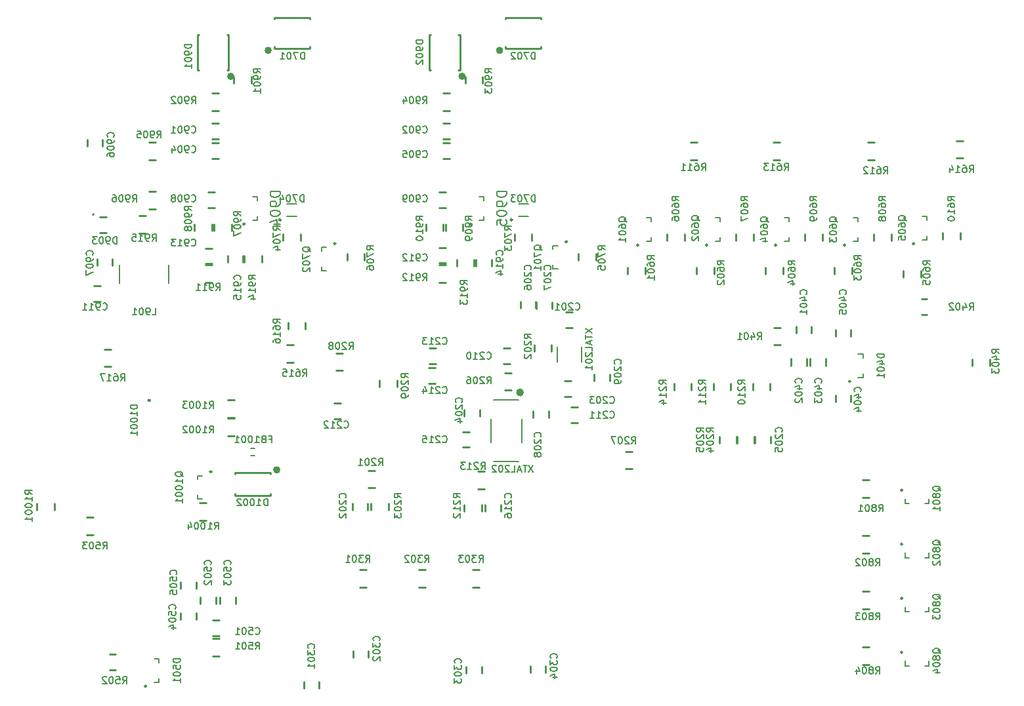
<source format=gbr>
G04 #@! TF.GenerationSoftware,KiCad,Pcbnew,5.1.2-f72e74a~84~ubuntu18.04.1*
G04 #@! TF.CreationDate,2019-05-31T10:47:24-04:00*
G04 #@! TF.ProjectId,Master_Board,4d617374-6572-45f4-926f-6172642e6b69,rev?*
G04 #@! TF.SameCoordinates,Original*
G04 #@! TF.FileFunction,Legend,Bot*
G04 #@! TF.FilePolarity,Positive*
%FSLAX46Y46*%
G04 Gerber Fmt 4.6, Leading zero omitted, Abs format (unit mm)*
G04 Created by KiCad (PCBNEW 5.1.2-f72e74a~84~ubuntu18.04.1) date 2019-05-31 10:47:24*
%MOMM*%
%LPD*%
G04 APERTURE LIST*
%ADD10C,0.203200*%
%ADD11C,0.250000*%
%ADD12C,0.254000*%
%ADD13C,0.508000*%
%ADD14C,0.127000*%
%ADD15C,0.150000*%
%ADD16C,0.500000*%
%ADD17C,0.300000*%
G04 APERTURE END LIST*
D10*
X148732000Y-67892184D02*
X148732000Y-67408184D01*
X148732000Y-69924184D02*
X148732000Y-70408184D01*
X148732000Y-70408184D02*
X148082000Y-70408184D01*
X148732000Y-67408184D02*
X148082000Y-67408184D01*
D11*
X147093803Y-70908184D02*
G75*
G03X147093803Y-70908184I-111803J0D01*
G01*
D10*
X119522000Y-67892184D02*
X119522000Y-67408184D01*
X119522000Y-69924184D02*
X119522000Y-70408184D01*
X119522000Y-70408184D02*
X118872000Y-70408184D01*
X119522000Y-67408184D02*
X118872000Y-67408184D01*
D11*
X117883803Y-70908184D02*
G75*
G03X117883803Y-70908184I-111803J0D01*
G01*
D12*
X159258980Y-82286638D02*
X160108980Y-82286638D01*
X159258980Y-84286638D02*
X160108980Y-84286638D01*
X131738116Y-107854511D02*
X131738116Y-107004511D01*
X133738116Y-107854511D02*
X133738116Y-107004511D01*
X159963980Y-93176638D02*
X159113980Y-93176638D01*
X159963980Y-91176638D02*
X159113980Y-91176638D01*
X146152645Y-95742319D02*
X146152645Y-94892319D01*
X148152645Y-95742319D02*
X148152645Y-94892319D01*
X183673815Y-99245908D02*
X183673815Y-98395908D01*
X185673815Y-99245908D02*
X185673815Y-98395908D01*
X155432000Y-80938184D02*
X155432000Y-81788184D01*
X153432000Y-80938184D02*
X153432000Y-81788184D01*
X157508966Y-81008111D02*
X157508966Y-81858111D01*
X155508966Y-81008111D02*
X155508966Y-81858111D01*
X157042645Y-95037319D02*
X157042645Y-95887319D01*
X155042645Y-95037319D02*
X155042645Y-95887319D01*
X162957000Y-91168184D02*
X162957000Y-90318184D01*
X164957000Y-91168184D02*
X164957000Y-90318184D01*
X151222000Y-86958184D02*
X152072000Y-86958184D01*
X151222000Y-88958184D02*
X152072000Y-88958184D01*
X160817000Y-96578184D02*
X159967000Y-96578184D01*
X160817000Y-94578184D02*
X159967000Y-94578184D01*
X129378000Y-94070184D02*
X130228000Y-94070184D01*
X129378000Y-96070184D02*
X130228000Y-96070184D01*
X141697000Y-86958184D02*
X142547000Y-86958184D01*
X141697000Y-88958184D02*
X142547000Y-88958184D01*
X142402000Y-91498184D02*
X141552000Y-91498184D01*
X142402000Y-89498184D02*
X141552000Y-89498184D01*
X146847000Y-99753184D02*
X145997000Y-99753184D01*
X146847000Y-97753184D02*
X145997000Y-97753184D01*
X148865035Y-107991648D02*
X148865035Y-107141648D01*
X150865035Y-107991648D02*
X150865035Y-107141648D01*
X127492000Y-130013000D02*
X127492000Y-130863000D01*
X125492000Y-130013000D02*
X125492000Y-130863000D01*
X131842000Y-126908000D02*
X131842000Y-126058000D01*
X133842000Y-126908000D02*
X133842000Y-126058000D01*
X148447000Y-128108000D02*
X148447000Y-128958000D01*
X146447000Y-128108000D02*
X146447000Y-128958000D01*
X154702000Y-128813000D02*
X154702000Y-127963000D01*
X156702000Y-128813000D02*
X156702000Y-127963000D01*
X190992000Y-84113184D02*
X190992000Y-84963184D01*
X188992000Y-84113184D02*
X188992000Y-84963184D01*
X190357000Y-88330212D02*
X190357000Y-89180212D01*
X188357000Y-88330212D02*
X188357000Y-89180212D01*
X192791554Y-88330212D02*
X192791554Y-89180212D01*
X190791554Y-88330212D02*
X190791554Y-89180212D01*
X196072000Y-93003184D02*
X196072000Y-93853184D01*
X194072000Y-93003184D02*
X194072000Y-93853184D01*
X194072000Y-85453184D02*
X194072000Y-84603184D01*
X196072000Y-85453184D02*
X196072000Y-84603184D01*
X113757000Y-122063000D02*
X114607000Y-122063000D01*
X113757000Y-124063000D02*
X114607000Y-124063000D01*
X112157000Y-119923000D02*
X112157000Y-119073000D01*
X114157000Y-119923000D02*
X114157000Y-119073000D01*
X114697000Y-119923000D02*
X114697000Y-119073000D01*
X116697000Y-119923000D02*
X116697000Y-119073000D01*
X111617000Y-121123000D02*
X111617000Y-121973000D01*
X109617000Y-121123000D02*
X109617000Y-121973000D01*
X109617000Y-118018000D02*
X109617000Y-117168000D01*
X111617000Y-118018000D02*
X111617000Y-117168000D01*
X114462000Y-59928000D02*
X113612000Y-59928000D01*
X114462000Y-57928000D02*
X113612000Y-57928000D01*
X144307000Y-59928000D02*
X143457000Y-59928000D01*
X144307000Y-57928000D02*
X143457000Y-57928000D01*
X113612000Y-60468000D02*
X114462000Y-60468000D01*
X113612000Y-62468000D02*
X114462000Y-62468000D01*
X143457000Y-60468000D02*
X144307000Y-60468000D01*
X143457000Y-62468000D02*
X144307000Y-62468000D01*
X97552000Y-60868000D02*
X97552000Y-60018000D01*
X99552000Y-60868000D02*
X99552000Y-60018000D01*
X100822000Y-75403000D02*
X100822000Y-76253000D01*
X98822000Y-75403000D02*
X98822000Y-76253000D01*
X113122000Y-66818000D02*
X113972000Y-66818000D01*
X113122000Y-68818000D02*
X113972000Y-68818000D01*
X142967000Y-66818000D02*
X143817000Y-66818000D01*
X142967000Y-68818000D02*
X143817000Y-68818000D01*
X99222000Y-80883000D02*
X98372000Y-80883000D01*
X99222000Y-78883000D02*
X98372000Y-78883000D01*
X143763317Y-75954153D02*
X142913317Y-75954153D01*
X143763317Y-73954153D02*
X142913317Y-73954153D01*
X112808431Y-74046929D02*
X113658431Y-74046929D01*
X112808431Y-76046929D02*
X113658431Y-76046929D01*
X147717000Y-76373098D02*
X147717000Y-75523098D01*
X149717000Y-76373098D02*
X149717000Y-75523098D01*
X115650023Y-75827967D02*
X115650023Y-74977967D01*
X117650023Y-75827967D02*
X117650023Y-74977967D01*
D10*
X197627000Y-88212184D02*
X197627000Y-87728184D01*
X197627000Y-90244184D02*
X197627000Y-90728184D01*
X197627000Y-90728184D02*
X196977000Y-90728184D01*
X197627000Y-87728184D02*
X196977000Y-87728184D01*
D11*
X195988803Y-91228184D02*
G75*
G03X195988803Y-91228184I-111803J0D01*
G01*
D10*
X106822000Y-127582184D02*
X106822000Y-127098184D01*
X106822000Y-129614184D02*
X106822000Y-130098184D01*
X106822000Y-130098184D02*
X106172000Y-130098184D01*
X106822000Y-127098184D02*
X106172000Y-127098184D01*
D11*
X105183803Y-130598184D02*
G75*
G03X105183803Y-130598184I-111803J0D01*
G01*
D12*
X126252000Y-48228000D02*
X121652000Y-48228000D01*
X121652000Y-44228000D02*
X126252000Y-44228000D01*
X121652000Y-48228000D02*
X121652000Y-48028000D01*
X126252000Y-48228000D02*
X126252000Y-48028000D01*
X126252000Y-44228000D02*
X126252000Y-44428000D01*
X121652000Y-44228000D02*
X121652000Y-44428000D01*
D13*
X121111545Y-48488000D02*
G75*
G03X121111545Y-48488000I-219545J0D01*
G01*
D12*
X156097000Y-48228000D02*
X151497000Y-48228000D01*
X151497000Y-44228000D02*
X156097000Y-44228000D01*
X151497000Y-48228000D02*
X151497000Y-48028000D01*
X156097000Y-48228000D02*
X156097000Y-48028000D01*
X156097000Y-44228000D02*
X156097000Y-44428000D01*
X151497000Y-44228000D02*
X151497000Y-44428000D01*
D13*
X150956545Y-48488000D02*
G75*
G03X150956545Y-48488000I-219545J0D01*
G01*
D14*
X154447000Y-69888000D02*
X153147000Y-69888000D01*
X153147000Y-68288000D02*
X154447000Y-68288000D01*
D12*
X152398300Y-70358000D02*
G75*
G03X152398300Y-70358000I-125300J0D01*
G01*
D14*
X124602000Y-69888000D02*
X123302000Y-69888000D01*
X123302000Y-68288000D02*
X124602000Y-68288000D01*
D12*
X122553300Y-70358000D02*
G75*
G03X122553300Y-70358000I-125300J0D01*
G01*
X115792000Y-46468000D02*
X115792000Y-51068000D01*
X111792000Y-51068000D02*
X111792000Y-46468000D01*
X115792000Y-51068000D02*
X115592000Y-51068000D01*
X115792000Y-46468000D02*
X115592000Y-46468000D01*
X111792000Y-46468000D02*
X111992000Y-46468000D01*
X111792000Y-51068000D02*
X111992000Y-51068000D01*
D13*
X116271545Y-51828000D02*
G75*
G03X116271545Y-51828000I-219545J0D01*
G01*
D12*
X145637000Y-46468000D02*
X145637000Y-51068000D01*
X141637000Y-51068000D02*
X141637000Y-46468000D01*
X145637000Y-51068000D02*
X145437000Y-51068000D01*
X145637000Y-46468000D02*
X145437000Y-46468000D01*
X141637000Y-46468000D02*
X141837000Y-46468000D01*
X141637000Y-51068000D02*
X141837000Y-51068000D01*
D13*
X146116545Y-51828000D02*
G75*
G03X146116545Y-51828000I-219545J0D01*
G01*
D12*
X99152000Y-69993000D02*
X100002000Y-69993000D01*
X99152000Y-71993000D02*
X100002000Y-71993000D01*
D10*
X98453980Y-69693000D02*
G75*
G03X98453980Y-69693000I-101980J0D01*
G01*
D15*
X108102000Y-76143000D02*
X108102000Y-78543000D01*
X101702000Y-76143000D02*
X101702000Y-78543000D01*
D10*
X170322000Y-70612000D02*
X170322000Y-70128000D01*
X170322000Y-72644000D02*
X170322000Y-73128000D01*
X170322000Y-73128000D02*
X169672000Y-73128000D01*
X170322000Y-70128000D02*
X169672000Y-70128000D01*
D11*
X168683803Y-73628000D02*
G75*
G03X168683803Y-73628000I-111803J0D01*
G01*
D10*
X179212000Y-70612000D02*
X179212000Y-70128000D01*
X179212000Y-72644000D02*
X179212000Y-73128000D01*
X179212000Y-73128000D02*
X178562000Y-73128000D01*
X179212000Y-70128000D02*
X178562000Y-70128000D01*
D11*
X177573803Y-73628000D02*
G75*
G03X177573803Y-73628000I-111803J0D01*
G01*
D10*
X196992000Y-70612000D02*
X196992000Y-70128000D01*
X196992000Y-72644000D02*
X196992000Y-73128000D01*
X196992000Y-73128000D02*
X196342000Y-73128000D01*
X196992000Y-70128000D02*
X196342000Y-70128000D01*
D11*
X195353803Y-73628000D02*
G75*
G03X195353803Y-73628000I-111803J0D01*
G01*
D10*
X188102000Y-70612000D02*
X188102000Y-70128000D01*
X188102000Y-72644000D02*
X188102000Y-73128000D01*
X188102000Y-73128000D02*
X187452000Y-73128000D01*
X188102000Y-70128000D02*
X187452000Y-70128000D01*
D11*
X186463803Y-73628000D02*
G75*
G03X186463803Y-73628000I-111803J0D01*
G01*
D10*
X157592000Y-76202817D02*
X157592000Y-76686817D01*
X157592000Y-74170817D02*
X157592000Y-73686817D01*
X157592000Y-73686817D02*
X158242000Y-73686817D01*
X157592000Y-76686817D02*
X158242000Y-76686817D01*
D11*
X159453803Y-73186817D02*
G75*
G03X159453803Y-73186817I-111803J0D01*
G01*
D10*
X127747000Y-76454000D02*
X127747000Y-76938000D01*
X127747000Y-74422000D02*
X127747000Y-73938000D01*
X127747000Y-73938000D02*
X128397000Y-73938000D01*
X127747000Y-76938000D02*
X128397000Y-76938000D01*
D11*
X129608803Y-73438000D02*
G75*
G03X129608803Y-73438000I-111803J0D01*
G01*
D10*
X205613000Y-127978184D02*
X206097000Y-127978184D01*
X203581000Y-127978184D02*
X203097000Y-127978184D01*
X203097000Y-127978184D02*
X203097000Y-127328184D01*
X206097000Y-127978184D02*
X206097000Y-127328184D01*
D11*
X202708803Y-126228184D02*
G75*
G03X202708803Y-126228184I-111803J0D01*
G01*
D10*
X205613000Y-107023184D02*
X206097000Y-107023184D01*
X203581000Y-107023184D02*
X203097000Y-107023184D01*
X203097000Y-107023184D02*
X203097000Y-106373184D01*
X206097000Y-107023184D02*
X206097000Y-106373184D01*
D11*
X202708803Y-105273184D02*
G75*
G03X202708803Y-105273184I-111803J0D01*
G01*
D10*
X205613000Y-114008184D02*
X206097000Y-114008184D01*
X203581000Y-114008184D02*
X203097000Y-114008184D01*
X203097000Y-114008184D02*
X203097000Y-113358184D01*
X206097000Y-114008184D02*
X206097000Y-113358184D01*
D11*
X202708803Y-112258184D02*
G75*
G03X202708803Y-112258184I-111803J0D01*
G01*
D10*
X205613000Y-120993184D02*
X206097000Y-120993184D01*
X203581000Y-120993184D02*
X203097000Y-120993184D01*
X203097000Y-120993184D02*
X203097000Y-120343184D01*
X206097000Y-120993184D02*
X206097000Y-120343184D01*
D11*
X202708803Y-119243184D02*
G75*
G03X202708803Y-119243184I-111803J0D01*
G01*
D12*
X134678116Y-104991511D02*
X133828116Y-104991511D01*
X134678116Y-102737511D02*
X133828116Y-102737511D01*
X155210000Y-87358184D02*
X155210000Y-86508184D01*
X157464000Y-87358184D02*
X157464000Y-86508184D01*
X136405116Y-107004511D02*
X136405116Y-107854511D01*
X134151116Y-107004511D02*
X134151116Y-107854511D01*
X181324315Y-99245908D02*
X181324315Y-98395908D01*
X183578315Y-99245908D02*
X183578315Y-98395908D01*
X179101815Y-99245908D02*
X179101815Y-98395908D01*
X181355815Y-99245908D02*
X181355815Y-98395908D01*
X152267645Y-92389319D02*
X151417645Y-92389319D01*
X152267645Y-90135319D02*
X151417645Y-90135319D01*
X129632000Y-87593184D02*
X130482000Y-87593184D01*
X129632000Y-89847184D02*
X130482000Y-89847184D01*
X135271000Y-91930184D02*
X135271000Y-91080184D01*
X137525000Y-91930184D02*
X137525000Y-91080184D01*
X185658000Y-91532000D02*
X185658000Y-92382000D01*
X183404000Y-91532000D02*
X183404000Y-92382000D01*
X180578000Y-91532000D02*
X180578000Y-92382000D01*
X178324000Y-91532000D02*
X178324000Y-92382000D01*
X148452035Y-107141648D02*
X148452035Y-107991648D01*
X146198035Y-107141648D02*
X146198035Y-107991648D01*
X147925035Y-102874648D02*
X148775035Y-102874648D01*
X147925035Y-105128648D02*
X148775035Y-105128648D01*
X175498000Y-91532000D02*
X175498000Y-92382000D01*
X173244000Y-91532000D02*
X173244000Y-92382000D01*
X167802000Y-102547184D02*
X166952000Y-102547184D01*
X167802000Y-100293184D02*
X166952000Y-100293184D01*
X133512000Y-117840000D02*
X132662000Y-117840000D01*
X133512000Y-115586000D02*
X132662000Y-115586000D01*
X141132000Y-117840000D02*
X140282000Y-117840000D01*
X141132000Y-115586000D02*
X140282000Y-115586000D01*
X148117000Y-117840000D02*
X147267000Y-117840000D01*
X148117000Y-115586000D02*
X147267000Y-115586000D01*
X186147000Y-84291184D02*
X186997000Y-84291184D01*
X186147000Y-86545184D02*
X186997000Y-86545184D01*
X205162000Y-80608184D02*
X205862000Y-80608184D01*
X205162000Y-82608184D02*
X205862000Y-82608184D01*
X211725000Y-89263184D02*
X211725000Y-88413184D01*
X213979000Y-89263184D02*
X213979000Y-88413184D01*
X114607000Y-126730000D02*
X113757000Y-126730000D01*
X114607000Y-124476000D02*
X113757000Y-124476000D01*
X101162000Y-128508000D02*
X100462000Y-128508000D01*
X101162000Y-126508000D02*
X100462000Y-126508000D01*
X167275000Y-77378000D02*
X167275000Y-76528000D01*
X169529000Y-77378000D02*
X169529000Y-76528000D01*
X176165000Y-77378000D02*
X176165000Y-76528000D01*
X178419000Y-77378000D02*
X178419000Y-76528000D01*
X193945000Y-77378000D02*
X193945000Y-76528000D01*
X196199000Y-77378000D02*
X196199000Y-76528000D01*
X185055000Y-77378000D02*
X185055000Y-76528000D01*
X187309000Y-77378000D02*
X187309000Y-76528000D01*
X174609000Y-72228000D02*
X174609000Y-73078000D01*
X172355000Y-72228000D02*
X172355000Y-73078000D01*
X183499000Y-72228000D02*
X183499000Y-73078000D01*
X181245000Y-72228000D02*
X181245000Y-73078000D01*
X201279000Y-72228000D02*
X201279000Y-73078000D01*
X199025000Y-72228000D02*
X199025000Y-73078000D01*
X192389000Y-72228000D02*
X192389000Y-73078000D01*
X190135000Y-72228000D02*
X190135000Y-73078000D01*
X175352000Y-60341000D02*
X176202000Y-60341000D01*
X175352000Y-62595000D02*
X176202000Y-62595000D01*
X198212000Y-60341000D02*
X199062000Y-60341000D01*
X198212000Y-62595000D02*
X199062000Y-62595000D01*
X186002000Y-60341000D02*
X186852000Y-60341000D01*
X186002000Y-62595000D02*
X186852000Y-62595000D01*
X123282000Y-86503000D02*
X124132000Y-86503000D01*
X123282000Y-88757000D02*
X124132000Y-88757000D01*
X125714000Y-83658000D02*
X125714000Y-84508000D01*
X123460000Y-83658000D02*
X123460000Y-84508000D01*
X154924000Y-72228000D02*
X154924000Y-73078000D01*
X152670000Y-72228000D02*
X152670000Y-73078000D01*
X125079000Y-72228000D02*
X125079000Y-73078000D01*
X122825000Y-72228000D02*
X122825000Y-73078000D01*
X163179000Y-74768000D02*
X163179000Y-75618000D01*
X160925000Y-74768000D02*
X160925000Y-75618000D01*
X133334000Y-74768000D02*
X133334000Y-75618000D01*
X131080000Y-74768000D02*
X131080000Y-75618000D01*
X197577000Y-125566184D02*
X198427000Y-125566184D01*
X197577000Y-127820184D02*
X198427000Y-127820184D01*
X118729000Y-51908000D02*
X118729000Y-52758000D01*
X116475000Y-51908000D02*
X116475000Y-52758000D01*
X114462000Y-56245000D02*
X113612000Y-56245000D01*
X114462000Y-53991000D02*
X113612000Y-53991000D01*
X148574000Y-51908000D02*
X148574000Y-52758000D01*
X146320000Y-51908000D02*
X146320000Y-52758000D01*
X144307000Y-56245000D02*
X143457000Y-56245000D01*
X144307000Y-53991000D02*
X143457000Y-53991000D01*
X116189000Y-70958000D02*
X116189000Y-71808000D01*
X113935000Y-70958000D02*
X113935000Y-71808000D01*
X113649000Y-70958000D02*
X113649000Y-71808000D01*
X111395000Y-70958000D02*
X111395000Y-71808000D01*
X146034000Y-70958000D02*
X146034000Y-71808000D01*
X143780000Y-70958000D02*
X143780000Y-71808000D01*
X143494000Y-70958000D02*
X143494000Y-71808000D01*
X141240000Y-70958000D02*
X141240000Y-71808000D01*
X112808431Y-76216000D02*
X113658431Y-76216000D01*
X112808431Y-78470000D02*
X113658431Y-78470000D01*
X142913317Y-76216000D02*
X143763317Y-76216000D01*
X142913317Y-78470000D02*
X143763317Y-78470000D01*
X147454744Y-75518098D02*
X147454744Y-76368098D01*
X145200744Y-75518098D02*
X145200744Y-76368098D01*
X120073094Y-74977967D02*
X120073094Y-75827967D01*
X117819094Y-74977967D02*
X117819094Y-75827967D01*
X104232000Y-69866000D02*
X105082000Y-69866000D01*
X104232000Y-72120000D02*
X105082000Y-72120000D01*
X105502000Y-60341000D02*
X106352000Y-60341000D01*
X105502000Y-62595000D02*
X106352000Y-62595000D01*
X105502000Y-66691000D02*
X106352000Y-66691000D01*
X105502000Y-68945000D02*
X106352000Y-68945000D01*
X93329000Y-106973184D02*
X93329000Y-107823184D01*
X91075000Y-106973184D02*
X91075000Y-107823184D01*
X197577000Y-103976184D02*
X198427000Y-103976184D01*
X197577000Y-106230184D02*
X198427000Y-106230184D01*
X197577000Y-111172850D02*
X198427000Y-111172850D01*
X197577000Y-113426850D02*
X198427000Y-113426850D01*
X197577000Y-118369516D02*
X198427000Y-118369516D01*
X197577000Y-120623516D02*
X198427000Y-120623516D01*
X115662000Y-96028000D02*
X116512000Y-96028000D01*
X115662000Y-98282000D02*
X116512000Y-98282000D01*
X115662000Y-93615000D02*
X116512000Y-93615000D01*
X115662000Y-95869000D02*
X116512000Y-95869000D01*
D10*
X153197645Y-101612319D02*
X149997645Y-101612319D01*
X149597645Y-99112319D02*
X149597645Y-96112319D01*
X149997645Y-93612319D02*
X153197645Y-93612319D01*
X153597645Y-96112319D02*
X153597645Y-99112319D01*
D16*
X153629645Y-92659319D02*
G75*
G03X153629645Y-92659319I-254000J0D01*
G01*
D15*
X118618000Y-99847400D02*
X119126000Y-99847400D01*
X118618000Y-100812600D02*
X119126000Y-100812600D01*
X158149164Y-88731638D02*
X158149164Y-86731638D01*
X161349164Y-88731638D02*
X161349164Y-86731638D01*
D10*
X205882000Y-70432184D02*
X205882000Y-69948184D01*
X205882000Y-72464184D02*
X205882000Y-72948184D01*
X205882000Y-72948184D02*
X205232000Y-72948184D01*
X205882000Y-69948184D02*
X205232000Y-69948184D01*
D11*
X204243803Y-73448184D02*
G75*
G03X204243803Y-73448184I-111803J0D01*
G01*
D12*
X202835000Y-77833184D02*
X202835000Y-76983184D01*
X205089000Y-77833184D02*
X205089000Y-76983184D01*
X210169000Y-72048184D02*
X210169000Y-72898184D01*
X207915000Y-72048184D02*
X207915000Y-72898184D01*
X209642000Y-60161184D02*
X210492000Y-60161184D01*
X209642000Y-62415184D02*
X210492000Y-62415184D01*
D17*
X105637000Y-93673184D02*
G75*
G03X105637000Y-93673184I-100000J0D01*
G01*
D12*
X97501000Y-108802184D02*
X98351000Y-108802184D01*
X97501000Y-111056184D02*
X98351000Y-111056184D01*
X99787000Y-89339184D02*
X100637000Y-89339184D01*
X99787000Y-87085184D02*
X100637000Y-87085184D01*
X121172000Y-105943184D02*
X121172000Y-105768184D01*
X116572000Y-105943184D02*
X116572000Y-105768184D01*
X116572000Y-102993184D02*
X116572000Y-103168184D01*
X121172000Y-102993184D02*
X121172000Y-103168184D01*
D13*
X122211545Y-102668184D02*
G75*
G03X122211545Y-102668184I-219545J0D01*
G01*
D12*
X121172000Y-105943184D02*
X116572000Y-105943184D01*
X116572000Y-102993184D02*
X121172000Y-102993184D01*
D11*
X113607417Y-102906226D02*
G75*
G03X113607417Y-102906226I-111803J0D01*
G01*
D10*
X111745614Y-106406226D02*
X112395614Y-106406226D01*
X111745614Y-103406226D02*
X112395614Y-103406226D01*
X111745614Y-103890226D02*
X111745614Y-103406226D01*
X111745614Y-105922226D02*
X111745614Y-106406226D01*
D12*
X112895614Y-106954226D02*
X112045614Y-106954226D01*
X112895614Y-109208226D02*
X112045614Y-109208226D01*
D10*
X151626523Y-66731279D02*
X150356523Y-66731279D01*
X150356523Y-67033660D01*
X150417000Y-67215088D01*
X150537952Y-67336041D01*
X150658904Y-67396517D01*
X150900809Y-67456993D01*
X151082238Y-67456993D01*
X151324142Y-67396517D01*
X151445095Y-67336041D01*
X151566047Y-67215088D01*
X151626523Y-67033660D01*
X151626523Y-66731279D01*
X151626523Y-68061755D02*
X151626523Y-68303660D01*
X151566047Y-68424612D01*
X151505571Y-68485088D01*
X151324142Y-68606041D01*
X151082238Y-68666517D01*
X150598428Y-68666517D01*
X150477476Y-68606041D01*
X150417000Y-68545564D01*
X150356523Y-68424612D01*
X150356523Y-68182707D01*
X150417000Y-68061755D01*
X150477476Y-68001279D01*
X150598428Y-67940803D01*
X150900809Y-67940803D01*
X151021761Y-68001279D01*
X151082238Y-68061755D01*
X151142714Y-68182707D01*
X151142714Y-68424612D01*
X151082238Y-68545564D01*
X151021761Y-68606041D01*
X150900809Y-68666517D01*
X150356523Y-69452707D02*
X150356523Y-69573660D01*
X150417000Y-69694612D01*
X150477476Y-69755088D01*
X150598428Y-69815564D01*
X150840333Y-69876041D01*
X151142714Y-69876041D01*
X151384619Y-69815564D01*
X151505571Y-69755088D01*
X151566047Y-69694612D01*
X151626523Y-69573660D01*
X151626523Y-69452707D01*
X151566047Y-69331755D01*
X151505571Y-69271279D01*
X151384619Y-69210803D01*
X151142714Y-69150326D01*
X150840333Y-69150326D01*
X150598428Y-69210803D01*
X150477476Y-69271279D01*
X150417000Y-69331755D01*
X150356523Y-69452707D01*
X150356523Y-71025088D02*
X150356523Y-70420326D01*
X150961285Y-70359850D01*
X150900809Y-70420326D01*
X150840333Y-70541279D01*
X150840333Y-70843660D01*
X150900809Y-70964612D01*
X150961285Y-71025088D01*
X151082238Y-71085564D01*
X151384619Y-71085564D01*
X151505571Y-71025088D01*
X151566047Y-70964612D01*
X151626523Y-70843660D01*
X151626523Y-70541279D01*
X151566047Y-70420326D01*
X151505571Y-70359850D01*
X122416523Y-66731279D02*
X121146523Y-66731279D01*
X121146523Y-67033660D01*
X121207000Y-67215088D01*
X121327952Y-67336041D01*
X121448904Y-67396517D01*
X121690809Y-67456993D01*
X121872238Y-67456993D01*
X122114142Y-67396517D01*
X122235095Y-67336041D01*
X122356047Y-67215088D01*
X122416523Y-67033660D01*
X122416523Y-66731279D01*
X122416523Y-68061755D02*
X122416523Y-68303660D01*
X122356047Y-68424612D01*
X122295571Y-68485088D01*
X122114142Y-68606041D01*
X121872238Y-68666517D01*
X121388428Y-68666517D01*
X121267476Y-68606041D01*
X121207000Y-68545564D01*
X121146523Y-68424612D01*
X121146523Y-68182707D01*
X121207000Y-68061755D01*
X121267476Y-68001279D01*
X121388428Y-67940803D01*
X121690809Y-67940803D01*
X121811761Y-68001279D01*
X121872238Y-68061755D01*
X121932714Y-68182707D01*
X121932714Y-68424612D01*
X121872238Y-68545564D01*
X121811761Y-68606041D01*
X121690809Y-68666517D01*
X121146523Y-69452707D02*
X121146523Y-69573660D01*
X121207000Y-69694612D01*
X121267476Y-69755088D01*
X121388428Y-69815564D01*
X121630333Y-69876041D01*
X121932714Y-69876041D01*
X122174619Y-69815564D01*
X122295571Y-69755088D01*
X122356047Y-69694612D01*
X122416523Y-69573660D01*
X122416523Y-69452707D01*
X122356047Y-69331755D01*
X122295571Y-69271279D01*
X122174619Y-69210803D01*
X121932714Y-69150326D01*
X121630333Y-69150326D01*
X121388428Y-69210803D01*
X121267476Y-69271279D01*
X121207000Y-69331755D01*
X121146523Y-69452707D01*
X121569857Y-70964612D02*
X122416523Y-70964612D01*
X121086047Y-70662231D02*
X121993190Y-70359850D01*
X121993190Y-71146041D01*
X160519142Y-81929612D02*
X160562000Y-81972469D01*
X160690571Y-82015326D01*
X160776285Y-82015326D01*
X160904857Y-81972469D01*
X160990571Y-81886755D01*
X161033428Y-81801041D01*
X161076285Y-81629612D01*
X161076285Y-81501041D01*
X161033428Y-81329612D01*
X160990571Y-81243898D01*
X160904857Y-81158184D01*
X160776285Y-81115326D01*
X160690571Y-81115326D01*
X160562000Y-81158184D01*
X160519142Y-81201041D01*
X160176285Y-81201041D02*
X160133428Y-81158184D01*
X160047714Y-81115326D01*
X159833428Y-81115326D01*
X159747714Y-81158184D01*
X159704857Y-81201041D01*
X159662000Y-81286755D01*
X159662000Y-81372469D01*
X159704857Y-81501041D01*
X160219142Y-82015326D01*
X159662000Y-82015326D01*
X159104857Y-81115326D02*
X159019142Y-81115326D01*
X158933428Y-81158184D01*
X158890571Y-81201041D01*
X158847714Y-81286755D01*
X158804857Y-81458184D01*
X158804857Y-81672469D01*
X158847714Y-81843898D01*
X158890571Y-81929612D01*
X158933428Y-81972469D01*
X159019142Y-82015326D01*
X159104857Y-82015326D01*
X159190571Y-81972469D01*
X159233428Y-81929612D01*
X159276285Y-81843898D01*
X159319142Y-81672469D01*
X159319142Y-81458184D01*
X159276285Y-81286755D01*
X159233428Y-81201041D01*
X159190571Y-81158184D01*
X159104857Y-81115326D01*
X157947714Y-82015326D02*
X158462000Y-82015326D01*
X158204857Y-82015326D02*
X158204857Y-81115326D01*
X158290571Y-81243898D01*
X158376285Y-81329612D01*
X158462000Y-81372469D01*
X130877428Y-106255041D02*
X130920285Y-106212184D01*
X130963142Y-106083612D01*
X130963142Y-105997898D01*
X130920285Y-105869326D01*
X130834571Y-105783612D01*
X130748857Y-105740755D01*
X130577428Y-105697898D01*
X130448857Y-105697898D01*
X130277428Y-105740755D01*
X130191714Y-105783612D01*
X130106000Y-105869326D01*
X130063142Y-105997898D01*
X130063142Y-106083612D01*
X130106000Y-106212184D01*
X130148857Y-106255041D01*
X130148857Y-106597898D02*
X130106000Y-106640755D01*
X130063142Y-106726469D01*
X130063142Y-106940755D01*
X130106000Y-107026469D01*
X130148857Y-107069326D01*
X130234571Y-107112184D01*
X130320285Y-107112184D01*
X130448857Y-107069326D01*
X130963142Y-106555041D01*
X130963142Y-107112184D01*
X130063142Y-107669326D02*
X130063142Y-107755041D01*
X130106000Y-107840755D01*
X130148857Y-107883612D01*
X130234571Y-107926469D01*
X130406000Y-107969326D01*
X130620285Y-107969326D01*
X130791714Y-107926469D01*
X130877428Y-107883612D01*
X130920285Y-107840755D01*
X130963142Y-107755041D01*
X130963142Y-107669326D01*
X130920285Y-107583612D01*
X130877428Y-107540755D01*
X130791714Y-107497898D01*
X130620285Y-107455041D01*
X130406000Y-107455041D01*
X130234571Y-107497898D01*
X130148857Y-107540755D01*
X130106000Y-107583612D01*
X130063142Y-107669326D01*
X130148857Y-108312184D02*
X130106000Y-108355041D01*
X130063142Y-108440755D01*
X130063142Y-108655041D01*
X130106000Y-108740755D01*
X130148857Y-108783612D01*
X130234571Y-108826469D01*
X130320285Y-108826469D01*
X130448857Y-108783612D01*
X130963142Y-108269326D01*
X130963142Y-108826469D01*
X164964142Y-93994612D02*
X165007000Y-94037469D01*
X165135571Y-94080326D01*
X165221285Y-94080326D01*
X165349857Y-94037469D01*
X165435571Y-93951755D01*
X165478428Y-93866041D01*
X165521285Y-93694612D01*
X165521285Y-93566041D01*
X165478428Y-93394612D01*
X165435571Y-93308898D01*
X165349857Y-93223184D01*
X165221285Y-93180326D01*
X165135571Y-93180326D01*
X165007000Y-93223184D01*
X164964142Y-93266041D01*
X164621285Y-93266041D02*
X164578428Y-93223184D01*
X164492714Y-93180326D01*
X164278428Y-93180326D01*
X164192714Y-93223184D01*
X164149857Y-93266041D01*
X164107000Y-93351755D01*
X164107000Y-93437469D01*
X164149857Y-93566041D01*
X164664142Y-94080326D01*
X164107000Y-94080326D01*
X163549857Y-93180326D02*
X163464142Y-93180326D01*
X163378428Y-93223184D01*
X163335571Y-93266041D01*
X163292714Y-93351755D01*
X163249857Y-93523184D01*
X163249857Y-93737469D01*
X163292714Y-93908898D01*
X163335571Y-93994612D01*
X163378428Y-94037469D01*
X163464142Y-94080326D01*
X163549857Y-94080326D01*
X163635571Y-94037469D01*
X163678428Y-93994612D01*
X163721285Y-93908898D01*
X163764142Y-93737469D01*
X163764142Y-93523184D01*
X163721285Y-93351755D01*
X163678428Y-93266041D01*
X163635571Y-93223184D01*
X163549857Y-93180326D01*
X162949857Y-93180326D02*
X162392714Y-93180326D01*
X162692714Y-93523184D01*
X162564142Y-93523184D01*
X162478428Y-93566041D01*
X162435571Y-93608898D01*
X162392714Y-93694612D01*
X162392714Y-93908898D01*
X162435571Y-93994612D01*
X162478428Y-94037469D01*
X162564142Y-94080326D01*
X162821285Y-94080326D01*
X162907000Y-94037469D01*
X162949857Y-93994612D01*
X145863428Y-93936041D02*
X145906285Y-93893184D01*
X145949142Y-93764612D01*
X145949142Y-93678898D01*
X145906285Y-93550326D01*
X145820571Y-93464612D01*
X145734857Y-93421755D01*
X145563428Y-93378898D01*
X145434857Y-93378898D01*
X145263428Y-93421755D01*
X145177714Y-93464612D01*
X145092000Y-93550326D01*
X145049142Y-93678898D01*
X145049142Y-93764612D01*
X145092000Y-93893184D01*
X145134857Y-93936041D01*
X145134857Y-94278898D02*
X145092000Y-94321755D01*
X145049142Y-94407469D01*
X145049142Y-94621755D01*
X145092000Y-94707469D01*
X145134857Y-94750326D01*
X145220571Y-94793184D01*
X145306285Y-94793184D01*
X145434857Y-94750326D01*
X145949142Y-94236041D01*
X145949142Y-94793184D01*
X145049142Y-95350326D02*
X145049142Y-95436041D01*
X145092000Y-95521755D01*
X145134857Y-95564612D01*
X145220571Y-95607469D01*
X145392000Y-95650326D01*
X145606285Y-95650326D01*
X145777714Y-95607469D01*
X145863428Y-95564612D01*
X145906285Y-95521755D01*
X145949142Y-95436041D01*
X145949142Y-95350326D01*
X145906285Y-95264612D01*
X145863428Y-95221755D01*
X145777714Y-95178898D01*
X145606285Y-95136041D01*
X145392000Y-95136041D01*
X145220571Y-95178898D01*
X145134857Y-95221755D01*
X145092000Y-95264612D01*
X145049142Y-95350326D01*
X145349142Y-96421755D02*
X145949142Y-96421755D01*
X145006285Y-96207469D02*
X145649142Y-95993184D01*
X145649142Y-96550326D01*
X187138428Y-97746041D02*
X187181285Y-97703184D01*
X187224142Y-97574612D01*
X187224142Y-97488898D01*
X187181285Y-97360326D01*
X187095571Y-97274612D01*
X187009857Y-97231755D01*
X186838428Y-97188898D01*
X186709857Y-97188898D01*
X186538428Y-97231755D01*
X186452714Y-97274612D01*
X186367000Y-97360326D01*
X186324142Y-97488898D01*
X186324142Y-97574612D01*
X186367000Y-97703184D01*
X186409857Y-97746041D01*
X186409857Y-98088898D02*
X186367000Y-98131755D01*
X186324142Y-98217469D01*
X186324142Y-98431755D01*
X186367000Y-98517469D01*
X186409857Y-98560326D01*
X186495571Y-98603184D01*
X186581285Y-98603184D01*
X186709857Y-98560326D01*
X187224142Y-98046041D01*
X187224142Y-98603184D01*
X186324142Y-99160326D02*
X186324142Y-99246041D01*
X186367000Y-99331755D01*
X186409857Y-99374612D01*
X186495571Y-99417469D01*
X186667000Y-99460326D01*
X186881285Y-99460326D01*
X187052714Y-99417469D01*
X187138428Y-99374612D01*
X187181285Y-99331755D01*
X187224142Y-99246041D01*
X187224142Y-99160326D01*
X187181285Y-99074612D01*
X187138428Y-99031755D01*
X187052714Y-98988898D01*
X186881285Y-98946041D01*
X186667000Y-98946041D01*
X186495571Y-98988898D01*
X186409857Y-99031755D01*
X186367000Y-99074612D01*
X186324142Y-99160326D01*
X186324142Y-100274612D02*
X186324142Y-99846041D01*
X186752714Y-99803184D01*
X186709857Y-99846041D01*
X186667000Y-99931755D01*
X186667000Y-100146041D01*
X186709857Y-100231755D01*
X186752714Y-100274612D01*
X186838428Y-100317469D01*
X187052714Y-100317469D01*
X187138428Y-100274612D01*
X187181285Y-100231755D01*
X187224142Y-100146041D01*
X187224142Y-99931755D01*
X187181285Y-99846041D01*
X187138428Y-99803184D01*
X154753428Y-76791041D02*
X154796285Y-76748184D01*
X154839142Y-76619612D01*
X154839142Y-76533898D01*
X154796285Y-76405326D01*
X154710571Y-76319612D01*
X154624857Y-76276755D01*
X154453428Y-76233898D01*
X154324857Y-76233898D01*
X154153428Y-76276755D01*
X154067714Y-76319612D01*
X153982000Y-76405326D01*
X153939142Y-76533898D01*
X153939142Y-76619612D01*
X153982000Y-76748184D01*
X154024857Y-76791041D01*
X154024857Y-77133898D02*
X153982000Y-77176755D01*
X153939142Y-77262469D01*
X153939142Y-77476755D01*
X153982000Y-77562469D01*
X154024857Y-77605326D01*
X154110571Y-77648184D01*
X154196285Y-77648184D01*
X154324857Y-77605326D01*
X154839142Y-77091041D01*
X154839142Y-77648184D01*
X153939142Y-78205326D02*
X153939142Y-78291041D01*
X153982000Y-78376755D01*
X154024857Y-78419612D01*
X154110571Y-78462469D01*
X154282000Y-78505326D01*
X154496285Y-78505326D01*
X154667714Y-78462469D01*
X154753428Y-78419612D01*
X154796285Y-78376755D01*
X154839142Y-78291041D01*
X154839142Y-78205326D01*
X154796285Y-78119612D01*
X154753428Y-78076755D01*
X154667714Y-78033898D01*
X154496285Y-77991041D01*
X154282000Y-77991041D01*
X154110571Y-78033898D01*
X154024857Y-78076755D01*
X153982000Y-78119612D01*
X153939142Y-78205326D01*
X153939142Y-79276755D02*
X153939142Y-79105326D01*
X153982000Y-79019612D01*
X154024857Y-78976755D01*
X154153428Y-78891041D01*
X154324857Y-78848184D01*
X154667714Y-78848184D01*
X154753428Y-78891041D01*
X154796285Y-78933898D01*
X154839142Y-79019612D01*
X154839142Y-79191041D01*
X154796285Y-79276755D01*
X154753428Y-79319612D01*
X154667714Y-79362469D01*
X154453428Y-79362469D01*
X154367714Y-79319612D01*
X154324857Y-79276755D01*
X154282000Y-79191041D01*
X154282000Y-79019612D01*
X154324857Y-78933898D01*
X154367714Y-78891041D01*
X154453428Y-78848184D01*
X157293428Y-76791041D02*
X157336285Y-76748184D01*
X157379142Y-76619612D01*
X157379142Y-76533898D01*
X157336285Y-76405326D01*
X157250571Y-76319612D01*
X157164857Y-76276755D01*
X156993428Y-76233898D01*
X156864857Y-76233898D01*
X156693428Y-76276755D01*
X156607714Y-76319612D01*
X156522000Y-76405326D01*
X156479142Y-76533898D01*
X156479142Y-76619612D01*
X156522000Y-76748184D01*
X156564857Y-76791041D01*
X156564857Y-77133898D02*
X156522000Y-77176755D01*
X156479142Y-77262469D01*
X156479142Y-77476755D01*
X156522000Y-77562469D01*
X156564857Y-77605326D01*
X156650571Y-77648184D01*
X156736285Y-77648184D01*
X156864857Y-77605326D01*
X157379142Y-77091041D01*
X157379142Y-77648184D01*
X156479142Y-78205326D02*
X156479142Y-78291041D01*
X156522000Y-78376755D01*
X156564857Y-78419612D01*
X156650571Y-78462469D01*
X156822000Y-78505326D01*
X157036285Y-78505326D01*
X157207714Y-78462469D01*
X157293428Y-78419612D01*
X157336285Y-78376755D01*
X157379142Y-78291041D01*
X157379142Y-78205326D01*
X157336285Y-78119612D01*
X157293428Y-78076755D01*
X157207714Y-78033898D01*
X157036285Y-77991041D01*
X156822000Y-77991041D01*
X156650571Y-78033898D01*
X156564857Y-78076755D01*
X156522000Y-78119612D01*
X156479142Y-78205326D01*
X156479142Y-78805326D02*
X156479142Y-79405326D01*
X157379142Y-79019612D01*
X156023428Y-98381041D02*
X156066285Y-98338184D01*
X156109142Y-98209612D01*
X156109142Y-98123898D01*
X156066285Y-97995326D01*
X155980571Y-97909612D01*
X155894857Y-97866755D01*
X155723428Y-97823898D01*
X155594857Y-97823898D01*
X155423428Y-97866755D01*
X155337714Y-97909612D01*
X155252000Y-97995326D01*
X155209142Y-98123898D01*
X155209142Y-98209612D01*
X155252000Y-98338184D01*
X155294857Y-98381041D01*
X155294857Y-98723898D02*
X155252000Y-98766755D01*
X155209142Y-98852469D01*
X155209142Y-99066755D01*
X155252000Y-99152469D01*
X155294857Y-99195326D01*
X155380571Y-99238184D01*
X155466285Y-99238184D01*
X155594857Y-99195326D01*
X156109142Y-98681041D01*
X156109142Y-99238184D01*
X155209142Y-99795326D02*
X155209142Y-99881041D01*
X155252000Y-99966755D01*
X155294857Y-100009612D01*
X155380571Y-100052469D01*
X155552000Y-100095326D01*
X155766285Y-100095326D01*
X155937714Y-100052469D01*
X156023428Y-100009612D01*
X156066285Y-99966755D01*
X156109142Y-99881041D01*
X156109142Y-99795326D01*
X156066285Y-99709612D01*
X156023428Y-99666755D01*
X155937714Y-99623898D01*
X155766285Y-99581041D01*
X155552000Y-99581041D01*
X155380571Y-99623898D01*
X155294857Y-99666755D01*
X155252000Y-99709612D01*
X155209142Y-99795326D01*
X155594857Y-100609612D02*
X155552000Y-100523898D01*
X155509142Y-100481041D01*
X155423428Y-100438184D01*
X155380571Y-100438184D01*
X155294857Y-100481041D01*
X155252000Y-100523898D01*
X155209142Y-100609612D01*
X155209142Y-100781041D01*
X155252000Y-100866755D01*
X155294857Y-100909612D01*
X155380571Y-100952469D01*
X155423428Y-100952469D01*
X155509142Y-100909612D01*
X155552000Y-100866755D01*
X155594857Y-100781041D01*
X155594857Y-100609612D01*
X155637714Y-100523898D01*
X155680571Y-100481041D01*
X155766285Y-100438184D01*
X155937714Y-100438184D01*
X156023428Y-100481041D01*
X156066285Y-100523898D01*
X156109142Y-100609612D01*
X156109142Y-100781041D01*
X156066285Y-100866755D01*
X156023428Y-100909612D01*
X155937714Y-100952469D01*
X155766285Y-100952469D01*
X155680571Y-100909612D01*
X155637714Y-100866755D01*
X155594857Y-100781041D01*
X166328428Y-88971041D02*
X166371285Y-88928184D01*
X166414142Y-88799612D01*
X166414142Y-88713898D01*
X166371285Y-88585326D01*
X166285571Y-88499612D01*
X166199857Y-88456755D01*
X166028428Y-88413898D01*
X165899857Y-88413898D01*
X165728428Y-88456755D01*
X165642714Y-88499612D01*
X165557000Y-88585326D01*
X165514142Y-88713898D01*
X165514142Y-88799612D01*
X165557000Y-88928184D01*
X165599857Y-88971041D01*
X165599857Y-89313898D02*
X165557000Y-89356755D01*
X165514142Y-89442469D01*
X165514142Y-89656755D01*
X165557000Y-89742469D01*
X165599857Y-89785326D01*
X165685571Y-89828184D01*
X165771285Y-89828184D01*
X165899857Y-89785326D01*
X166414142Y-89271041D01*
X166414142Y-89828184D01*
X165514142Y-90385326D02*
X165514142Y-90471041D01*
X165557000Y-90556755D01*
X165599857Y-90599612D01*
X165685571Y-90642469D01*
X165857000Y-90685326D01*
X166071285Y-90685326D01*
X166242714Y-90642469D01*
X166328428Y-90599612D01*
X166371285Y-90556755D01*
X166414142Y-90471041D01*
X166414142Y-90385326D01*
X166371285Y-90299612D01*
X166328428Y-90256755D01*
X166242714Y-90213898D01*
X166071285Y-90171041D01*
X165857000Y-90171041D01*
X165685571Y-90213898D01*
X165599857Y-90256755D01*
X165557000Y-90299612D01*
X165514142Y-90385326D01*
X166414142Y-91113898D02*
X166414142Y-91285326D01*
X166371285Y-91371041D01*
X166328428Y-91413898D01*
X166199857Y-91499612D01*
X166028428Y-91542469D01*
X165685571Y-91542469D01*
X165599857Y-91499612D01*
X165557000Y-91456755D01*
X165514142Y-91371041D01*
X165514142Y-91199612D01*
X165557000Y-91113898D01*
X165599857Y-91071041D01*
X165685571Y-91028184D01*
X165899857Y-91028184D01*
X165985571Y-91071041D01*
X166028428Y-91113898D01*
X166071285Y-91199612D01*
X166071285Y-91371041D01*
X166028428Y-91456755D01*
X165985571Y-91499612D01*
X165899857Y-91542469D01*
X149089142Y-88279612D02*
X149132000Y-88322469D01*
X149260571Y-88365326D01*
X149346285Y-88365326D01*
X149474857Y-88322469D01*
X149560571Y-88236755D01*
X149603428Y-88151041D01*
X149646285Y-87979612D01*
X149646285Y-87851041D01*
X149603428Y-87679612D01*
X149560571Y-87593898D01*
X149474857Y-87508184D01*
X149346285Y-87465326D01*
X149260571Y-87465326D01*
X149132000Y-87508184D01*
X149089142Y-87551041D01*
X148746285Y-87551041D02*
X148703428Y-87508184D01*
X148617714Y-87465326D01*
X148403428Y-87465326D01*
X148317714Y-87508184D01*
X148274857Y-87551041D01*
X148232000Y-87636755D01*
X148232000Y-87722469D01*
X148274857Y-87851041D01*
X148789142Y-88365326D01*
X148232000Y-88365326D01*
X147374857Y-88365326D02*
X147889142Y-88365326D01*
X147632000Y-88365326D02*
X147632000Y-87465326D01*
X147717714Y-87593898D01*
X147803428Y-87679612D01*
X147889142Y-87722469D01*
X146817714Y-87465326D02*
X146732000Y-87465326D01*
X146646285Y-87508184D01*
X146603428Y-87551041D01*
X146560571Y-87636755D01*
X146517714Y-87808184D01*
X146517714Y-88022469D01*
X146560571Y-88193898D01*
X146603428Y-88279612D01*
X146646285Y-88322469D01*
X146732000Y-88365326D01*
X146817714Y-88365326D01*
X146903428Y-88322469D01*
X146946285Y-88279612D01*
X146989142Y-88193898D01*
X147032000Y-88022469D01*
X147032000Y-87808184D01*
X146989142Y-87636755D01*
X146946285Y-87551041D01*
X146903428Y-87508184D01*
X146817714Y-87465326D01*
X164964142Y-95899612D02*
X165007000Y-95942469D01*
X165135571Y-95985326D01*
X165221285Y-95985326D01*
X165349857Y-95942469D01*
X165435571Y-95856755D01*
X165478428Y-95771041D01*
X165521285Y-95599612D01*
X165521285Y-95471041D01*
X165478428Y-95299612D01*
X165435571Y-95213898D01*
X165349857Y-95128184D01*
X165221285Y-95085326D01*
X165135571Y-95085326D01*
X165007000Y-95128184D01*
X164964142Y-95171041D01*
X164621285Y-95171041D02*
X164578428Y-95128184D01*
X164492714Y-95085326D01*
X164278428Y-95085326D01*
X164192714Y-95128184D01*
X164149857Y-95171041D01*
X164107000Y-95256755D01*
X164107000Y-95342469D01*
X164149857Y-95471041D01*
X164664142Y-95985326D01*
X164107000Y-95985326D01*
X163249857Y-95985326D02*
X163764142Y-95985326D01*
X163507000Y-95985326D02*
X163507000Y-95085326D01*
X163592714Y-95213898D01*
X163678428Y-95299612D01*
X163764142Y-95342469D01*
X162392714Y-95985326D02*
X162907000Y-95985326D01*
X162649857Y-95985326D02*
X162649857Y-95085326D01*
X162735571Y-95213898D01*
X162821285Y-95299612D01*
X162907000Y-95342469D01*
X130674142Y-97169612D02*
X130717000Y-97212469D01*
X130845571Y-97255326D01*
X130931285Y-97255326D01*
X131059857Y-97212469D01*
X131145571Y-97126755D01*
X131188428Y-97041041D01*
X131231285Y-96869612D01*
X131231285Y-96741041D01*
X131188428Y-96569612D01*
X131145571Y-96483898D01*
X131059857Y-96398184D01*
X130931285Y-96355326D01*
X130845571Y-96355326D01*
X130717000Y-96398184D01*
X130674142Y-96441041D01*
X130331285Y-96441041D02*
X130288428Y-96398184D01*
X130202714Y-96355326D01*
X129988428Y-96355326D01*
X129902714Y-96398184D01*
X129859857Y-96441041D01*
X129817000Y-96526755D01*
X129817000Y-96612469D01*
X129859857Y-96741041D01*
X130374142Y-97255326D01*
X129817000Y-97255326D01*
X128959857Y-97255326D02*
X129474142Y-97255326D01*
X129217000Y-97255326D02*
X129217000Y-96355326D01*
X129302714Y-96483898D01*
X129388428Y-96569612D01*
X129474142Y-96612469D01*
X128617000Y-96441041D02*
X128574142Y-96398184D01*
X128488428Y-96355326D01*
X128274142Y-96355326D01*
X128188428Y-96398184D01*
X128145571Y-96441041D01*
X128102714Y-96526755D01*
X128102714Y-96612469D01*
X128145571Y-96741041D01*
X128659857Y-97255326D01*
X128102714Y-97255326D01*
X143374142Y-86374612D02*
X143417000Y-86417469D01*
X143545571Y-86460326D01*
X143631285Y-86460326D01*
X143759857Y-86417469D01*
X143845571Y-86331755D01*
X143888428Y-86246041D01*
X143931285Y-86074612D01*
X143931285Y-85946041D01*
X143888428Y-85774612D01*
X143845571Y-85688898D01*
X143759857Y-85603184D01*
X143631285Y-85560326D01*
X143545571Y-85560326D01*
X143417000Y-85603184D01*
X143374142Y-85646041D01*
X143031285Y-85646041D02*
X142988428Y-85603184D01*
X142902714Y-85560326D01*
X142688428Y-85560326D01*
X142602714Y-85603184D01*
X142559857Y-85646041D01*
X142517000Y-85731755D01*
X142517000Y-85817469D01*
X142559857Y-85946041D01*
X143074142Y-86460326D01*
X142517000Y-86460326D01*
X141659857Y-86460326D02*
X142174142Y-86460326D01*
X141917000Y-86460326D02*
X141917000Y-85560326D01*
X142002714Y-85688898D01*
X142088428Y-85774612D01*
X142174142Y-85817469D01*
X141359857Y-85560326D02*
X140802714Y-85560326D01*
X141102714Y-85903184D01*
X140974142Y-85903184D01*
X140888428Y-85946041D01*
X140845571Y-85988898D01*
X140802714Y-86074612D01*
X140802714Y-86288898D01*
X140845571Y-86374612D01*
X140888428Y-86417469D01*
X140974142Y-86460326D01*
X141231285Y-86460326D01*
X141317000Y-86417469D01*
X141359857Y-86374612D01*
X143374142Y-92724612D02*
X143417000Y-92767469D01*
X143545571Y-92810326D01*
X143631285Y-92810326D01*
X143759857Y-92767469D01*
X143845571Y-92681755D01*
X143888428Y-92596041D01*
X143931285Y-92424612D01*
X143931285Y-92296041D01*
X143888428Y-92124612D01*
X143845571Y-92038898D01*
X143759857Y-91953184D01*
X143631285Y-91910326D01*
X143545571Y-91910326D01*
X143417000Y-91953184D01*
X143374142Y-91996041D01*
X143031285Y-91996041D02*
X142988428Y-91953184D01*
X142902714Y-91910326D01*
X142688428Y-91910326D01*
X142602714Y-91953184D01*
X142559857Y-91996041D01*
X142517000Y-92081755D01*
X142517000Y-92167469D01*
X142559857Y-92296041D01*
X143074142Y-92810326D01*
X142517000Y-92810326D01*
X141659857Y-92810326D02*
X142174142Y-92810326D01*
X141917000Y-92810326D02*
X141917000Y-91910326D01*
X142002714Y-92038898D01*
X142088428Y-92124612D01*
X142174142Y-92167469D01*
X140888428Y-92210326D02*
X140888428Y-92810326D01*
X141102714Y-91867469D02*
X141317000Y-92510326D01*
X140759857Y-92510326D01*
X143374142Y-99074612D02*
X143417000Y-99117469D01*
X143545571Y-99160326D01*
X143631285Y-99160326D01*
X143759857Y-99117469D01*
X143845571Y-99031755D01*
X143888428Y-98946041D01*
X143931285Y-98774612D01*
X143931285Y-98646041D01*
X143888428Y-98474612D01*
X143845571Y-98388898D01*
X143759857Y-98303184D01*
X143631285Y-98260326D01*
X143545571Y-98260326D01*
X143417000Y-98303184D01*
X143374142Y-98346041D01*
X143031285Y-98346041D02*
X142988428Y-98303184D01*
X142902714Y-98260326D01*
X142688428Y-98260326D01*
X142602714Y-98303184D01*
X142559857Y-98346041D01*
X142517000Y-98431755D01*
X142517000Y-98517469D01*
X142559857Y-98646041D01*
X143074142Y-99160326D01*
X142517000Y-99160326D01*
X141659857Y-99160326D02*
X142174142Y-99160326D01*
X141917000Y-99160326D02*
X141917000Y-98260326D01*
X142002714Y-98388898D01*
X142088428Y-98474612D01*
X142174142Y-98517469D01*
X140845571Y-98260326D02*
X141274142Y-98260326D01*
X141317000Y-98688898D01*
X141274142Y-98646041D01*
X141188428Y-98603184D01*
X140974142Y-98603184D01*
X140888428Y-98646041D01*
X140845571Y-98688898D01*
X140802714Y-98774612D01*
X140802714Y-98988898D01*
X140845571Y-99074612D01*
X140888428Y-99117469D01*
X140974142Y-99160326D01*
X141188428Y-99160326D01*
X141274142Y-99117469D01*
X141317000Y-99074612D01*
X152213428Y-106255041D02*
X152256285Y-106212184D01*
X152299142Y-106083612D01*
X152299142Y-105997898D01*
X152256285Y-105869326D01*
X152170571Y-105783612D01*
X152084857Y-105740755D01*
X151913428Y-105697898D01*
X151784857Y-105697898D01*
X151613428Y-105740755D01*
X151527714Y-105783612D01*
X151442000Y-105869326D01*
X151399142Y-105997898D01*
X151399142Y-106083612D01*
X151442000Y-106212184D01*
X151484857Y-106255041D01*
X151484857Y-106597898D02*
X151442000Y-106640755D01*
X151399142Y-106726469D01*
X151399142Y-106940755D01*
X151442000Y-107026469D01*
X151484857Y-107069326D01*
X151570571Y-107112184D01*
X151656285Y-107112184D01*
X151784857Y-107069326D01*
X152299142Y-106555041D01*
X152299142Y-107112184D01*
X152299142Y-107969326D02*
X152299142Y-107455041D01*
X152299142Y-107712184D02*
X151399142Y-107712184D01*
X151527714Y-107626469D01*
X151613428Y-107540755D01*
X151656285Y-107455041D01*
X151399142Y-108740755D02*
X151399142Y-108569326D01*
X151442000Y-108483612D01*
X151484857Y-108440755D01*
X151613428Y-108355041D01*
X151784857Y-108312184D01*
X152127714Y-108312184D01*
X152213428Y-108355041D01*
X152256285Y-108397898D01*
X152299142Y-108483612D01*
X152299142Y-108655041D01*
X152256285Y-108740755D01*
X152213428Y-108783612D01*
X152127714Y-108826469D01*
X151913428Y-108826469D01*
X151827714Y-108783612D01*
X151784857Y-108740755D01*
X151742000Y-108655041D01*
X151742000Y-108483612D01*
X151784857Y-108397898D01*
X151827714Y-108355041D01*
X151913428Y-108312184D01*
X126813428Y-125686041D02*
X126856285Y-125643184D01*
X126899142Y-125514612D01*
X126899142Y-125428898D01*
X126856285Y-125300326D01*
X126770571Y-125214612D01*
X126684857Y-125171755D01*
X126513428Y-125128898D01*
X126384857Y-125128898D01*
X126213428Y-125171755D01*
X126127714Y-125214612D01*
X126042000Y-125300326D01*
X125999142Y-125428898D01*
X125999142Y-125514612D01*
X126042000Y-125643184D01*
X126084857Y-125686041D01*
X125999142Y-125986041D02*
X125999142Y-126543184D01*
X126342000Y-126243184D01*
X126342000Y-126371755D01*
X126384857Y-126457469D01*
X126427714Y-126500326D01*
X126513428Y-126543184D01*
X126727714Y-126543184D01*
X126813428Y-126500326D01*
X126856285Y-126457469D01*
X126899142Y-126371755D01*
X126899142Y-126114612D01*
X126856285Y-126028898D01*
X126813428Y-125986041D01*
X125999142Y-127100326D02*
X125999142Y-127186041D01*
X126042000Y-127271755D01*
X126084857Y-127314612D01*
X126170571Y-127357469D01*
X126342000Y-127400326D01*
X126556285Y-127400326D01*
X126727714Y-127357469D01*
X126813428Y-127314612D01*
X126856285Y-127271755D01*
X126899142Y-127186041D01*
X126899142Y-127100326D01*
X126856285Y-127014612D01*
X126813428Y-126971755D01*
X126727714Y-126928898D01*
X126556285Y-126886041D01*
X126342000Y-126886041D01*
X126170571Y-126928898D01*
X126084857Y-126971755D01*
X126042000Y-127014612D01*
X125999142Y-127100326D01*
X126899142Y-128257469D02*
X126899142Y-127743184D01*
X126899142Y-128000326D02*
X125999142Y-128000326D01*
X126127714Y-127914612D01*
X126213428Y-127828898D01*
X126256285Y-127743184D01*
X135213428Y-124710857D02*
X135256285Y-124668000D01*
X135299142Y-124539428D01*
X135299142Y-124453714D01*
X135256285Y-124325142D01*
X135170571Y-124239428D01*
X135084857Y-124196571D01*
X134913428Y-124153714D01*
X134784857Y-124153714D01*
X134613428Y-124196571D01*
X134527714Y-124239428D01*
X134442000Y-124325142D01*
X134399142Y-124453714D01*
X134399142Y-124539428D01*
X134442000Y-124668000D01*
X134484857Y-124710857D01*
X134399142Y-125010857D02*
X134399142Y-125568000D01*
X134742000Y-125268000D01*
X134742000Y-125396571D01*
X134784857Y-125482285D01*
X134827714Y-125525142D01*
X134913428Y-125568000D01*
X135127714Y-125568000D01*
X135213428Y-125525142D01*
X135256285Y-125482285D01*
X135299142Y-125396571D01*
X135299142Y-125139428D01*
X135256285Y-125053714D01*
X135213428Y-125010857D01*
X134399142Y-126125142D02*
X134399142Y-126210857D01*
X134442000Y-126296571D01*
X134484857Y-126339428D01*
X134570571Y-126382285D01*
X134742000Y-126425142D01*
X134956285Y-126425142D01*
X135127714Y-126382285D01*
X135213428Y-126339428D01*
X135256285Y-126296571D01*
X135299142Y-126210857D01*
X135299142Y-126125142D01*
X135256285Y-126039428D01*
X135213428Y-125996571D01*
X135127714Y-125953714D01*
X134956285Y-125910857D01*
X134742000Y-125910857D01*
X134570571Y-125953714D01*
X134484857Y-125996571D01*
X134442000Y-126039428D01*
X134399142Y-126125142D01*
X134484857Y-126768000D02*
X134442000Y-126810857D01*
X134399142Y-126896571D01*
X134399142Y-127110857D01*
X134442000Y-127196571D01*
X134484857Y-127239428D01*
X134570571Y-127282285D01*
X134656285Y-127282285D01*
X134784857Y-127239428D01*
X135299142Y-126725142D01*
X135299142Y-127282285D01*
X145718428Y-127591041D02*
X145761285Y-127548184D01*
X145804142Y-127419612D01*
X145804142Y-127333898D01*
X145761285Y-127205326D01*
X145675571Y-127119612D01*
X145589857Y-127076755D01*
X145418428Y-127033898D01*
X145289857Y-127033898D01*
X145118428Y-127076755D01*
X145032714Y-127119612D01*
X144947000Y-127205326D01*
X144904142Y-127333898D01*
X144904142Y-127419612D01*
X144947000Y-127548184D01*
X144989857Y-127591041D01*
X144904142Y-127891041D02*
X144904142Y-128448184D01*
X145247000Y-128148184D01*
X145247000Y-128276755D01*
X145289857Y-128362469D01*
X145332714Y-128405326D01*
X145418428Y-128448184D01*
X145632714Y-128448184D01*
X145718428Y-128405326D01*
X145761285Y-128362469D01*
X145804142Y-128276755D01*
X145804142Y-128019612D01*
X145761285Y-127933898D01*
X145718428Y-127891041D01*
X144904142Y-129005326D02*
X144904142Y-129091041D01*
X144947000Y-129176755D01*
X144989857Y-129219612D01*
X145075571Y-129262469D01*
X145247000Y-129305326D01*
X145461285Y-129305326D01*
X145632714Y-129262469D01*
X145718428Y-129219612D01*
X145761285Y-129176755D01*
X145804142Y-129091041D01*
X145804142Y-129005326D01*
X145761285Y-128919612D01*
X145718428Y-128876755D01*
X145632714Y-128833898D01*
X145461285Y-128791041D01*
X145247000Y-128791041D01*
X145075571Y-128833898D01*
X144989857Y-128876755D01*
X144947000Y-128919612D01*
X144904142Y-129005326D01*
X144904142Y-129605326D02*
X144904142Y-130162469D01*
X145247000Y-129862469D01*
X145247000Y-129991041D01*
X145289857Y-130076755D01*
X145332714Y-130119612D01*
X145418428Y-130162469D01*
X145632714Y-130162469D01*
X145718428Y-130119612D01*
X145761285Y-130076755D01*
X145804142Y-129991041D01*
X145804142Y-129733898D01*
X145761285Y-129648184D01*
X145718428Y-129605326D01*
X158073428Y-126956041D02*
X158116285Y-126913184D01*
X158159142Y-126784612D01*
X158159142Y-126698898D01*
X158116285Y-126570326D01*
X158030571Y-126484612D01*
X157944857Y-126441755D01*
X157773428Y-126398898D01*
X157644857Y-126398898D01*
X157473428Y-126441755D01*
X157387714Y-126484612D01*
X157302000Y-126570326D01*
X157259142Y-126698898D01*
X157259142Y-126784612D01*
X157302000Y-126913184D01*
X157344857Y-126956041D01*
X157259142Y-127256041D02*
X157259142Y-127813184D01*
X157602000Y-127513184D01*
X157602000Y-127641755D01*
X157644857Y-127727469D01*
X157687714Y-127770326D01*
X157773428Y-127813184D01*
X157987714Y-127813184D01*
X158073428Y-127770326D01*
X158116285Y-127727469D01*
X158159142Y-127641755D01*
X158159142Y-127384612D01*
X158116285Y-127298898D01*
X158073428Y-127256041D01*
X157259142Y-128370326D02*
X157259142Y-128456041D01*
X157302000Y-128541755D01*
X157344857Y-128584612D01*
X157430571Y-128627469D01*
X157602000Y-128670326D01*
X157816285Y-128670326D01*
X157987714Y-128627469D01*
X158073428Y-128584612D01*
X158116285Y-128541755D01*
X158159142Y-128456041D01*
X158159142Y-128370326D01*
X158116285Y-128284612D01*
X158073428Y-128241755D01*
X157987714Y-128198898D01*
X157816285Y-128156041D01*
X157602000Y-128156041D01*
X157430571Y-128198898D01*
X157344857Y-128241755D01*
X157302000Y-128284612D01*
X157259142Y-128370326D01*
X157559142Y-129441755D02*
X158159142Y-129441755D01*
X157216285Y-129227469D02*
X157859142Y-129013184D01*
X157859142Y-129570326D01*
X190313428Y-79966041D02*
X190356285Y-79923184D01*
X190399142Y-79794612D01*
X190399142Y-79708898D01*
X190356285Y-79580326D01*
X190270571Y-79494612D01*
X190184857Y-79451755D01*
X190013428Y-79408898D01*
X189884857Y-79408898D01*
X189713428Y-79451755D01*
X189627714Y-79494612D01*
X189542000Y-79580326D01*
X189499142Y-79708898D01*
X189499142Y-79794612D01*
X189542000Y-79923184D01*
X189584857Y-79966041D01*
X189799142Y-80737469D02*
X190399142Y-80737469D01*
X189456285Y-80523184D02*
X190099142Y-80308898D01*
X190099142Y-80866041D01*
X189499142Y-81380326D02*
X189499142Y-81466041D01*
X189542000Y-81551755D01*
X189584857Y-81594612D01*
X189670571Y-81637469D01*
X189842000Y-81680326D01*
X190056285Y-81680326D01*
X190227714Y-81637469D01*
X190313428Y-81594612D01*
X190356285Y-81551755D01*
X190399142Y-81466041D01*
X190399142Y-81380326D01*
X190356285Y-81294612D01*
X190313428Y-81251755D01*
X190227714Y-81208898D01*
X190056285Y-81166041D01*
X189842000Y-81166041D01*
X189670571Y-81208898D01*
X189584857Y-81251755D01*
X189542000Y-81294612D01*
X189499142Y-81380326D01*
X190399142Y-82537469D02*
X190399142Y-82023184D01*
X190399142Y-82280326D02*
X189499142Y-82280326D01*
X189627714Y-82194612D01*
X189713428Y-82108898D01*
X189756285Y-82023184D01*
X189678428Y-91396041D02*
X189721285Y-91353184D01*
X189764142Y-91224612D01*
X189764142Y-91138898D01*
X189721285Y-91010326D01*
X189635571Y-90924612D01*
X189549857Y-90881755D01*
X189378428Y-90838898D01*
X189249857Y-90838898D01*
X189078428Y-90881755D01*
X188992714Y-90924612D01*
X188907000Y-91010326D01*
X188864142Y-91138898D01*
X188864142Y-91224612D01*
X188907000Y-91353184D01*
X188949857Y-91396041D01*
X189164142Y-92167469D02*
X189764142Y-92167469D01*
X188821285Y-91953184D02*
X189464142Y-91738898D01*
X189464142Y-92296041D01*
X188864142Y-92810326D02*
X188864142Y-92896041D01*
X188907000Y-92981755D01*
X188949857Y-93024612D01*
X189035571Y-93067469D01*
X189207000Y-93110326D01*
X189421285Y-93110326D01*
X189592714Y-93067469D01*
X189678428Y-93024612D01*
X189721285Y-92981755D01*
X189764142Y-92896041D01*
X189764142Y-92810326D01*
X189721285Y-92724612D01*
X189678428Y-92681755D01*
X189592714Y-92638898D01*
X189421285Y-92596041D01*
X189207000Y-92596041D01*
X189035571Y-92638898D01*
X188949857Y-92681755D01*
X188907000Y-92724612D01*
X188864142Y-92810326D01*
X188949857Y-93453184D02*
X188907000Y-93496041D01*
X188864142Y-93581755D01*
X188864142Y-93796041D01*
X188907000Y-93881755D01*
X188949857Y-93924612D01*
X189035571Y-93967469D01*
X189121285Y-93967469D01*
X189249857Y-93924612D01*
X189764142Y-93410326D01*
X189764142Y-93967469D01*
X192218428Y-91396041D02*
X192261285Y-91353184D01*
X192304142Y-91224612D01*
X192304142Y-91138898D01*
X192261285Y-91010326D01*
X192175571Y-90924612D01*
X192089857Y-90881755D01*
X191918428Y-90838898D01*
X191789857Y-90838898D01*
X191618428Y-90881755D01*
X191532714Y-90924612D01*
X191447000Y-91010326D01*
X191404142Y-91138898D01*
X191404142Y-91224612D01*
X191447000Y-91353184D01*
X191489857Y-91396041D01*
X191704142Y-92167469D02*
X192304142Y-92167469D01*
X191361285Y-91953184D02*
X192004142Y-91738898D01*
X192004142Y-92296041D01*
X191404142Y-92810326D02*
X191404142Y-92896041D01*
X191447000Y-92981755D01*
X191489857Y-93024612D01*
X191575571Y-93067469D01*
X191747000Y-93110326D01*
X191961285Y-93110326D01*
X192132714Y-93067469D01*
X192218428Y-93024612D01*
X192261285Y-92981755D01*
X192304142Y-92896041D01*
X192304142Y-92810326D01*
X192261285Y-92724612D01*
X192218428Y-92681755D01*
X192132714Y-92638898D01*
X191961285Y-92596041D01*
X191747000Y-92596041D01*
X191575571Y-92638898D01*
X191489857Y-92681755D01*
X191447000Y-92724612D01*
X191404142Y-92810326D01*
X191404142Y-93410326D02*
X191404142Y-93967469D01*
X191747000Y-93667469D01*
X191747000Y-93796041D01*
X191789857Y-93881755D01*
X191832714Y-93924612D01*
X191918428Y-93967469D01*
X192132714Y-93967469D01*
X192218428Y-93924612D01*
X192261285Y-93881755D01*
X192304142Y-93796041D01*
X192304142Y-93538898D01*
X192261285Y-93453184D01*
X192218428Y-93410326D01*
X197298428Y-92539041D02*
X197341285Y-92496184D01*
X197384142Y-92367612D01*
X197384142Y-92281898D01*
X197341285Y-92153326D01*
X197255571Y-92067612D01*
X197169857Y-92024755D01*
X196998428Y-91981898D01*
X196869857Y-91981898D01*
X196698428Y-92024755D01*
X196612714Y-92067612D01*
X196527000Y-92153326D01*
X196484142Y-92281898D01*
X196484142Y-92367612D01*
X196527000Y-92496184D01*
X196569857Y-92539041D01*
X196784142Y-93310469D02*
X197384142Y-93310469D01*
X196441285Y-93096184D02*
X197084142Y-92881898D01*
X197084142Y-93439041D01*
X196484142Y-93953326D02*
X196484142Y-94039041D01*
X196527000Y-94124755D01*
X196569857Y-94167612D01*
X196655571Y-94210469D01*
X196827000Y-94253326D01*
X197041285Y-94253326D01*
X197212714Y-94210469D01*
X197298428Y-94167612D01*
X197341285Y-94124755D01*
X197384142Y-94039041D01*
X197384142Y-93953326D01*
X197341285Y-93867612D01*
X197298428Y-93824755D01*
X197212714Y-93781898D01*
X197041285Y-93739041D01*
X196827000Y-93739041D01*
X196655571Y-93781898D01*
X196569857Y-93824755D01*
X196527000Y-93867612D01*
X196484142Y-93953326D01*
X196784142Y-95024755D02*
X197384142Y-95024755D01*
X196441285Y-94810469D02*
X197084142Y-94596184D01*
X197084142Y-95153326D01*
X195393428Y-79966041D02*
X195436285Y-79923184D01*
X195479142Y-79794612D01*
X195479142Y-79708898D01*
X195436285Y-79580326D01*
X195350571Y-79494612D01*
X195264857Y-79451755D01*
X195093428Y-79408898D01*
X194964857Y-79408898D01*
X194793428Y-79451755D01*
X194707714Y-79494612D01*
X194622000Y-79580326D01*
X194579142Y-79708898D01*
X194579142Y-79794612D01*
X194622000Y-79923184D01*
X194664857Y-79966041D01*
X194879142Y-80737469D02*
X195479142Y-80737469D01*
X194536285Y-80523184D02*
X195179142Y-80308898D01*
X195179142Y-80866041D01*
X194579142Y-81380326D02*
X194579142Y-81466041D01*
X194622000Y-81551755D01*
X194664857Y-81594612D01*
X194750571Y-81637469D01*
X194922000Y-81680326D01*
X195136285Y-81680326D01*
X195307714Y-81637469D01*
X195393428Y-81594612D01*
X195436285Y-81551755D01*
X195479142Y-81466041D01*
X195479142Y-81380326D01*
X195436285Y-81294612D01*
X195393428Y-81251755D01*
X195307714Y-81208898D01*
X195136285Y-81166041D01*
X194922000Y-81166041D01*
X194750571Y-81208898D01*
X194664857Y-81251755D01*
X194622000Y-81294612D01*
X194579142Y-81380326D01*
X194579142Y-82494612D02*
X194579142Y-82066041D01*
X195007714Y-82023184D01*
X194964857Y-82066041D01*
X194922000Y-82151755D01*
X194922000Y-82366041D01*
X194964857Y-82451755D01*
X195007714Y-82494612D01*
X195093428Y-82537469D01*
X195307714Y-82537469D01*
X195393428Y-82494612D01*
X195436285Y-82451755D01*
X195479142Y-82366041D01*
X195479142Y-82151755D01*
X195436285Y-82066041D01*
X195393428Y-82023184D01*
X119244142Y-123839612D02*
X119287000Y-123882469D01*
X119415571Y-123925326D01*
X119501285Y-123925326D01*
X119629857Y-123882469D01*
X119715571Y-123796755D01*
X119758428Y-123711041D01*
X119801285Y-123539612D01*
X119801285Y-123411041D01*
X119758428Y-123239612D01*
X119715571Y-123153898D01*
X119629857Y-123068184D01*
X119501285Y-123025326D01*
X119415571Y-123025326D01*
X119287000Y-123068184D01*
X119244142Y-123111041D01*
X118429857Y-123025326D02*
X118858428Y-123025326D01*
X118901285Y-123453898D01*
X118858428Y-123411041D01*
X118772714Y-123368184D01*
X118558428Y-123368184D01*
X118472714Y-123411041D01*
X118429857Y-123453898D01*
X118387000Y-123539612D01*
X118387000Y-123753898D01*
X118429857Y-123839612D01*
X118472714Y-123882469D01*
X118558428Y-123925326D01*
X118772714Y-123925326D01*
X118858428Y-123882469D01*
X118901285Y-123839612D01*
X117829857Y-123025326D02*
X117744142Y-123025326D01*
X117658428Y-123068184D01*
X117615571Y-123111041D01*
X117572714Y-123196755D01*
X117529857Y-123368184D01*
X117529857Y-123582469D01*
X117572714Y-123753898D01*
X117615571Y-123839612D01*
X117658428Y-123882469D01*
X117744142Y-123925326D01*
X117829857Y-123925326D01*
X117915571Y-123882469D01*
X117958428Y-123839612D01*
X118001285Y-123753898D01*
X118044142Y-123582469D01*
X118044142Y-123368184D01*
X118001285Y-123196755D01*
X117958428Y-123111041D01*
X117915571Y-123068184D01*
X117829857Y-123025326D01*
X116672714Y-123925326D02*
X117187000Y-123925326D01*
X116929857Y-123925326D02*
X116929857Y-123025326D01*
X117015571Y-123153898D01*
X117101285Y-123239612D01*
X117187000Y-123282469D01*
X113478428Y-114891041D02*
X113521285Y-114848184D01*
X113564142Y-114719612D01*
X113564142Y-114633898D01*
X113521285Y-114505326D01*
X113435571Y-114419612D01*
X113349857Y-114376755D01*
X113178428Y-114333898D01*
X113049857Y-114333898D01*
X112878428Y-114376755D01*
X112792714Y-114419612D01*
X112707000Y-114505326D01*
X112664142Y-114633898D01*
X112664142Y-114719612D01*
X112707000Y-114848184D01*
X112749857Y-114891041D01*
X112664142Y-115705326D02*
X112664142Y-115276755D01*
X113092714Y-115233898D01*
X113049857Y-115276755D01*
X113007000Y-115362469D01*
X113007000Y-115576755D01*
X113049857Y-115662469D01*
X113092714Y-115705326D01*
X113178428Y-115748184D01*
X113392714Y-115748184D01*
X113478428Y-115705326D01*
X113521285Y-115662469D01*
X113564142Y-115576755D01*
X113564142Y-115362469D01*
X113521285Y-115276755D01*
X113478428Y-115233898D01*
X112664142Y-116305326D02*
X112664142Y-116391041D01*
X112707000Y-116476755D01*
X112749857Y-116519612D01*
X112835571Y-116562469D01*
X113007000Y-116605326D01*
X113221285Y-116605326D01*
X113392714Y-116562469D01*
X113478428Y-116519612D01*
X113521285Y-116476755D01*
X113564142Y-116391041D01*
X113564142Y-116305326D01*
X113521285Y-116219612D01*
X113478428Y-116176755D01*
X113392714Y-116133898D01*
X113221285Y-116091041D01*
X113007000Y-116091041D01*
X112835571Y-116133898D01*
X112749857Y-116176755D01*
X112707000Y-116219612D01*
X112664142Y-116305326D01*
X112749857Y-116948184D02*
X112707000Y-116991041D01*
X112664142Y-117076755D01*
X112664142Y-117291041D01*
X112707000Y-117376755D01*
X112749857Y-117419612D01*
X112835571Y-117462469D01*
X112921285Y-117462469D01*
X113049857Y-117419612D01*
X113564142Y-116905326D01*
X113564142Y-117462469D01*
X116018428Y-114891041D02*
X116061285Y-114848184D01*
X116104142Y-114719612D01*
X116104142Y-114633898D01*
X116061285Y-114505326D01*
X115975571Y-114419612D01*
X115889857Y-114376755D01*
X115718428Y-114333898D01*
X115589857Y-114333898D01*
X115418428Y-114376755D01*
X115332714Y-114419612D01*
X115247000Y-114505326D01*
X115204142Y-114633898D01*
X115204142Y-114719612D01*
X115247000Y-114848184D01*
X115289857Y-114891041D01*
X115204142Y-115705326D02*
X115204142Y-115276755D01*
X115632714Y-115233898D01*
X115589857Y-115276755D01*
X115547000Y-115362469D01*
X115547000Y-115576755D01*
X115589857Y-115662469D01*
X115632714Y-115705326D01*
X115718428Y-115748184D01*
X115932714Y-115748184D01*
X116018428Y-115705326D01*
X116061285Y-115662469D01*
X116104142Y-115576755D01*
X116104142Y-115362469D01*
X116061285Y-115276755D01*
X116018428Y-115233898D01*
X115204142Y-116305326D02*
X115204142Y-116391041D01*
X115247000Y-116476755D01*
X115289857Y-116519612D01*
X115375571Y-116562469D01*
X115547000Y-116605326D01*
X115761285Y-116605326D01*
X115932714Y-116562469D01*
X116018428Y-116519612D01*
X116061285Y-116476755D01*
X116104142Y-116391041D01*
X116104142Y-116305326D01*
X116061285Y-116219612D01*
X116018428Y-116176755D01*
X115932714Y-116133898D01*
X115761285Y-116091041D01*
X115547000Y-116091041D01*
X115375571Y-116133898D01*
X115289857Y-116176755D01*
X115247000Y-116219612D01*
X115204142Y-116305326D01*
X115204142Y-116905326D02*
X115204142Y-117462469D01*
X115547000Y-117162469D01*
X115547000Y-117291041D01*
X115589857Y-117376755D01*
X115632714Y-117419612D01*
X115718428Y-117462469D01*
X115932714Y-117462469D01*
X116018428Y-117419612D01*
X116061285Y-117376755D01*
X116104142Y-117291041D01*
X116104142Y-117033898D01*
X116061285Y-116948184D01*
X116018428Y-116905326D01*
X108888428Y-120606041D02*
X108931285Y-120563184D01*
X108974142Y-120434612D01*
X108974142Y-120348898D01*
X108931285Y-120220326D01*
X108845571Y-120134612D01*
X108759857Y-120091755D01*
X108588428Y-120048898D01*
X108459857Y-120048898D01*
X108288428Y-120091755D01*
X108202714Y-120134612D01*
X108117000Y-120220326D01*
X108074142Y-120348898D01*
X108074142Y-120434612D01*
X108117000Y-120563184D01*
X108159857Y-120606041D01*
X108074142Y-121420326D02*
X108074142Y-120991755D01*
X108502714Y-120948898D01*
X108459857Y-120991755D01*
X108417000Y-121077469D01*
X108417000Y-121291755D01*
X108459857Y-121377469D01*
X108502714Y-121420326D01*
X108588428Y-121463184D01*
X108802714Y-121463184D01*
X108888428Y-121420326D01*
X108931285Y-121377469D01*
X108974142Y-121291755D01*
X108974142Y-121077469D01*
X108931285Y-120991755D01*
X108888428Y-120948898D01*
X108074142Y-122020326D02*
X108074142Y-122106041D01*
X108117000Y-122191755D01*
X108159857Y-122234612D01*
X108245571Y-122277469D01*
X108417000Y-122320326D01*
X108631285Y-122320326D01*
X108802714Y-122277469D01*
X108888428Y-122234612D01*
X108931285Y-122191755D01*
X108974142Y-122106041D01*
X108974142Y-122020326D01*
X108931285Y-121934612D01*
X108888428Y-121891755D01*
X108802714Y-121848898D01*
X108631285Y-121806041D01*
X108417000Y-121806041D01*
X108245571Y-121848898D01*
X108159857Y-121891755D01*
X108117000Y-121934612D01*
X108074142Y-122020326D01*
X108374142Y-123091755D02*
X108974142Y-123091755D01*
X108031285Y-122877469D02*
X108674142Y-122663184D01*
X108674142Y-123220326D01*
X109033428Y-116161041D02*
X109076285Y-116118184D01*
X109119142Y-115989612D01*
X109119142Y-115903898D01*
X109076285Y-115775326D01*
X108990571Y-115689612D01*
X108904857Y-115646755D01*
X108733428Y-115603898D01*
X108604857Y-115603898D01*
X108433428Y-115646755D01*
X108347714Y-115689612D01*
X108262000Y-115775326D01*
X108219142Y-115903898D01*
X108219142Y-115989612D01*
X108262000Y-116118184D01*
X108304857Y-116161041D01*
X108219142Y-116975326D02*
X108219142Y-116546755D01*
X108647714Y-116503898D01*
X108604857Y-116546755D01*
X108562000Y-116632469D01*
X108562000Y-116846755D01*
X108604857Y-116932469D01*
X108647714Y-116975326D01*
X108733428Y-117018184D01*
X108947714Y-117018184D01*
X109033428Y-116975326D01*
X109076285Y-116932469D01*
X109119142Y-116846755D01*
X109119142Y-116632469D01*
X109076285Y-116546755D01*
X109033428Y-116503898D01*
X108219142Y-117575326D02*
X108219142Y-117661041D01*
X108262000Y-117746755D01*
X108304857Y-117789612D01*
X108390571Y-117832469D01*
X108562000Y-117875326D01*
X108776285Y-117875326D01*
X108947714Y-117832469D01*
X109033428Y-117789612D01*
X109076285Y-117746755D01*
X109119142Y-117661041D01*
X109119142Y-117575326D01*
X109076285Y-117489612D01*
X109033428Y-117446755D01*
X108947714Y-117403898D01*
X108776285Y-117361041D01*
X108562000Y-117361041D01*
X108390571Y-117403898D01*
X108304857Y-117446755D01*
X108262000Y-117489612D01*
X108219142Y-117575326D01*
X108219142Y-118689612D02*
X108219142Y-118261041D01*
X108647714Y-118218184D01*
X108604857Y-118261041D01*
X108562000Y-118346755D01*
X108562000Y-118561041D01*
X108604857Y-118646755D01*
X108647714Y-118689612D01*
X108733428Y-118732469D01*
X108947714Y-118732469D01*
X109033428Y-118689612D01*
X109076285Y-118646755D01*
X109119142Y-118561041D01*
X109119142Y-118346755D01*
X109076285Y-118261041D01*
X109033428Y-118218184D01*
X110989142Y-59069612D02*
X111032000Y-59112469D01*
X111160571Y-59155326D01*
X111246285Y-59155326D01*
X111374857Y-59112469D01*
X111460571Y-59026755D01*
X111503428Y-58941041D01*
X111546285Y-58769612D01*
X111546285Y-58641041D01*
X111503428Y-58469612D01*
X111460571Y-58383898D01*
X111374857Y-58298184D01*
X111246285Y-58255326D01*
X111160571Y-58255326D01*
X111032000Y-58298184D01*
X110989142Y-58341041D01*
X110560571Y-59155326D02*
X110389142Y-59155326D01*
X110303428Y-59112469D01*
X110260571Y-59069612D01*
X110174857Y-58941041D01*
X110132000Y-58769612D01*
X110132000Y-58426755D01*
X110174857Y-58341041D01*
X110217714Y-58298184D01*
X110303428Y-58255326D01*
X110474857Y-58255326D01*
X110560571Y-58298184D01*
X110603428Y-58341041D01*
X110646285Y-58426755D01*
X110646285Y-58641041D01*
X110603428Y-58726755D01*
X110560571Y-58769612D01*
X110474857Y-58812469D01*
X110303428Y-58812469D01*
X110217714Y-58769612D01*
X110174857Y-58726755D01*
X110132000Y-58641041D01*
X109574857Y-58255326D02*
X109489142Y-58255326D01*
X109403428Y-58298184D01*
X109360571Y-58341041D01*
X109317714Y-58426755D01*
X109274857Y-58598184D01*
X109274857Y-58812469D01*
X109317714Y-58983898D01*
X109360571Y-59069612D01*
X109403428Y-59112469D01*
X109489142Y-59155326D01*
X109574857Y-59155326D01*
X109660571Y-59112469D01*
X109703428Y-59069612D01*
X109746285Y-58983898D01*
X109789142Y-58812469D01*
X109789142Y-58598184D01*
X109746285Y-58426755D01*
X109703428Y-58341041D01*
X109660571Y-58298184D01*
X109574857Y-58255326D01*
X108417714Y-59155326D02*
X108932000Y-59155326D01*
X108674857Y-59155326D02*
X108674857Y-58255326D01*
X108760571Y-58383898D01*
X108846285Y-58469612D01*
X108932000Y-58512469D01*
X140834142Y-59069612D02*
X140877000Y-59112469D01*
X141005571Y-59155326D01*
X141091285Y-59155326D01*
X141219857Y-59112469D01*
X141305571Y-59026755D01*
X141348428Y-58941041D01*
X141391285Y-58769612D01*
X141391285Y-58641041D01*
X141348428Y-58469612D01*
X141305571Y-58383898D01*
X141219857Y-58298184D01*
X141091285Y-58255326D01*
X141005571Y-58255326D01*
X140877000Y-58298184D01*
X140834142Y-58341041D01*
X140405571Y-59155326D02*
X140234142Y-59155326D01*
X140148428Y-59112469D01*
X140105571Y-59069612D01*
X140019857Y-58941041D01*
X139977000Y-58769612D01*
X139977000Y-58426755D01*
X140019857Y-58341041D01*
X140062714Y-58298184D01*
X140148428Y-58255326D01*
X140319857Y-58255326D01*
X140405571Y-58298184D01*
X140448428Y-58341041D01*
X140491285Y-58426755D01*
X140491285Y-58641041D01*
X140448428Y-58726755D01*
X140405571Y-58769612D01*
X140319857Y-58812469D01*
X140148428Y-58812469D01*
X140062714Y-58769612D01*
X140019857Y-58726755D01*
X139977000Y-58641041D01*
X139419857Y-58255326D02*
X139334142Y-58255326D01*
X139248428Y-58298184D01*
X139205571Y-58341041D01*
X139162714Y-58426755D01*
X139119857Y-58598184D01*
X139119857Y-58812469D01*
X139162714Y-58983898D01*
X139205571Y-59069612D01*
X139248428Y-59112469D01*
X139334142Y-59155326D01*
X139419857Y-59155326D01*
X139505571Y-59112469D01*
X139548428Y-59069612D01*
X139591285Y-58983898D01*
X139634142Y-58812469D01*
X139634142Y-58598184D01*
X139591285Y-58426755D01*
X139548428Y-58341041D01*
X139505571Y-58298184D01*
X139419857Y-58255326D01*
X138777000Y-58341041D02*
X138734142Y-58298184D01*
X138648428Y-58255326D01*
X138434142Y-58255326D01*
X138348428Y-58298184D01*
X138305571Y-58341041D01*
X138262714Y-58426755D01*
X138262714Y-58512469D01*
X138305571Y-58641041D01*
X138819857Y-59155326D01*
X138262714Y-59155326D01*
X110989142Y-61609612D02*
X111032000Y-61652469D01*
X111160571Y-61695326D01*
X111246285Y-61695326D01*
X111374857Y-61652469D01*
X111460571Y-61566755D01*
X111503428Y-61481041D01*
X111546285Y-61309612D01*
X111546285Y-61181041D01*
X111503428Y-61009612D01*
X111460571Y-60923898D01*
X111374857Y-60838184D01*
X111246285Y-60795326D01*
X111160571Y-60795326D01*
X111032000Y-60838184D01*
X110989142Y-60881041D01*
X110560571Y-61695326D02*
X110389142Y-61695326D01*
X110303428Y-61652469D01*
X110260571Y-61609612D01*
X110174857Y-61481041D01*
X110132000Y-61309612D01*
X110132000Y-60966755D01*
X110174857Y-60881041D01*
X110217714Y-60838184D01*
X110303428Y-60795326D01*
X110474857Y-60795326D01*
X110560571Y-60838184D01*
X110603428Y-60881041D01*
X110646285Y-60966755D01*
X110646285Y-61181041D01*
X110603428Y-61266755D01*
X110560571Y-61309612D01*
X110474857Y-61352469D01*
X110303428Y-61352469D01*
X110217714Y-61309612D01*
X110174857Y-61266755D01*
X110132000Y-61181041D01*
X109574857Y-60795326D02*
X109489142Y-60795326D01*
X109403428Y-60838184D01*
X109360571Y-60881041D01*
X109317714Y-60966755D01*
X109274857Y-61138184D01*
X109274857Y-61352469D01*
X109317714Y-61523898D01*
X109360571Y-61609612D01*
X109403428Y-61652469D01*
X109489142Y-61695326D01*
X109574857Y-61695326D01*
X109660571Y-61652469D01*
X109703428Y-61609612D01*
X109746285Y-61523898D01*
X109789142Y-61352469D01*
X109789142Y-61138184D01*
X109746285Y-60966755D01*
X109703428Y-60881041D01*
X109660571Y-60838184D01*
X109574857Y-60795326D01*
X108503428Y-61095326D02*
X108503428Y-61695326D01*
X108717714Y-60752469D02*
X108932000Y-61395326D01*
X108374857Y-61395326D01*
X140834142Y-62244612D02*
X140877000Y-62287469D01*
X141005571Y-62330326D01*
X141091285Y-62330326D01*
X141219857Y-62287469D01*
X141305571Y-62201755D01*
X141348428Y-62116041D01*
X141391285Y-61944612D01*
X141391285Y-61816041D01*
X141348428Y-61644612D01*
X141305571Y-61558898D01*
X141219857Y-61473184D01*
X141091285Y-61430326D01*
X141005571Y-61430326D01*
X140877000Y-61473184D01*
X140834142Y-61516041D01*
X140405571Y-62330326D02*
X140234142Y-62330326D01*
X140148428Y-62287469D01*
X140105571Y-62244612D01*
X140019857Y-62116041D01*
X139977000Y-61944612D01*
X139977000Y-61601755D01*
X140019857Y-61516041D01*
X140062714Y-61473184D01*
X140148428Y-61430326D01*
X140319857Y-61430326D01*
X140405571Y-61473184D01*
X140448428Y-61516041D01*
X140491285Y-61601755D01*
X140491285Y-61816041D01*
X140448428Y-61901755D01*
X140405571Y-61944612D01*
X140319857Y-61987469D01*
X140148428Y-61987469D01*
X140062714Y-61944612D01*
X140019857Y-61901755D01*
X139977000Y-61816041D01*
X139419857Y-61430326D02*
X139334142Y-61430326D01*
X139248428Y-61473184D01*
X139205571Y-61516041D01*
X139162714Y-61601755D01*
X139119857Y-61773184D01*
X139119857Y-61987469D01*
X139162714Y-62158898D01*
X139205571Y-62244612D01*
X139248428Y-62287469D01*
X139334142Y-62330326D01*
X139419857Y-62330326D01*
X139505571Y-62287469D01*
X139548428Y-62244612D01*
X139591285Y-62158898D01*
X139634142Y-61987469D01*
X139634142Y-61773184D01*
X139591285Y-61601755D01*
X139548428Y-61516041D01*
X139505571Y-61473184D01*
X139419857Y-61430326D01*
X138305571Y-61430326D02*
X138734142Y-61430326D01*
X138777000Y-61858898D01*
X138734142Y-61816041D01*
X138648428Y-61773184D01*
X138434142Y-61773184D01*
X138348428Y-61816041D01*
X138305571Y-61858898D01*
X138262714Y-61944612D01*
X138262714Y-62158898D01*
X138305571Y-62244612D01*
X138348428Y-62287469D01*
X138434142Y-62330326D01*
X138648428Y-62330326D01*
X138734142Y-62287469D01*
X138777000Y-62244612D01*
X100923428Y-59646041D02*
X100966285Y-59603184D01*
X101009142Y-59474612D01*
X101009142Y-59388898D01*
X100966285Y-59260326D01*
X100880571Y-59174612D01*
X100794857Y-59131755D01*
X100623428Y-59088898D01*
X100494857Y-59088898D01*
X100323428Y-59131755D01*
X100237714Y-59174612D01*
X100152000Y-59260326D01*
X100109142Y-59388898D01*
X100109142Y-59474612D01*
X100152000Y-59603184D01*
X100194857Y-59646041D01*
X101009142Y-60074612D02*
X101009142Y-60246041D01*
X100966285Y-60331755D01*
X100923428Y-60374612D01*
X100794857Y-60460326D01*
X100623428Y-60503184D01*
X100280571Y-60503184D01*
X100194857Y-60460326D01*
X100152000Y-60417469D01*
X100109142Y-60331755D01*
X100109142Y-60160326D01*
X100152000Y-60074612D01*
X100194857Y-60031755D01*
X100280571Y-59988898D01*
X100494857Y-59988898D01*
X100580571Y-60031755D01*
X100623428Y-60074612D01*
X100666285Y-60160326D01*
X100666285Y-60331755D01*
X100623428Y-60417469D01*
X100580571Y-60460326D01*
X100494857Y-60503184D01*
X100109142Y-61060326D02*
X100109142Y-61146041D01*
X100152000Y-61231755D01*
X100194857Y-61274612D01*
X100280571Y-61317469D01*
X100452000Y-61360326D01*
X100666285Y-61360326D01*
X100837714Y-61317469D01*
X100923428Y-61274612D01*
X100966285Y-61231755D01*
X101009142Y-61146041D01*
X101009142Y-61060326D01*
X100966285Y-60974612D01*
X100923428Y-60931755D01*
X100837714Y-60888898D01*
X100666285Y-60846041D01*
X100452000Y-60846041D01*
X100280571Y-60888898D01*
X100194857Y-60931755D01*
X100152000Y-60974612D01*
X100109142Y-61060326D01*
X100109142Y-62131755D02*
X100109142Y-61960326D01*
X100152000Y-61874612D01*
X100194857Y-61831755D01*
X100323428Y-61746041D01*
X100494857Y-61703184D01*
X100837714Y-61703184D01*
X100923428Y-61746041D01*
X100966285Y-61788898D01*
X101009142Y-61874612D01*
X101009142Y-62046041D01*
X100966285Y-62131755D01*
X100923428Y-62174612D01*
X100837714Y-62217469D01*
X100623428Y-62217469D01*
X100537714Y-62174612D01*
X100494857Y-62131755D01*
X100452000Y-62046041D01*
X100452000Y-61874612D01*
X100494857Y-61788898D01*
X100537714Y-61746041D01*
X100623428Y-61703184D01*
X98238428Y-74886041D02*
X98281285Y-74843184D01*
X98324142Y-74714612D01*
X98324142Y-74628898D01*
X98281285Y-74500326D01*
X98195571Y-74414612D01*
X98109857Y-74371755D01*
X97938428Y-74328898D01*
X97809857Y-74328898D01*
X97638428Y-74371755D01*
X97552714Y-74414612D01*
X97467000Y-74500326D01*
X97424142Y-74628898D01*
X97424142Y-74714612D01*
X97467000Y-74843184D01*
X97509857Y-74886041D01*
X98324142Y-75314612D02*
X98324142Y-75486041D01*
X98281285Y-75571755D01*
X98238428Y-75614612D01*
X98109857Y-75700326D01*
X97938428Y-75743184D01*
X97595571Y-75743184D01*
X97509857Y-75700326D01*
X97467000Y-75657469D01*
X97424142Y-75571755D01*
X97424142Y-75400326D01*
X97467000Y-75314612D01*
X97509857Y-75271755D01*
X97595571Y-75228898D01*
X97809857Y-75228898D01*
X97895571Y-75271755D01*
X97938428Y-75314612D01*
X97981285Y-75400326D01*
X97981285Y-75571755D01*
X97938428Y-75657469D01*
X97895571Y-75700326D01*
X97809857Y-75743184D01*
X97424142Y-76300326D02*
X97424142Y-76386041D01*
X97467000Y-76471755D01*
X97509857Y-76514612D01*
X97595571Y-76557469D01*
X97767000Y-76600326D01*
X97981285Y-76600326D01*
X98152714Y-76557469D01*
X98238428Y-76514612D01*
X98281285Y-76471755D01*
X98324142Y-76386041D01*
X98324142Y-76300326D01*
X98281285Y-76214612D01*
X98238428Y-76171755D01*
X98152714Y-76128898D01*
X97981285Y-76086041D01*
X97767000Y-76086041D01*
X97595571Y-76128898D01*
X97509857Y-76171755D01*
X97467000Y-76214612D01*
X97424142Y-76300326D01*
X97424142Y-76900326D02*
X97424142Y-77500326D01*
X98324142Y-77114612D01*
X110989142Y-67959612D02*
X111032000Y-68002469D01*
X111160571Y-68045326D01*
X111246285Y-68045326D01*
X111374857Y-68002469D01*
X111460571Y-67916755D01*
X111503428Y-67831041D01*
X111546285Y-67659612D01*
X111546285Y-67531041D01*
X111503428Y-67359612D01*
X111460571Y-67273898D01*
X111374857Y-67188184D01*
X111246285Y-67145326D01*
X111160571Y-67145326D01*
X111032000Y-67188184D01*
X110989142Y-67231041D01*
X110560571Y-68045326D02*
X110389142Y-68045326D01*
X110303428Y-68002469D01*
X110260571Y-67959612D01*
X110174857Y-67831041D01*
X110132000Y-67659612D01*
X110132000Y-67316755D01*
X110174857Y-67231041D01*
X110217714Y-67188184D01*
X110303428Y-67145326D01*
X110474857Y-67145326D01*
X110560571Y-67188184D01*
X110603428Y-67231041D01*
X110646285Y-67316755D01*
X110646285Y-67531041D01*
X110603428Y-67616755D01*
X110560571Y-67659612D01*
X110474857Y-67702469D01*
X110303428Y-67702469D01*
X110217714Y-67659612D01*
X110174857Y-67616755D01*
X110132000Y-67531041D01*
X109574857Y-67145326D02*
X109489142Y-67145326D01*
X109403428Y-67188184D01*
X109360571Y-67231041D01*
X109317714Y-67316755D01*
X109274857Y-67488184D01*
X109274857Y-67702469D01*
X109317714Y-67873898D01*
X109360571Y-67959612D01*
X109403428Y-68002469D01*
X109489142Y-68045326D01*
X109574857Y-68045326D01*
X109660571Y-68002469D01*
X109703428Y-67959612D01*
X109746285Y-67873898D01*
X109789142Y-67702469D01*
X109789142Y-67488184D01*
X109746285Y-67316755D01*
X109703428Y-67231041D01*
X109660571Y-67188184D01*
X109574857Y-67145326D01*
X108760571Y-67531041D02*
X108846285Y-67488184D01*
X108889142Y-67445326D01*
X108932000Y-67359612D01*
X108932000Y-67316755D01*
X108889142Y-67231041D01*
X108846285Y-67188184D01*
X108760571Y-67145326D01*
X108589142Y-67145326D01*
X108503428Y-67188184D01*
X108460571Y-67231041D01*
X108417714Y-67316755D01*
X108417714Y-67359612D01*
X108460571Y-67445326D01*
X108503428Y-67488184D01*
X108589142Y-67531041D01*
X108760571Y-67531041D01*
X108846285Y-67573898D01*
X108889142Y-67616755D01*
X108932000Y-67702469D01*
X108932000Y-67873898D01*
X108889142Y-67959612D01*
X108846285Y-68002469D01*
X108760571Y-68045326D01*
X108589142Y-68045326D01*
X108503428Y-68002469D01*
X108460571Y-67959612D01*
X108417714Y-67873898D01*
X108417714Y-67702469D01*
X108460571Y-67616755D01*
X108503428Y-67573898D01*
X108589142Y-67531041D01*
X140834142Y-67959612D02*
X140877000Y-68002469D01*
X141005571Y-68045326D01*
X141091285Y-68045326D01*
X141219857Y-68002469D01*
X141305571Y-67916755D01*
X141348428Y-67831041D01*
X141391285Y-67659612D01*
X141391285Y-67531041D01*
X141348428Y-67359612D01*
X141305571Y-67273898D01*
X141219857Y-67188184D01*
X141091285Y-67145326D01*
X141005571Y-67145326D01*
X140877000Y-67188184D01*
X140834142Y-67231041D01*
X140405571Y-68045326D02*
X140234142Y-68045326D01*
X140148428Y-68002469D01*
X140105571Y-67959612D01*
X140019857Y-67831041D01*
X139977000Y-67659612D01*
X139977000Y-67316755D01*
X140019857Y-67231041D01*
X140062714Y-67188184D01*
X140148428Y-67145326D01*
X140319857Y-67145326D01*
X140405571Y-67188184D01*
X140448428Y-67231041D01*
X140491285Y-67316755D01*
X140491285Y-67531041D01*
X140448428Y-67616755D01*
X140405571Y-67659612D01*
X140319857Y-67702469D01*
X140148428Y-67702469D01*
X140062714Y-67659612D01*
X140019857Y-67616755D01*
X139977000Y-67531041D01*
X139419857Y-67145326D02*
X139334142Y-67145326D01*
X139248428Y-67188184D01*
X139205571Y-67231041D01*
X139162714Y-67316755D01*
X139119857Y-67488184D01*
X139119857Y-67702469D01*
X139162714Y-67873898D01*
X139205571Y-67959612D01*
X139248428Y-68002469D01*
X139334142Y-68045326D01*
X139419857Y-68045326D01*
X139505571Y-68002469D01*
X139548428Y-67959612D01*
X139591285Y-67873898D01*
X139634142Y-67702469D01*
X139634142Y-67488184D01*
X139591285Y-67316755D01*
X139548428Y-67231041D01*
X139505571Y-67188184D01*
X139419857Y-67145326D01*
X138691285Y-68045326D02*
X138519857Y-68045326D01*
X138434142Y-68002469D01*
X138391285Y-67959612D01*
X138305571Y-67831041D01*
X138262714Y-67659612D01*
X138262714Y-67316755D01*
X138305571Y-67231041D01*
X138348428Y-67188184D01*
X138434142Y-67145326D01*
X138605571Y-67145326D01*
X138691285Y-67188184D01*
X138734142Y-67231041D01*
X138777000Y-67316755D01*
X138777000Y-67531041D01*
X138734142Y-67616755D01*
X138691285Y-67659612D01*
X138605571Y-67702469D01*
X138434142Y-67702469D01*
X138348428Y-67659612D01*
X138305571Y-67616755D01*
X138262714Y-67531041D01*
X99559142Y-81929612D02*
X99602000Y-81972469D01*
X99730571Y-82015326D01*
X99816285Y-82015326D01*
X99944857Y-81972469D01*
X100030571Y-81886755D01*
X100073428Y-81801041D01*
X100116285Y-81629612D01*
X100116285Y-81501041D01*
X100073428Y-81329612D01*
X100030571Y-81243898D01*
X99944857Y-81158184D01*
X99816285Y-81115326D01*
X99730571Y-81115326D01*
X99602000Y-81158184D01*
X99559142Y-81201041D01*
X99130571Y-82015326D02*
X98959142Y-82015326D01*
X98873428Y-81972469D01*
X98830571Y-81929612D01*
X98744857Y-81801041D01*
X98702000Y-81629612D01*
X98702000Y-81286755D01*
X98744857Y-81201041D01*
X98787714Y-81158184D01*
X98873428Y-81115326D01*
X99044857Y-81115326D01*
X99130571Y-81158184D01*
X99173428Y-81201041D01*
X99216285Y-81286755D01*
X99216285Y-81501041D01*
X99173428Y-81586755D01*
X99130571Y-81629612D01*
X99044857Y-81672469D01*
X98873428Y-81672469D01*
X98787714Y-81629612D01*
X98744857Y-81586755D01*
X98702000Y-81501041D01*
X97844857Y-82015326D02*
X98359142Y-82015326D01*
X98102000Y-82015326D02*
X98102000Y-81115326D01*
X98187714Y-81243898D01*
X98273428Y-81329612D01*
X98359142Y-81372469D01*
X96987714Y-82015326D02*
X97502000Y-82015326D01*
X97244857Y-82015326D02*
X97244857Y-81115326D01*
X97330571Y-81243898D01*
X97416285Y-81329612D01*
X97502000Y-81372469D01*
X140834142Y-75579612D02*
X140877000Y-75622469D01*
X141005571Y-75665326D01*
X141091285Y-75665326D01*
X141219857Y-75622469D01*
X141305571Y-75536755D01*
X141348428Y-75451041D01*
X141391285Y-75279612D01*
X141391285Y-75151041D01*
X141348428Y-74979612D01*
X141305571Y-74893898D01*
X141219857Y-74808184D01*
X141091285Y-74765326D01*
X141005571Y-74765326D01*
X140877000Y-74808184D01*
X140834142Y-74851041D01*
X140405571Y-75665326D02*
X140234142Y-75665326D01*
X140148428Y-75622469D01*
X140105571Y-75579612D01*
X140019857Y-75451041D01*
X139977000Y-75279612D01*
X139977000Y-74936755D01*
X140019857Y-74851041D01*
X140062714Y-74808184D01*
X140148428Y-74765326D01*
X140319857Y-74765326D01*
X140405571Y-74808184D01*
X140448428Y-74851041D01*
X140491285Y-74936755D01*
X140491285Y-75151041D01*
X140448428Y-75236755D01*
X140405571Y-75279612D01*
X140319857Y-75322469D01*
X140148428Y-75322469D01*
X140062714Y-75279612D01*
X140019857Y-75236755D01*
X139977000Y-75151041D01*
X139119857Y-75665326D02*
X139634142Y-75665326D01*
X139377000Y-75665326D02*
X139377000Y-74765326D01*
X139462714Y-74893898D01*
X139548428Y-74979612D01*
X139634142Y-75022469D01*
X138777000Y-74851041D02*
X138734142Y-74808184D01*
X138648428Y-74765326D01*
X138434142Y-74765326D01*
X138348428Y-74808184D01*
X138305571Y-74851041D01*
X138262714Y-74936755D01*
X138262714Y-75022469D01*
X138305571Y-75151041D01*
X138819857Y-75665326D01*
X138262714Y-75665326D01*
X110989142Y-73674612D02*
X111032000Y-73717469D01*
X111160571Y-73760326D01*
X111246285Y-73760326D01*
X111374857Y-73717469D01*
X111460571Y-73631755D01*
X111503428Y-73546041D01*
X111546285Y-73374612D01*
X111546285Y-73246041D01*
X111503428Y-73074612D01*
X111460571Y-72988898D01*
X111374857Y-72903184D01*
X111246285Y-72860326D01*
X111160571Y-72860326D01*
X111032000Y-72903184D01*
X110989142Y-72946041D01*
X110560571Y-73760326D02*
X110389142Y-73760326D01*
X110303428Y-73717469D01*
X110260571Y-73674612D01*
X110174857Y-73546041D01*
X110132000Y-73374612D01*
X110132000Y-73031755D01*
X110174857Y-72946041D01*
X110217714Y-72903184D01*
X110303428Y-72860326D01*
X110474857Y-72860326D01*
X110560571Y-72903184D01*
X110603428Y-72946041D01*
X110646285Y-73031755D01*
X110646285Y-73246041D01*
X110603428Y-73331755D01*
X110560571Y-73374612D01*
X110474857Y-73417469D01*
X110303428Y-73417469D01*
X110217714Y-73374612D01*
X110174857Y-73331755D01*
X110132000Y-73246041D01*
X109274857Y-73760326D02*
X109789142Y-73760326D01*
X109532000Y-73760326D02*
X109532000Y-72860326D01*
X109617714Y-72988898D01*
X109703428Y-73074612D01*
X109789142Y-73117469D01*
X108974857Y-72860326D02*
X108417714Y-72860326D01*
X108717714Y-73203184D01*
X108589142Y-73203184D01*
X108503428Y-73246041D01*
X108460571Y-73288898D01*
X108417714Y-73374612D01*
X108417714Y-73588898D01*
X108460571Y-73674612D01*
X108503428Y-73717469D01*
X108589142Y-73760326D01*
X108846285Y-73760326D01*
X108932000Y-73717469D01*
X108974857Y-73674612D01*
X151088428Y-74886041D02*
X151131285Y-74843184D01*
X151174142Y-74714612D01*
X151174142Y-74628898D01*
X151131285Y-74500326D01*
X151045571Y-74414612D01*
X150959857Y-74371755D01*
X150788428Y-74328898D01*
X150659857Y-74328898D01*
X150488428Y-74371755D01*
X150402714Y-74414612D01*
X150317000Y-74500326D01*
X150274142Y-74628898D01*
X150274142Y-74714612D01*
X150317000Y-74843184D01*
X150359857Y-74886041D01*
X151174142Y-75314612D02*
X151174142Y-75486041D01*
X151131285Y-75571755D01*
X151088428Y-75614612D01*
X150959857Y-75700326D01*
X150788428Y-75743184D01*
X150445571Y-75743184D01*
X150359857Y-75700326D01*
X150317000Y-75657469D01*
X150274142Y-75571755D01*
X150274142Y-75400326D01*
X150317000Y-75314612D01*
X150359857Y-75271755D01*
X150445571Y-75228898D01*
X150659857Y-75228898D01*
X150745571Y-75271755D01*
X150788428Y-75314612D01*
X150831285Y-75400326D01*
X150831285Y-75571755D01*
X150788428Y-75657469D01*
X150745571Y-75700326D01*
X150659857Y-75743184D01*
X151174142Y-76600326D02*
X151174142Y-76086041D01*
X151174142Y-76343184D02*
X150274142Y-76343184D01*
X150402714Y-76257469D01*
X150488428Y-76171755D01*
X150531285Y-76086041D01*
X150574142Y-77371755D02*
X151174142Y-77371755D01*
X150231285Y-77157469D02*
X150874142Y-76943184D01*
X150874142Y-77500326D01*
X117288428Y-78061041D02*
X117331285Y-78018184D01*
X117374142Y-77889612D01*
X117374142Y-77803898D01*
X117331285Y-77675326D01*
X117245571Y-77589612D01*
X117159857Y-77546755D01*
X116988428Y-77503898D01*
X116859857Y-77503898D01*
X116688428Y-77546755D01*
X116602714Y-77589612D01*
X116517000Y-77675326D01*
X116474142Y-77803898D01*
X116474142Y-77889612D01*
X116517000Y-78018184D01*
X116559857Y-78061041D01*
X117374142Y-78489612D02*
X117374142Y-78661041D01*
X117331285Y-78746755D01*
X117288428Y-78789612D01*
X117159857Y-78875326D01*
X116988428Y-78918184D01*
X116645571Y-78918184D01*
X116559857Y-78875326D01*
X116517000Y-78832469D01*
X116474142Y-78746755D01*
X116474142Y-78575326D01*
X116517000Y-78489612D01*
X116559857Y-78446755D01*
X116645571Y-78403898D01*
X116859857Y-78403898D01*
X116945571Y-78446755D01*
X116988428Y-78489612D01*
X117031285Y-78575326D01*
X117031285Y-78746755D01*
X116988428Y-78832469D01*
X116945571Y-78875326D01*
X116859857Y-78918184D01*
X117374142Y-79775326D02*
X117374142Y-79261041D01*
X117374142Y-79518184D02*
X116474142Y-79518184D01*
X116602714Y-79432469D01*
X116688428Y-79346755D01*
X116731285Y-79261041D01*
X116474142Y-80589612D02*
X116474142Y-80161041D01*
X116902714Y-80118184D01*
X116859857Y-80161041D01*
X116817000Y-80246755D01*
X116817000Y-80461041D01*
X116859857Y-80546755D01*
X116902714Y-80589612D01*
X116988428Y-80632469D01*
X117202714Y-80632469D01*
X117288428Y-80589612D01*
X117331285Y-80546755D01*
X117374142Y-80461041D01*
X117374142Y-80246755D01*
X117331285Y-80161041D01*
X117288428Y-80118184D01*
X200354142Y-87676755D02*
X199454142Y-87676755D01*
X199454142Y-87891041D01*
X199497000Y-88019612D01*
X199582714Y-88105326D01*
X199668428Y-88148184D01*
X199839857Y-88191041D01*
X199968428Y-88191041D01*
X200139857Y-88148184D01*
X200225571Y-88105326D01*
X200311285Y-88019612D01*
X200354142Y-87891041D01*
X200354142Y-87676755D01*
X199754142Y-88962469D02*
X200354142Y-88962469D01*
X199411285Y-88748184D02*
X200054142Y-88533898D01*
X200054142Y-89091041D01*
X199454142Y-89605326D02*
X199454142Y-89691041D01*
X199497000Y-89776755D01*
X199539857Y-89819612D01*
X199625571Y-89862469D01*
X199797000Y-89905326D01*
X200011285Y-89905326D01*
X200182714Y-89862469D01*
X200268428Y-89819612D01*
X200311285Y-89776755D01*
X200354142Y-89691041D01*
X200354142Y-89605326D01*
X200311285Y-89519612D01*
X200268428Y-89476755D01*
X200182714Y-89433898D01*
X200011285Y-89391041D01*
X199797000Y-89391041D01*
X199625571Y-89433898D01*
X199539857Y-89476755D01*
X199497000Y-89519612D01*
X199454142Y-89605326D01*
X200354142Y-90762469D02*
X200354142Y-90248184D01*
X200354142Y-90505326D02*
X199454142Y-90505326D01*
X199582714Y-90419612D01*
X199668428Y-90333898D01*
X199711285Y-90248184D01*
X109549142Y-127046755D02*
X108649142Y-127046755D01*
X108649142Y-127261041D01*
X108692000Y-127389612D01*
X108777714Y-127475326D01*
X108863428Y-127518184D01*
X109034857Y-127561041D01*
X109163428Y-127561041D01*
X109334857Y-127518184D01*
X109420571Y-127475326D01*
X109506285Y-127389612D01*
X109549142Y-127261041D01*
X109549142Y-127046755D01*
X108649142Y-128375326D02*
X108649142Y-127946755D01*
X109077714Y-127903898D01*
X109034857Y-127946755D01*
X108992000Y-128032469D01*
X108992000Y-128246755D01*
X109034857Y-128332469D01*
X109077714Y-128375326D01*
X109163428Y-128418184D01*
X109377714Y-128418184D01*
X109463428Y-128375326D01*
X109506285Y-128332469D01*
X109549142Y-128246755D01*
X109549142Y-128032469D01*
X109506285Y-127946755D01*
X109463428Y-127903898D01*
X108649142Y-128975326D02*
X108649142Y-129061041D01*
X108692000Y-129146755D01*
X108734857Y-129189612D01*
X108820571Y-129232469D01*
X108992000Y-129275326D01*
X109206285Y-129275326D01*
X109377714Y-129232469D01*
X109463428Y-129189612D01*
X109506285Y-129146755D01*
X109549142Y-129061041D01*
X109549142Y-128975326D01*
X109506285Y-128889612D01*
X109463428Y-128846755D01*
X109377714Y-128803898D01*
X109206285Y-128761041D01*
X108992000Y-128761041D01*
X108820571Y-128803898D01*
X108734857Y-128846755D01*
X108692000Y-128889612D01*
X108649142Y-128975326D01*
X109549142Y-130132469D02*
X109549142Y-129618184D01*
X109549142Y-129875326D02*
X108649142Y-129875326D01*
X108777714Y-129789612D01*
X108863428Y-129703898D01*
X108906285Y-129618184D01*
X125553428Y-49630326D02*
X125553428Y-48730326D01*
X125339142Y-48730326D01*
X125210571Y-48773184D01*
X125124857Y-48858898D01*
X125082000Y-48944612D01*
X125039142Y-49116041D01*
X125039142Y-49244612D01*
X125082000Y-49416041D01*
X125124857Y-49501755D01*
X125210571Y-49587469D01*
X125339142Y-49630326D01*
X125553428Y-49630326D01*
X124739142Y-48730326D02*
X124139142Y-48730326D01*
X124524857Y-49630326D01*
X123624857Y-48730326D02*
X123539142Y-48730326D01*
X123453428Y-48773184D01*
X123410571Y-48816041D01*
X123367714Y-48901755D01*
X123324857Y-49073184D01*
X123324857Y-49287469D01*
X123367714Y-49458898D01*
X123410571Y-49544612D01*
X123453428Y-49587469D01*
X123539142Y-49630326D01*
X123624857Y-49630326D01*
X123710571Y-49587469D01*
X123753428Y-49544612D01*
X123796285Y-49458898D01*
X123839142Y-49287469D01*
X123839142Y-49073184D01*
X123796285Y-48901755D01*
X123753428Y-48816041D01*
X123710571Y-48773184D01*
X123624857Y-48730326D01*
X122467714Y-49630326D02*
X122982000Y-49630326D01*
X122724857Y-49630326D02*
X122724857Y-48730326D01*
X122810571Y-48858898D01*
X122896285Y-48944612D01*
X122982000Y-48987469D01*
X155318428Y-49630326D02*
X155318428Y-48730326D01*
X155104142Y-48730326D01*
X154975571Y-48773184D01*
X154889857Y-48858898D01*
X154847000Y-48944612D01*
X154804142Y-49116041D01*
X154804142Y-49244612D01*
X154847000Y-49416041D01*
X154889857Y-49501755D01*
X154975571Y-49587469D01*
X155104142Y-49630326D01*
X155318428Y-49630326D01*
X154504142Y-48730326D02*
X153904142Y-48730326D01*
X154289857Y-49630326D01*
X153389857Y-48730326D02*
X153304142Y-48730326D01*
X153218428Y-48773184D01*
X153175571Y-48816041D01*
X153132714Y-48901755D01*
X153089857Y-49073184D01*
X153089857Y-49287469D01*
X153132714Y-49458898D01*
X153175571Y-49544612D01*
X153218428Y-49587469D01*
X153304142Y-49630326D01*
X153389857Y-49630326D01*
X153475571Y-49587469D01*
X153518428Y-49544612D01*
X153561285Y-49458898D01*
X153604142Y-49287469D01*
X153604142Y-49073184D01*
X153561285Y-48901755D01*
X153518428Y-48816041D01*
X153475571Y-48773184D01*
X153389857Y-48730326D01*
X152747000Y-48816041D02*
X152704142Y-48773184D01*
X152618428Y-48730326D01*
X152404142Y-48730326D01*
X152318428Y-48773184D01*
X152275571Y-48816041D01*
X152232714Y-48901755D01*
X152232714Y-48987469D01*
X152275571Y-49116041D01*
X152789857Y-49630326D01*
X152232714Y-49630326D01*
X155318428Y-68045326D02*
X155318428Y-67145326D01*
X155104142Y-67145326D01*
X154975571Y-67188184D01*
X154889857Y-67273898D01*
X154847000Y-67359612D01*
X154804142Y-67531041D01*
X154804142Y-67659612D01*
X154847000Y-67831041D01*
X154889857Y-67916755D01*
X154975571Y-68002469D01*
X155104142Y-68045326D01*
X155318428Y-68045326D01*
X154504142Y-67145326D02*
X153904142Y-67145326D01*
X154289857Y-68045326D01*
X153389857Y-67145326D02*
X153304142Y-67145326D01*
X153218428Y-67188184D01*
X153175571Y-67231041D01*
X153132714Y-67316755D01*
X153089857Y-67488184D01*
X153089857Y-67702469D01*
X153132714Y-67873898D01*
X153175571Y-67959612D01*
X153218428Y-68002469D01*
X153304142Y-68045326D01*
X153389857Y-68045326D01*
X153475571Y-68002469D01*
X153518428Y-67959612D01*
X153561285Y-67873898D01*
X153604142Y-67702469D01*
X153604142Y-67488184D01*
X153561285Y-67316755D01*
X153518428Y-67231041D01*
X153475571Y-67188184D01*
X153389857Y-67145326D01*
X152789857Y-67145326D02*
X152232714Y-67145326D01*
X152532714Y-67488184D01*
X152404142Y-67488184D01*
X152318428Y-67531041D01*
X152275571Y-67573898D01*
X152232714Y-67659612D01*
X152232714Y-67873898D01*
X152275571Y-67959612D01*
X152318428Y-68002469D01*
X152404142Y-68045326D01*
X152661285Y-68045326D01*
X152747000Y-68002469D01*
X152789857Y-67959612D01*
X125473428Y-68045326D02*
X125473428Y-67145326D01*
X125259142Y-67145326D01*
X125130571Y-67188184D01*
X125044857Y-67273898D01*
X125002000Y-67359612D01*
X124959142Y-67531041D01*
X124959142Y-67659612D01*
X125002000Y-67831041D01*
X125044857Y-67916755D01*
X125130571Y-68002469D01*
X125259142Y-68045326D01*
X125473428Y-68045326D01*
X124659142Y-67145326D02*
X124059142Y-67145326D01*
X124444857Y-68045326D01*
X123544857Y-67145326D02*
X123459142Y-67145326D01*
X123373428Y-67188184D01*
X123330571Y-67231041D01*
X123287714Y-67316755D01*
X123244857Y-67488184D01*
X123244857Y-67702469D01*
X123287714Y-67873898D01*
X123330571Y-67959612D01*
X123373428Y-68002469D01*
X123459142Y-68045326D01*
X123544857Y-68045326D01*
X123630571Y-68002469D01*
X123673428Y-67959612D01*
X123716285Y-67873898D01*
X123759142Y-67702469D01*
X123759142Y-67488184D01*
X123716285Y-67316755D01*
X123673428Y-67231041D01*
X123630571Y-67188184D01*
X123544857Y-67145326D01*
X122473428Y-67445326D02*
X122473428Y-68045326D01*
X122687714Y-67102469D02*
X122902000Y-67745326D01*
X122344857Y-67745326D01*
X111024142Y-47701755D02*
X110124142Y-47701755D01*
X110124142Y-47916041D01*
X110167000Y-48044612D01*
X110252714Y-48130326D01*
X110338428Y-48173184D01*
X110509857Y-48216041D01*
X110638428Y-48216041D01*
X110809857Y-48173184D01*
X110895571Y-48130326D01*
X110981285Y-48044612D01*
X111024142Y-47916041D01*
X111024142Y-47701755D01*
X111024142Y-48644612D02*
X111024142Y-48816041D01*
X110981285Y-48901755D01*
X110938428Y-48944612D01*
X110809857Y-49030326D01*
X110638428Y-49073184D01*
X110295571Y-49073184D01*
X110209857Y-49030326D01*
X110167000Y-48987469D01*
X110124142Y-48901755D01*
X110124142Y-48730326D01*
X110167000Y-48644612D01*
X110209857Y-48601755D01*
X110295571Y-48558898D01*
X110509857Y-48558898D01*
X110595571Y-48601755D01*
X110638428Y-48644612D01*
X110681285Y-48730326D01*
X110681285Y-48901755D01*
X110638428Y-48987469D01*
X110595571Y-49030326D01*
X110509857Y-49073184D01*
X110124142Y-49630326D02*
X110124142Y-49716041D01*
X110167000Y-49801755D01*
X110209857Y-49844612D01*
X110295571Y-49887469D01*
X110467000Y-49930326D01*
X110681285Y-49930326D01*
X110852714Y-49887469D01*
X110938428Y-49844612D01*
X110981285Y-49801755D01*
X111024142Y-49716041D01*
X111024142Y-49630326D01*
X110981285Y-49544612D01*
X110938428Y-49501755D01*
X110852714Y-49458898D01*
X110681285Y-49416041D01*
X110467000Y-49416041D01*
X110295571Y-49458898D01*
X110209857Y-49501755D01*
X110167000Y-49544612D01*
X110124142Y-49630326D01*
X111024142Y-50787469D02*
X111024142Y-50273184D01*
X111024142Y-50530326D02*
X110124142Y-50530326D01*
X110252714Y-50444612D01*
X110338428Y-50358898D01*
X110381285Y-50273184D01*
X140869142Y-47166571D02*
X139969142Y-47166571D01*
X139969142Y-47380857D01*
X140012000Y-47509428D01*
X140097714Y-47595142D01*
X140183428Y-47638000D01*
X140354857Y-47680857D01*
X140483428Y-47680857D01*
X140654857Y-47638000D01*
X140740571Y-47595142D01*
X140826285Y-47509428D01*
X140869142Y-47380857D01*
X140869142Y-47166571D01*
X140869142Y-48109428D02*
X140869142Y-48280857D01*
X140826285Y-48366571D01*
X140783428Y-48409428D01*
X140654857Y-48495142D01*
X140483428Y-48538000D01*
X140140571Y-48538000D01*
X140054857Y-48495142D01*
X140012000Y-48452285D01*
X139969142Y-48366571D01*
X139969142Y-48195142D01*
X140012000Y-48109428D01*
X140054857Y-48066571D01*
X140140571Y-48023714D01*
X140354857Y-48023714D01*
X140440571Y-48066571D01*
X140483428Y-48109428D01*
X140526285Y-48195142D01*
X140526285Y-48366571D01*
X140483428Y-48452285D01*
X140440571Y-48495142D01*
X140354857Y-48538000D01*
X139969142Y-49095142D02*
X139969142Y-49180857D01*
X140012000Y-49266571D01*
X140054857Y-49309428D01*
X140140571Y-49352285D01*
X140312000Y-49395142D01*
X140526285Y-49395142D01*
X140697714Y-49352285D01*
X140783428Y-49309428D01*
X140826285Y-49266571D01*
X140869142Y-49180857D01*
X140869142Y-49095142D01*
X140826285Y-49009428D01*
X140783428Y-48966571D01*
X140697714Y-48923714D01*
X140526285Y-48880857D01*
X140312000Y-48880857D01*
X140140571Y-48923714D01*
X140054857Y-48966571D01*
X140012000Y-49009428D01*
X139969142Y-49095142D01*
X140054857Y-49738000D02*
X140012000Y-49780857D01*
X139969142Y-49866571D01*
X139969142Y-50080857D01*
X140012000Y-50166571D01*
X140054857Y-50209428D01*
X140140571Y-50252285D01*
X140226285Y-50252285D01*
X140354857Y-50209428D01*
X140869142Y-49695142D01*
X140869142Y-50252285D01*
X101343428Y-73450142D02*
X101343428Y-72550142D01*
X101129142Y-72550142D01*
X101000571Y-72593000D01*
X100914857Y-72678714D01*
X100872000Y-72764428D01*
X100829142Y-72935857D01*
X100829142Y-73064428D01*
X100872000Y-73235857D01*
X100914857Y-73321571D01*
X101000571Y-73407285D01*
X101129142Y-73450142D01*
X101343428Y-73450142D01*
X100400571Y-73450142D02*
X100229142Y-73450142D01*
X100143428Y-73407285D01*
X100100571Y-73364428D01*
X100014857Y-73235857D01*
X99972000Y-73064428D01*
X99972000Y-72721571D01*
X100014857Y-72635857D01*
X100057714Y-72593000D01*
X100143428Y-72550142D01*
X100314857Y-72550142D01*
X100400571Y-72593000D01*
X100443428Y-72635857D01*
X100486285Y-72721571D01*
X100486285Y-72935857D01*
X100443428Y-73021571D01*
X100400571Y-73064428D01*
X100314857Y-73107285D01*
X100143428Y-73107285D01*
X100057714Y-73064428D01*
X100014857Y-73021571D01*
X99972000Y-72935857D01*
X99414857Y-72550142D02*
X99329142Y-72550142D01*
X99243428Y-72593000D01*
X99200571Y-72635857D01*
X99157714Y-72721571D01*
X99114857Y-72893000D01*
X99114857Y-73107285D01*
X99157714Y-73278714D01*
X99200571Y-73364428D01*
X99243428Y-73407285D01*
X99329142Y-73450142D01*
X99414857Y-73450142D01*
X99500571Y-73407285D01*
X99543428Y-73364428D01*
X99586285Y-73278714D01*
X99629142Y-73107285D01*
X99629142Y-72893000D01*
X99586285Y-72721571D01*
X99543428Y-72635857D01*
X99500571Y-72593000D01*
X99414857Y-72550142D01*
X98814857Y-72550142D02*
X98257714Y-72550142D01*
X98557714Y-72893000D01*
X98429142Y-72893000D01*
X98343428Y-72935857D01*
X98300571Y-72978714D01*
X98257714Y-73064428D01*
X98257714Y-73278714D01*
X98300571Y-73364428D01*
X98343428Y-73407285D01*
X98429142Y-73450142D01*
X98686285Y-73450142D01*
X98772000Y-73407285D01*
X98814857Y-73364428D01*
X105909142Y-82650326D02*
X106337714Y-82650326D01*
X106337714Y-81750326D01*
X105566285Y-82650326D02*
X105394857Y-82650326D01*
X105309142Y-82607469D01*
X105266285Y-82564612D01*
X105180571Y-82436041D01*
X105137714Y-82264612D01*
X105137714Y-81921755D01*
X105180571Y-81836041D01*
X105223428Y-81793184D01*
X105309142Y-81750326D01*
X105480571Y-81750326D01*
X105566285Y-81793184D01*
X105609142Y-81836041D01*
X105652000Y-81921755D01*
X105652000Y-82136041D01*
X105609142Y-82221755D01*
X105566285Y-82264612D01*
X105480571Y-82307469D01*
X105309142Y-82307469D01*
X105223428Y-82264612D01*
X105180571Y-82221755D01*
X105137714Y-82136041D01*
X104580571Y-81750326D02*
X104494857Y-81750326D01*
X104409142Y-81793184D01*
X104366285Y-81836041D01*
X104323428Y-81921755D01*
X104280571Y-82093184D01*
X104280571Y-82307469D01*
X104323428Y-82478898D01*
X104366285Y-82564612D01*
X104409142Y-82607469D01*
X104494857Y-82650326D01*
X104580571Y-82650326D01*
X104666285Y-82607469D01*
X104709142Y-82564612D01*
X104752000Y-82478898D01*
X104794857Y-82307469D01*
X104794857Y-82093184D01*
X104752000Y-81921755D01*
X104709142Y-81836041D01*
X104666285Y-81793184D01*
X104580571Y-81750326D01*
X103423428Y-82650326D02*
X103937714Y-82650326D01*
X103680571Y-82650326D02*
X103680571Y-81750326D01*
X103766285Y-81878898D01*
X103852000Y-81964612D01*
X103937714Y-82007469D01*
X167116857Y-70655142D02*
X167074000Y-70569428D01*
X166988285Y-70483714D01*
X166859714Y-70355142D01*
X166816857Y-70269428D01*
X166816857Y-70183714D01*
X167031142Y-70226571D02*
X166988285Y-70140857D01*
X166902571Y-70055142D01*
X166731142Y-70012285D01*
X166431142Y-70012285D01*
X166259714Y-70055142D01*
X166174000Y-70140857D01*
X166131142Y-70226571D01*
X166131142Y-70398000D01*
X166174000Y-70483714D01*
X166259714Y-70569428D01*
X166431142Y-70612285D01*
X166731142Y-70612285D01*
X166902571Y-70569428D01*
X166988285Y-70483714D01*
X167031142Y-70398000D01*
X167031142Y-70226571D01*
X166131142Y-71383714D02*
X166131142Y-71212285D01*
X166174000Y-71126571D01*
X166216857Y-71083714D01*
X166345428Y-70998000D01*
X166516857Y-70955142D01*
X166859714Y-70955142D01*
X166945428Y-70998000D01*
X166988285Y-71040857D01*
X167031142Y-71126571D01*
X167031142Y-71298000D01*
X166988285Y-71383714D01*
X166945428Y-71426571D01*
X166859714Y-71469428D01*
X166645428Y-71469428D01*
X166559714Y-71426571D01*
X166516857Y-71383714D01*
X166474000Y-71298000D01*
X166474000Y-71126571D01*
X166516857Y-71040857D01*
X166559714Y-70998000D01*
X166645428Y-70955142D01*
X166131142Y-72026571D02*
X166131142Y-72112285D01*
X166174000Y-72198000D01*
X166216857Y-72240857D01*
X166302571Y-72283714D01*
X166474000Y-72326571D01*
X166688285Y-72326571D01*
X166859714Y-72283714D01*
X166945428Y-72240857D01*
X166988285Y-72198000D01*
X167031142Y-72112285D01*
X167031142Y-72026571D01*
X166988285Y-71940857D01*
X166945428Y-71898000D01*
X166859714Y-71855142D01*
X166688285Y-71812285D01*
X166474000Y-71812285D01*
X166302571Y-71855142D01*
X166216857Y-71898000D01*
X166174000Y-71940857D01*
X166131142Y-72026571D01*
X167031142Y-73183714D02*
X167031142Y-72669428D01*
X167031142Y-72926571D02*
X166131142Y-72926571D01*
X166259714Y-72840857D01*
X166345428Y-72755142D01*
X166388285Y-72669428D01*
X176514857Y-70505326D02*
X176472000Y-70419612D01*
X176386285Y-70333898D01*
X176257714Y-70205326D01*
X176214857Y-70119612D01*
X176214857Y-70033898D01*
X176429142Y-70076755D02*
X176386285Y-69991041D01*
X176300571Y-69905326D01*
X176129142Y-69862469D01*
X175829142Y-69862469D01*
X175657714Y-69905326D01*
X175572000Y-69991041D01*
X175529142Y-70076755D01*
X175529142Y-70248184D01*
X175572000Y-70333898D01*
X175657714Y-70419612D01*
X175829142Y-70462469D01*
X176129142Y-70462469D01*
X176300571Y-70419612D01*
X176386285Y-70333898D01*
X176429142Y-70248184D01*
X176429142Y-70076755D01*
X175529142Y-71233898D02*
X175529142Y-71062469D01*
X175572000Y-70976755D01*
X175614857Y-70933898D01*
X175743428Y-70848184D01*
X175914857Y-70805326D01*
X176257714Y-70805326D01*
X176343428Y-70848184D01*
X176386285Y-70891041D01*
X176429142Y-70976755D01*
X176429142Y-71148184D01*
X176386285Y-71233898D01*
X176343428Y-71276755D01*
X176257714Y-71319612D01*
X176043428Y-71319612D01*
X175957714Y-71276755D01*
X175914857Y-71233898D01*
X175872000Y-71148184D01*
X175872000Y-70976755D01*
X175914857Y-70891041D01*
X175957714Y-70848184D01*
X176043428Y-70805326D01*
X175529142Y-71876755D02*
X175529142Y-71962469D01*
X175572000Y-72048184D01*
X175614857Y-72091041D01*
X175700571Y-72133898D01*
X175872000Y-72176755D01*
X176086285Y-72176755D01*
X176257714Y-72133898D01*
X176343428Y-72091041D01*
X176386285Y-72048184D01*
X176429142Y-71962469D01*
X176429142Y-71876755D01*
X176386285Y-71791041D01*
X176343428Y-71748184D01*
X176257714Y-71705326D01*
X176086285Y-71662469D01*
X175872000Y-71662469D01*
X175700571Y-71705326D01*
X175614857Y-71748184D01*
X175572000Y-71791041D01*
X175529142Y-71876755D01*
X175614857Y-72519612D02*
X175572000Y-72562469D01*
X175529142Y-72648184D01*
X175529142Y-72862469D01*
X175572000Y-72948184D01*
X175614857Y-72991041D01*
X175700571Y-73033898D01*
X175786285Y-73033898D01*
X175914857Y-72991041D01*
X176429142Y-72476755D01*
X176429142Y-73033898D01*
X194294857Y-70655142D02*
X194252000Y-70569428D01*
X194166285Y-70483714D01*
X194037714Y-70355142D01*
X193994857Y-70269428D01*
X193994857Y-70183714D01*
X194209142Y-70226571D02*
X194166285Y-70140857D01*
X194080571Y-70055142D01*
X193909142Y-70012285D01*
X193609142Y-70012285D01*
X193437714Y-70055142D01*
X193352000Y-70140857D01*
X193309142Y-70226571D01*
X193309142Y-70398000D01*
X193352000Y-70483714D01*
X193437714Y-70569428D01*
X193609142Y-70612285D01*
X193909142Y-70612285D01*
X194080571Y-70569428D01*
X194166285Y-70483714D01*
X194209142Y-70398000D01*
X194209142Y-70226571D01*
X193309142Y-71383714D02*
X193309142Y-71212285D01*
X193352000Y-71126571D01*
X193394857Y-71083714D01*
X193523428Y-70998000D01*
X193694857Y-70955142D01*
X194037714Y-70955142D01*
X194123428Y-70998000D01*
X194166285Y-71040857D01*
X194209142Y-71126571D01*
X194209142Y-71298000D01*
X194166285Y-71383714D01*
X194123428Y-71426571D01*
X194037714Y-71469428D01*
X193823428Y-71469428D01*
X193737714Y-71426571D01*
X193694857Y-71383714D01*
X193652000Y-71298000D01*
X193652000Y-71126571D01*
X193694857Y-71040857D01*
X193737714Y-70998000D01*
X193823428Y-70955142D01*
X193309142Y-72026571D02*
X193309142Y-72112285D01*
X193352000Y-72198000D01*
X193394857Y-72240857D01*
X193480571Y-72283714D01*
X193652000Y-72326571D01*
X193866285Y-72326571D01*
X194037714Y-72283714D01*
X194123428Y-72240857D01*
X194166285Y-72198000D01*
X194209142Y-72112285D01*
X194209142Y-72026571D01*
X194166285Y-71940857D01*
X194123428Y-71898000D01*
X194037714Y-71855142D01*
X193866285Y-71812285D01*
X193652000Y-71812285D01*
X193480571Y-71855142D01*
X193394857Y-71898000D01*
X193352000Y-71940857D01*
X193309142Y-72026571D01*
X193309142Y-72626571D02*
X193309142Y-73183714D01*
X193652000Y-72883714D01*
X193652000Y-73012285D01*
X193694857Y-73098000D01*
X193737714Y-73140857D01*
X193823428Y-73183714D01*
X194037714Y-73183714D01*
X194123428Y-73140857D01*
X194166285Y-73098000D01*
X194209142Y-73012285D01*
X194209142Y-72755142D01*
X194166285Y-72669428D01*
X194123428Y-72626571D01*
X185404857Y-70655142D02*
X185362000Y-70569428D01*
X185276285Y-70483714D01*
X185147714Y-70355142D01*
X185104857Y-70269428D01*
X185104857Y-70183714D01*
X185319142Y-70226571D02*
X185276285Y-70140857D01*
X185190571Y-70055142D01*
X185019142Y-70012285D01*
X184719142Y-70012285D01*
X184547714Y-70055142D01*
X184462000Y-70140857D01*
X184419142Y-70226571D01*
X184419142Y-70398000D01*
X184462000Y-70483714D01*
X184547714Y-70569428D01*
X184719142Y-70612285D01*
X185019142Y-70612285D01*
X185190571Y-70569428D01*
X185276285Y-70483714D01*
X185319142Y-70398000D01*
X185319142Y-70226571D01*
X184419142Y-71383714D02*
X184419142Y-71212285D01*
X184462000Y-71126571D01*
X184504857Y-71083714D01*
X184633428Y-70998000D01*
X184804857Y-70955142D01*
X185147714Y-70955142D01*
X185233428Y-70998000D01*
X185276285Y-71040857D01*
X185319142Y-71126571D01*
X185319142Y-71298000D01*
X185276285Y-71383714D01*
X185233428Y-71426571D01*
X185147714Y-71469428D01*
X184933428Y-71469428D01*
X184847714Y-71426571D01*
X184804857Y-71383714D01*
X184762000Y-71298000D01*
X184762000Y-71126571D01*
X184804857Y-71040857D01*
X184847714Y-70998000D01*
X184933428Y-70955142D01*
X184419142Y-72026571D02*
X184419142Y-72112285D01*
X184462000Y-72198000D01*
X184504857Y-72240857D01*
X184590571Y-72283714D01*
X184762000Y-72326571D01*
X184976285Y-72326571D01*
X185147714Y-72283714D01*
X185233428Y-72240857D01*
X185276285Y-72198000D01*
X185319142Y-72112285D01*
X185319142Y-72026571D01*
X185276285Y-71940857D01*
X185233428Y-71898000D01*
X185147714Y-71855142D01*
X184976285Y-71812285D01*
X184762000Y-71812285D01*
X184590571Y-71855142D01*
X184504857Y-71898000D01*
X184462000Y-71940857D01*
X184419142Y-72026571D01*
X184719142Y-73098000D02*
X185319142Y-73098000D01*
X184376285Y-72883714D02*
X185019142Y-72669428D01*
X185019142Y-73226571D01*
X156194857Y-74315326D02*
X156152000Y-74229612D01*
X156066285Y-74143898D01*
X155937714Y-74015326D01*
X155894857Y-73929612D01*
X155894857Y-73843898D01*
X156109142Y-73886755D02*
X156066285Y-73801041D01*
X155980571Y-73715326D01*
X155809142Y-73672469D01*
X155509142Y-73672469D01*
X155337714Y-73715326D01*
X155252000Y-73801041D01*
X155209142Y-73886755D01*
X155209142Y-74058184D01*
X155252000Y-74143898D01*
X155337714Y-74229612D01*
X155509142Y-74272469D01*
X155809142Y-74272469D01*
X155980571Y-74229612D01*
X156066285Y-74143898D01*
X156109142Y-74058184D01*
X156109142Y-73886755D01*
X155209142Y-74572469D02*
X155209142Y-75172469D01*
X156109142Y-74786755D01*
X155209142Y-75686755D02*
X155209142Y-75772469D01*
X155252000Y-75858184D01*
X155294857Y-75901041D01*
X155380571Y-75943898D01*
X155552000Y-75986755D01*
X155766285Y-75986755D01*
X155937714Y-75943898D01*
X156023428Y-75901041D01*
X156066285Y-75858184D01*
X156109142Y-75772469D01*
X156109142Y-75686755D01*
X156066285Y-75601041D01*
X156023428Y-75558184D01*
X155937714Y-75515326D01*
X155766285Y-75472469D01*
X155552000Y-75472469D01*
X155380571Y-75515326D01*
X155294857Y-75558184D01*
X155252000Y-75601041D01*
X155209142Y-75686755D01*
X156109142Y-76843898D02*
X156109142Y-76329612D01*
X156109142Y-76586755D02*
X155209142Y-76586755D01*
X155337714Y-76501041D01*
X155423428Y-76415326D01*
X155466285Y-76329612D01*
X126349857Y-74525142D02*
X126307000Y-74439428D01*
X126221285Y-74353714D01*
X126092714Y-74225142D01*
X126049857Y-74139428D01*
X126049857Y-74053714D01*
X126264142Y-74096571D02*
X126221285Y-74010857D01*
X126135571Y-73925142D01*
X125964142Y-73882285D01*
X125664142Y-73882285D01*
X125492714Y-73925142D01*
X125407000Y-74010857D01*
X125364142Y-74096571D01*
X125364142Y-74268000D01*
X125407000Y-74353714D01*
X125492714Y-74439428D01*
X125664142Y-74482285D01*
X125964142Y-74482285D01*
X126135571Y-74439428D01*
X126221285Y-74353714D01*
X126264142Y-74268000D01*
X126264142Y-74096571D01*
X125364142Y-74782285D02*
X125364142Y-75382285D01*
X126264142Y-74996571D01*
X125364142Y-75896571D02*
X125364142Y-75982285D01*
X125407000Y-76068000D01*
X125449857Y-76110857D01*
X125535571Y-76153714D01*
X125707000Y-76196571D01*
X125921285Y-76196571D01*
X126092714Y-76153714D01*
X126178428Y-76110857D01*
X126221285Y-76068000D01*
X126264142Y-75982285D01*
X126264142Y-75896571D01*
X126221285Y-75810857D01*
X126178428Y-75768000D01*
X126092714Y-75725142D01*
X125921285Y-75682285D01*
X125707000Y-75682285D01*
X125535571Y-75725142D01*
X125449857Y-75768000D01*
X125407000Y-75810857D01*
X125364142Y-75896571D01*
X125449857Y-76539428D02*
X125407000Y-76582285D01*
X125364142Y-76668000D01*
X125364142Y-76882285D01*
X125407000Y-76968000D01*
X125449857Y-77010857D01*
X125535571Y-77053714D01*
X125621285Y-77053714D01*
X125749857Y-77010857D01*
X126264142Y-76496571D01*
X126264142Y-77053714D01*
X207629857Y-126385326D02*
X207587000Y-126299612D01*
X207501285Y-126213898D01*
X207372714Y-126085326D01*
X207329857Y-125999612D01*
X207329857Y-125913898D01*
X207544142Y-125956755D02*
X207501285Y-125871041D01*
X207415571Y-125785326D01*
X207244142Y-125742469D01*
X206944142Y-125742469D01*
X206772714Y-125785326D01*
X206687000Y-125871041D01*
X206644142Y-125956755D01*
X206644142Y-126128184D01*
X206687000Y-126213898D01*
X206772714Y-126299612D01*
X206944142Y-126342469D01*
X207244142Y-126342469D01*
X207415571Y-126299612D01*
X207501285Y-126213898D01*
X207544142Y-126128184D01*
X207544142Y-125956755D01*
X207029857Y-126856755D02*
X206987000Y-126771041D01*
X206944142Y-126728184D01*
X206858428Y-126685326D01*
X206815571Y-126685326D01*
X206729857Y-126728184D01*
X206687000Y-126771041D01*
X206644142Y-126856755D01*
X206644142Y-127028184D01*
X206687000Y-127113898D01*
X206729857Y-127156755D01*
X206815571Y-127199612D01*
X206858428Y-127199612D01*
X206944142Y-127156755D01*
X206987000Y-127113898D01*
X207029857Y-127028184D01*
X207029857Y-126856755D01*
X207072714Y-126771041D01*
X207115571Y-126728184D01*
X207201285Y-126685326D01*
X207372714Y-126685326D01*
X207458428Y-126728184D01*
X207501285Y-126771041D01*
X207544142Y-126856755D01*
X207544142Y-127028184D01*
X207501285Y-127113898D01*
X207458428Y-127156755D01*
X207372714Y-127199612D01*
X207201285Y-127199612D01*
X207115571Y-127156755D01*
X207072714Y-127113898D01*
X207029857Y-127028184D01*
X206644142Y-127756755D02*
X206644142Y-127842469D01*
X206687000Y-127928184D01*
X206729857Y-127971041D01*
X206815571Y-128013898D01*
X206987000Y-128056755D01*
X207201285Y-128056755D01*
X207372714Y-128013898D01*
X207458428Y-127971041D01*
X207501285Y-127928184D01*
X207544142Y-127842469D01*
X207544142Y-127756755D01*
X207501285Y-127671041D01*
X207458428Y-127628184D01*
X207372714Y-127585326D01*
X207201285Y-127542469D01*
X206987000Y-127542469D01*
X206815571Y-127585326D01*
X206729857Y-127628184D01*
X206687000Y-127671041D01*
X206644142Y-127756755D01*
X206944142Y-128828184D02*
X207544142Y-128828184D01*
X206601285Y-128613898D02*
X207244142Y-128399612D01*
X207244142Y-128956755D01*
X207629857Y-105430326D02*
X207587000Y-105344612D01*
X207501285Y-105258898D01*
X207372714Y-105130326D01*
X207329857Y-105044612D01*
X207329857Y-104958898D01*
X207544142Y-105001755D02*
X207501285Y-104916041D01*
X207415571Y-104830326D01*
X207244142Y-104787469D01*
X206944142Y-104787469D01*
X206772714Y-104830326D01*
X206687000Y-104916041D01*
X206644142Y-105001755D01*
X206644142Y-105173184D01*
X206687000Y-105258898D01*
X206772714Y-105344612D01*
X206944142Y-105387469D01*
X207244142Y-105387469D01*
X207415571Y-105344612D01*
X207501285Y-105258898D01*
X207544142Y-105173184D01*
X207544142Y-105001755D01*
X207029857Y-105901755D02*
X206987000Y-105816041D01*
X206944142Y-105773184D01*
X206858428Y-105730326D01*
X206815571Y-105730326D01*
X206729857Y-105773184D01*
X206687000Y-105816041D01*
X206644142Y-105901755D01*
X206644142Y-106073184D01*
X206687000Y-106158898D01*
X206729857Y-106201755D01*
X206815571Y-106244612D01*
X206858428Y-106244612D01*
X206944142Y-106201755D01*
X206987000Y-106158898D01*
X207029857Y-106073184D01*
X207029857Y-105901755D01*
X207072714Y-105816041D01*
X207115571Y-105773184D01*
X207201285Y-105730326D01*
X207372714Y-105730326D01*
X207458428Y-105773184D01*
X207501285Y-105816041D01*
X207544142Y-105901755D01*
X207544142Y-106073184D01*
X207501285Y-106158898D01*
X207458428Y-106201755D01*
X207372714Y-106244612D01*
X207201285Y-106244612D01*
X207115571Y-106201755D01*
X207072714Y-106158898D01*
X207029857Y-106073184D01*
X206644142Y-106801755D02*
X206644142Y-106887469D01*
X206687000Y-106973184D01*
X206729857Y-107016041D01*
X206815571Y-107058898D01*
X206987000Y-107101755D01*
X207201285Y-107101755D01*
X207372714Y-107058898D01*
X207458428Y-107016041D01*
X207501285Y-106973184D01*
X207544142Y-106887469D01*
X207544142Y-106801755D01*
X207501285Y-106716041D01*
X207458428Y-106673184D01*
X207372714Y-106630326D01*
X207201285Y-106587469D01*
X206987000Y-106587469D01*
X206815571Y-106630326D01*
X206729857Y-106673184D01*
X206687000Y-106716041D01*
X206644142Y-106801755D01*
X207544142Y-107958898D02*
X207544142Y-107444612D01*
X207544142Y-107701755D02*
X206644142Y-107701755D01*
X206772714Y-107616041D01*
X206858428Y-107530326D01*
X206901285Y-107444612D01*
X207629857Y-112415326D02*
X207587000Y-112329612D01*
X207501285Y-112243898D01*
X207372714Y-112115326D01*
X207329857Y-112029612D01*
X207329857Y-111943898D01*
X207544142Y-111986755D02*
X207501285Y-111901041D01*
X207415571Y-111815326D01*
X207244142Y-111772469D01*
X206944142Y-111772469D01*
X206772714Y-111815326D01*
X206687000Y-111901041D01*
X206644142Y-111986755D01*
X206644142Y-112158184D01*
X206687000Y-112243898D01*
X206772714Y-112329612D01*
X206944142Y-112372469D01*
X207244142Y-112372469D01*
X207415571Y-112329612D01*
X207501285Y-112243898D01*
X207544142Y-112158184D01*
X207544142Y-111986755D01*
X207029857Y-112886755D02*
X206987000Y-112801041D01*
X206944142Y-112758184D01*
X206858428Y-112715326D01*
X206815571Y-112715326D01*
X206729857Y-112758184D01*
X206687000Y-112801041D01*
X206644142Y-112886755D01*
X206644142Y-113058184D01*
X206687000Y-113143898D01*
X206729857Y-113186755D01*
X206815571Y-113229612D01*
X206858428Y-113229612D01*
X206944142Y-113186755D01*
X206987000Y-113143898D01*
X207029857Y-113058184D01*
X207029857Y-112886755D01*
X207072714Y-112801041D01*
X207115571Y-112758184D01*
X207201285Y-112715326D01*
X207372714Y-112715326D01*
X207458428Y-112758184D01*
X207501285Y-112801041D01*
X207544142Y-112886755D01*
X207544142Y-113058184D01*
X207501285Y-113143898D01*
X207458428Y-113186755D01*
X207372714Y-113229612D01*
X207201285Y-113229612D01*
X207115571Y-113186755D01*
X207072714Y-113143898D01*
X207029857Y-113058184D01*
X206644142Y-113786755D02*
X206644142Y-113872469D01*
X206687000Y-113958184D01*
X206729857Y-114001041D01*
X206815571Y-114043898D01*
X206987000Y-114086755D01*
X207201285Y-114086755D01*
X207372714Y-114043898D01*
X207458428Y-114001041D01*
X207501285Y-113958184D01*
X207544142Y-113872469D01*
X207544142Y-113786755D01*
X207501285Y-113701041D01*
X207458428Y-113658184D01*
X207372714Y-113615326D01*
X207201285Y-113572469D01*
X206987000Y-113572469D01*
X206815571Y-113615326D01*
X206729857Y-113658184D01*
X206687000Y-113701041D01*
X206644142Y-113786755D01*
X206729857Y-114429612D02*
X206687000Y-114472469D01*
X206644142Y-114558184D01*
X206644142Y-114772469D01*
X206687000Y-114858184D01*
X206729857Y-114901041D01*
X206815571Y-114943898D01*
X206901285Y-114943898D01*
X207029857Y-114901041D01*
X207544142Y-114386755D01*
X207544142Y-114943898D01*
X207629857Y-119400326D02*
X207587000Y-119314612D01*
X207501285Y-119228898D01*
X207372714Y-119100326D01*
X207329857Y-119014612D01*
X207329857Y-118928898D01*
X207544142Y-118971755D02*
X207501285Y-118886041D01*
X207415571Y-118800326D01*
X207244142Y-118757469D01*
X206944142Y-118757469D01*
X206772714Y-118800326D01*
X206687000Y-118886041D01*
X206644142Y-118971755D01*
X206644142Y-119143184D01*
X206687000Y-119228898D01*
X206772714Y-119314612D01*
X206944142Y-119357469D01*
X207244142Y-119357469D01*
X207415571Y-119314612D01*
X207501285Y-119228898D01*
X207544142Y-119143184D01*
X207544142Y-118971755D01*
X207029857Y-119871755D02*
X206987000Y-119786041D01*
X206944142Y-119743184D01*
X206858428Y-119700326D01*
X206815571Y-119700326D01*
X206729857Y-119743184D01*
X206687000Y-119786041D01*
X206644142Y-119871755D01*
X206644142Y-120043184D01*
X206687000Y-120128898D01*
X206729857Y-120171755D01*
X206815571Y-120214612D01*
X206858428Y-120214612D01*
X206944142Y-120171755D01*
X206987000Y-120128898D01*
X207029857Y-120043184D01*
X207029857Y-119871755D01*
X207072714Y-119786041D01*
X207115571Y-119743184D01*
X207201285Y-119700326D01*
X207372714Y-119700326D01*
X207458428Y-119743184D01*
X207501285Y-119786041D01*
X207544142Y-119871755D01*
X207544142Y-120043184D01*
X207501285Y-120128898D01*
X207458428Y-120171755D01*
X207372714Y-120214612D01*
X207201285Y-120214612D01*
X207115571Y-120171755D01*
X207072714Y-120128898D01*
X207029857Y-120043184D01*
X206644142Y-120771755D02*
X206644142Y-120857469D01*
X206687000Y-120943184D01*
X206729857Y-120986041D01*
X206815571Y-121028898D01*
X206987000Y-121071755D01*
X207201285Y-121071755D01*
X207372714Y-121028898D01*
X207458428Y-120986041D01*
X207501285Y-120943184D01*
X207544142Y-120857469D01*
X207544142Y-120771755D01*
X207501285Y-120686041D01*
X207458428Y-120643184D01*
X207372714Y-120600326D01*
X207201285Y-120557469D01*
X206987000Y-120557469D01*
X206815571Y-120600326D01*
X206729857Y-120643184D01*
X206687000Y-120686041D01*
X206644142Y-120771755D01*
X206644142Y-121371755D02*
X206644142Y-121928898D01*
X206987000Y-121628898D01*
X206987000Y-121757469D01*
X207029857Y-121843184D01*
X207072714Y-121886041D01*
X207158428Y-121928898D01*
X207372714Y-121928898D01*
X207458428Y-121886041D01*
X207501285Y-121843184D01*
X207544142Y-121757469D01*
X207544142Y-121500326D01*
X207501285Y-121414612D01*
X207458428Y-121371755D01*
X135119142Y-102081326D02*
X135419142Y-101652755D01*
X135633428Y-102081326D02*
X135633428Y-101181326D01*
X135290571Y-101181326D01*
X135204857Y-101224184D01*
X135162000Y-101267041D01*
X135119142Y-101352755D01*
X135119142Y-101481326D01*
X135162000Y-101567041D01*
X135204857Y-101609898D01*
X135290571Y-101652755D01*
X135633428Y-101652755D01*
X134776285Y-101267041D02*
X134733428Y-101224184D01*
X134647714Y-101181326D01*
X134433428Y-101181326D01*
X134347714Y-101224184D01*
X134304857Y-101267041D01*
X134262000Y-101352755D01*
X134262000Y-101438469D01*
X134304857Y-101567041D01*
X134819142Y-102081326D01*
X134262000Y-102081326D01*
X133704857Y-101181326D02*
X133619142Y-101181326D01*
X133533428Y-101224184D01*
X133490571Y-101267041D01*
X133447714Y-101352755D01*
X133404857Y-101524184D01*
X133404857Y-101738469D01*
X133447714Y-101909898D01*
X133490571Y-101995612D01*
X133533428Y-102038469D01*
X133619142Y-102081326D01*
X133704857Y-102081326D01*
X133790571Y-102038469D01*
X133833428Y-101995612D01*
X133876285Y-101909898D01*
X133919142Y-101738469D01*
X133919142Y-101524184D01*
X133876285Y-101352755D01*
X133833428Y-101267041D01*
X133790571Y-101224184D01*
X133704857Y-101181326D01*
X132547714Y-102081326D02*
X133062000Y-102081326D01*
X132804857Y-102081326D02*
X132804857Y-101181326D01*
X132890571Y-101309898D01*
X132976285Y-101395612D01*
X133062000Y-101438469D01*
X154839142Y-85681041D02*
X154410571Y-85381041D01*
X154839142Y-85166755D02*
X153939142Y-85166755D01*
X153939142Y-85509612D01*
X153982000Y-85595326D01*
X154024857Y-85638184D01*
X154110571Y-85681041D01*
X154239142Y-85681041D01*
X154324857Y-85638184D01*
X154367714Y-85595326D01*
X154410571Y-85509612D01*
X154410571Y-85166755D01*
X154024857Y-86023898D02*
X153982000Y-86066755D01*
X153939142Y-86152469D01*
X153939142Y-86366755D01*
X153982000Y-86452469D01*
X154024857Y-86495326D01*
X154110571Y-86538184D01*
X154196285Y-86538184D01*
X154324857Y-86495326D01*
X154839142Y-85981041D01*
X154839142Y-86538184D01*
X153939142Y-87095326D02*
X153939142Y-87181041D01*
X153982000Y-87266755D01*
X154024857Y-87309612D01*
X154110571Y-87352469D01*
X154282000Y-87395326D01*
X154496285Y-87395326D01*
X154667714Y-87352469D01*
X154753428Y-87309612D01*
X154796285Y-87266755D01*
X154839142Y-87181041D01*
X154839142Y-87095326D01*
X154796285Y-87009612D01*
X154753428Y-86966755D01*
X154667714Y-86923898D01*
X154496285Y-86881041D01*
X154282000Y-86881041D01*
X154110571Y-86923898D01*
X154024857Y-86966755D01*
X153982000Y-87009612D01*
X153939142Y-87095326D01*
X154024857Y-87738184D02*
X153982000Y-87781041D01*
X153939142Y-87866755D01*
X153939142Y-88081041D01*
X153982000Y-88166755D01*
X154024857Y-88209612D01*
X154110571Y-88252469D01*
X154196285Y-88252469D01*
X154324857Y-88209612D01*
X154839142Y-87695326D01*
X154839142Y-88252469D01*
X138075142Y-106255041D02*
X137646571Y-105955041D01*
X138075142Y-105740755D02*
X137175142Y-105740755D01*
X137175142Y-106083612D01*
X137218000Y-106169326D01*
X137260857Y-106212184D01*
X137346571Y-106255041D01*
X137475142Y-106255041D01*
X137560857Y-106212184D01*
X137603714Y-106169326D01*
X137646571Y-106083612D01*
X137646571Y-105740755D01*
X137260857Y-106597898D02*
X137218000Y-106640755D01*
X137175142Y-106726469D01*
X137175142Y-106940755D01*
X137218000Y-107026469D01*
X137260857Y-107069326D01*
X137346571Y-107112184D01*
X137432285Y-107112184D01*
X137560857Y-107069326D01*
X138075142Y-106555041D01*
X138075142Y-107112184D01*
X137175142Y-107669326D02*
X137175142Y-107755041D01*
X137218000Y-107840755D01*
X137260857Y-107883612D01*
X137346571Y-107926469D01*
X137518000Y-107969326D01*
X137732285Y-107969326D01*
X137903714Y-107926469D01*
X137989428Y-107883612D01*
X138032285Y-107840755D01*
X138075142Y-107755041D01*
X138075142Y-107669326D01*
X138032285Y-107583612D01*
X137989428Y-107540755D01*
X137903714Y-107497898D01*
X137732285Y-107455041D01*
X137518000Y-107455041D01*
X137346571Y-107497898D01*
X137260857Y-107540755D01*
X137218000Y-107583612D01*
X137175142Y-107669326D01*
X137175142Y-108269326D02*
X137175142Y-108826469D01*
X137518000Y-108526469D01*
X137518000Y-108655041D01*
X137560857Y-108740755D01*
X137603714Y-108783612D01*
X137689428Y-108826469D01*
X137903714Y-108826469D01*
X137989428Y-108783612D01*
X138032285Y-108740755D01*
X138075142Y-108655041D01*
X138075142Y-108397898D01*
X138032285Y-108312184D01*
X137989428Y-108269326D01*
X178334142Y-97746041D02*
X177905571Y-97446041D01*
X178334142Y-97231755D02*
X177434142Y-97231755D01*
X177434142Y-97574612D01*
X177477000Y-97660326D01*
X177519857Y-97703184D01*
X177605571Y-97746041D01*
X177734142Y-97746041D01*
X177819857Y-97703184D01*
X177862714Y-97660326D01*
X177905571Y-97574612D01*
X177905571Y-97231755D01*
X177519857Y-98088898D02*
X177477000Y-98131755D01*
X177434142Y-98217469D01*
X177434142Y-98431755D01*
X177477000Y-98517469D01*
X177519857Y-98560326D01*
X177605571Y-98603184D01*
X177691285Y-98603184D01*
X177819857Y-98560326D01*
X178334142Y-98046041D01*
X178334142Y-98603184D01*
X177434142Y-99160326D02*
X177434142Y-99246041D01*
X177477000Y-99331755D01*
X177519857Y-99374612D01*
X177605571Y-99417469D01*
X177777000Y-99460326D01*
X177991285Y-99460326D01*
X178162714Y-99417469D01*
X178248428Y-99374612D01*
X178291285Y-99331755D01*
X178334142Y-99246041D01*
X178334142Y-99160326D01*
X178291285Y-99074612D01*
X178248428Y-99031755D01*
X178162714Y-98988898D01*
X177991285Y-98946041D01*
X177777000Y-98946041D01*
X177605571Y-98988898D01*
X177519857Y-99031755D01*
X177477000Y-99074612D01*
X177434142Y-99160326D01*
X177734142Y-100231755D02*
X178334142Y-100231755D01*
X177391285Y-100017469D02*
X178034142Y-99803184D01*
X178034142Y-100360326D01*
X177064142Y-97746041D02*
X176635571Y-97446041D01*
X177064142Y-97231755D02*
X176164142Y-97231755D01*
X176164142Y-97574612D01*
X176207000Y-97660326D01*
X176249857Y-97703184D01*
X176335571Y-97746041D01*
X176464142Y-97746041D01*
X176549857Y-97703184D01*
X176592714Y-97660326D01*
X176635571Y-97574612D01*
X176635571Y-97231755D01*
X176249857Y-98088898D02*
X176207000Y-98131755D01*
X176164142Y-98217469D01*
X176164142Y-98431755D01*
X176207000Y-98517469D01*
X176249857Y-98560326D01*
X176335571Y-98603184D01*
X176421285Y-98603184D01*
X176549857Y-98560326D01*
X177064142Y-98046041D01*
X177064142Y-98603184D01*
X176164142Y-99160326D02*
X176164142Y-99246041D01*
X176207000Y-99331755D01*
X176249857Y-99374612D01*
X176335571Y-99417469D01*
X176507000Y-99460326D01*
X176721285Y-99460326D01*
X176892714Y-99417469D01*
X176978428Y-99374612D01*
X177021285Y-99331755D01*
X177064142Y-99246041D01*
X177064142Y-99160326D01*
X177021285Y-99074612D01*
X176978428Y-99031755D01*
X176892714Y-98988898D01*
X176721285Y-98946041D01*
X176507000Y-98946041D01*
X176335571Y-98988898D01*
X176249857Y-99031755D01*
X176207000Y-99074612D01*
X176164142Y-99160326D01*
X176164142Y-100274612D02*
X176164142Y-99846041D01*
X176592714Y-99803184D01*
X176549857Y-99846041D01*
X176507000Y-99931755D01*
X176507000Y-100146041D01*
X176549857Y-100231755D01*
X176592714Y-100274612D01*
X176678428Y-100317469D01*
X176892714Y-100317469D01*
X176978428Y-100274612D01*
X177021285Y-100231755D01*
X177064142Y-100146041D01*
X177064142Y-99931755D01*
X177021285Y-99846041D01*
X176978428Y-99803184D01*
X149089142Y-91540326D02*
X149389142Y-91111755D01*
X149603428Y-91540326D02*
X149603428Y-90640326D01*
X149260571Y-90640326D01*
X149174857Y-90683184D01*
X149132000Y-90726041D01*
X149089142Y-90811755D01*
X149089142Y-90940326D01*
X149132000Y-91026041D01*
X149174857Y-91068898D01*
X149260571Y-91111755D01*
X149603428Y-91111755D01*
X148746285Y-90726041D02*
X148703428Y-90683184D01*
X148617714Y-90640326D01*
X148403428Y-90640326D01*
X148317714Y-90683184D01*
X148274857Y-90726041D01*
X148232000Y-90811755D01*
X148232000Y-90897469D01*
X148274857Y-91026041D01*
X148789142Y-91540326D01*
X148232000Y-91540326D01*
X147674857Y-90640326D02*
X147589142Y-90640326D01*
X147503428Y-90683184D01*
X147460571Y-90726041D01*
X147417714Y-90811755D01*
X147374857Y-90983184D01*
X147374857Y-91197469D01*
X147417714Y-91368898D01*
X147460571Y-91454612D01*
X147503428Y-91497469D01*
X147589142Y-91540326D01*
X147674857Y-91540326D01*
X147760571Y-91497469D01*
X147803428Y-91454612D01*
X147846285Y-91368898D01*
X147889142Y-91197469D01*
X147889142Y-90983184D01*
X147846285Y-90811755D01*
X147803428Y-90726041D01*
X147760571Y-90683184D01*
X147674857Y-90640326D01*
X146603428Y-90640326D02*
X146774857Y-90640326D01*
X146860571Y-90683184D01*
X146903428Y-90726041D01*
X146989142Y-90854612D01*
X147032000Y-91026041D01*
X147032000Y-91368898D01*
X146989142Y-91454612D01*
X146946285Y-91497469D01*
X146860571Y-91540326D01*
X146689142Y-91540326D01*
X146603428Y-91497469D01*
X146560571Y-91454612D01*
X146517714Y-91368898D01*
X146517714Y-91154612D01*
X146560571Y-91068898D01*
X146603428Y-91026041D01*
X146689142Y-90983184D01*
X146860571Y-90983184D01*
X146946285Y-91026041D01*
X146989142Y-91068898D01*
X147032000Y-91154612D01*
X131309142Y-87095326D02*
X131609142Y-86666755D01*
X131823428Y-87095326D02*
X131823428Y-86195326D01*
X131480571Y-86195326D01*
X131394857Y-86238184D01*
X131352000Y-86281041D01*
X131309142Y-86366755D01*
X131309142Y-86495326D01*
X131352000Y-86581041D01*
X131394857Y-86623898D01*
X131480571Y-86666755D01*
X131823428Y-86666755D01*
X130966285Y-86281041D02*
X130923428Y-86238184D01*
X130837714Y-86195326D01*
X130623428Y-86195326D01*
X130537714Y-86238184D01*
X130494857Y-86281041D01*
X130452000Y-86366755D01*
X130452000Y-86452469D01*
X130494857Y-86581041D01*
X131009142Y-87095326D01*
X130452000Y-87095326D01*
X129894857Y-86195326D02*
X129809142Y-86195326D01*
X129723428Y-86238184D01*
X129680571Y-86281041D01*
X129637714Y-86366755D01*
X129594857Y-86538184D01*
X129594857Y-86752469D01*
X129637714Y-86923898D01*
X129680571Y-87009612D01*
X129723428Y-87052469D01*
X129809142Y-87095326D01*
X129894857Y-87095326D01*
X129980571Y-87052469D01*
X130023428Y-87009612D01*
X130066285Y-86923898D01*
X130109142Y-86752469D01*
X130109142Y-86538184D01*
X130066285Y-86366755D01*
X130023428Y-86281041D01*
X129980571Y-86238184D01*
X129894857Y-86195326D01*
X129080571Y-86581041D02*
X129166285Y-86538184D01*
X129209142Y-86495326D01*
X129252000Y-86409612D01*
X129252000Y-86366755D01*
X129209142Y-86281041D01*
X129166285Y-86238184D01*
X129080571Y-86195326D01*
X128909142Y-86195326D01*
X128823428Y-86238184D01*
X128780571Y-86281041D01*
X128737714Y-86366755D01*
X128737714Y-86409612D01*
X128780571Y-86495326D01*
X128823428Y-86538184D01*
X128909142Y-86581041D01*
X129080571Y-86581041D01*
X129166285Y-86623898D01*
X129209142Y-86666755D01*
X129252000Y-86752469D01*
X129252000Y-86923898D01*
X129209142Y-87009612D01*
X129166285Y-87052469D01*
X129080571Y-87095326D01*
X128909142Y-87095326D01*
X128823428Y-87052469D01*
X128780571Y-87009612D01*
X128737714Y-86923898D01*
X128737714Y-86752469D01*
X128780571Y-86666755D01*
X128823428Y-86623898D01*
X128909142Y-86581041D01*
X138964142Y-90761041D02*
X138535571Y-90461041D01*
X138964142Y-90246755D02*
X138064142Y-90246755D01*
X138064142Y-90589612D01*
X138107000Y-90675326D01*
X138149857Y-90718184D01*
X138235571Y-90761041D01*
X138364142Y-90761041D01*
X138449857Y-90718184D01*
X138492714Y-90675326D01*
X138535571Y-90589612D01*
X138535571Y-90246755D01*
X138149857Y-91103898D02*
X138107000Y-91146755D01*
X138064142Y-91232469D01*
X138064142Y-91446755D01*
X138107000Y-91532469D01*
X138149857Y-91575326D01*
X138235571Y-91618184D01*
X138321285Y-91618184D01*
X138449857Y-91575326D01*
X138964142Y-91061041D01*
X138964142Y-91618184D01*
X138064142Y-92175326D02*
X138064142Y-92261041D01*
X138107000Y-92346755D01*
X138149857Y-92389612D01*
X138235571Y-92432469D01*
X138407000Y-92475326D01*
X138621285Y-92475326D01*
X138792714Y-92432469D01*
X138878428Y-92389612D01*
X138921285Y-92346755D01*
X138964142Y-92261041D01*
X138964142Y-92175326D01*
X138921285Y-92089612D01*
X138878428Y-92046755D01*
X138792714Y-92003898D01*
X138621285Y-91961041D01*
X138407000Y-91961041D01*
X138235571Y-92003898D01*
X138149857Y-92046755D01*
X138107000Y-92089612D01*
X138064142Y-92175326D01*
X138964142Y-92903898D02*
X138964142Y-93075326D01*
X138921285Y-93161041D01*
X138878428Y-93203898D01*
X138749857Y-93289612D01*
X138578428Y-93332469D01*
X138235571Y-93332469D01*
X138149857Y-93289612D01*
X138107000Y-93246755D01*
X138064142Y-93161041D01*
X138064142Y-92989612D01*
X138107000Y-92903898D01*
X138149857Y-92861041D01*
X138235571Y-92818184D01*
X138449857Y-92818184D01*
X138535571Y-92861041D01*
X138578428Y-92903898D01*
X138621285Y-92989612D01*
X138621285Y-93161041D01*
X138578428Y-93246755D01*
X138535571Y-93289612D01*
X138449857Y-93332469D01*
X182398142Y-91575857D02*
X181969571Y-91275857D01*
X182398142Y-91061571D02*
X181498142Y-91061571D01*
X181498142Y-91404428D01*
X181541000Y-91490142D01*
X181583857Y-91533000D01*
X181669571Y-91575857D01*
X181798142Y-91575857D01*
X181883857Y-91533000D01*
X181926714Y-91490142D01*
X181969571Y-91404428D01*
X181969571Y-91061571D01*
X181583857Y-91918714D02*
X181541000Y-91961571D01*
X181498142Y-92047285D01*
X181498142Y-92261571D01*
X181541000Y-92347285D01*
X181583857Y-92390142D01*
X181669571Y-92433000D01*
X181755285Y-92433000D01*
X181883857Y-92390142D01*
X182398142Y-91875857D01*
X182398142Y-92433000D01*
X182398142Y-93290142D02*
X182398142Y-92775857D01*
X182398142Y-93033000D02*
X181498142Y-93033000D01*
X181626714Y-92947285D01*
X181712428Y-92861571D01*
X181755285Y-92775857D01*
X181498142Y-93847285D02*
X181498142Y-93933000D01*
X181541000Y-94018714D01*
X181583857Y-94061571D01*
X181669571Y-94104428D01*
X181841000Y-94147285D01*
X182055285Y-94147285D01*
X182226714Y-94104428D01*
X182312428Y-94061571D01*
X182355285Y-94018714D01*
X182398142Y-93933000D01*
X182398142Y-93847285D01*
X182355285Y-93761571D01*
X182312428Y-93718714D01*
X182226714Y-93675857D01*
X182055285Y-93633000D01*
X181841000Y-93633000D01*
X181669571Y-93675857D01*
X181583857Y-93718714D01*
X181541000Y-93761571D01*
X181498142Y-93847285D01*
X177318142Y-91575857D02*
X176889571Y-91275857D01*
X177318142Y-91061571D02*
X176418142Y-91061571D01*
X176418142Y-91404428D01*
X176461000Y-91490142D01*
X176503857Y-91533000D01*
X176589571Y-91575857D01*
X176718142Y-91575857D01*
X176803857Y-91533000D01*
X176846714Y-91490142D01*
X176889571Y-91404428D01*
X176889571Y-91061571D01*
X176503857Y-91918714D02*
X176461000Y-91961571D01*
X176418142Y-92047285D01*
X176418142Y-92261571D01*
X176461000Y-92347285D01*
X176503857Y-92390142D01*
X176589571Y-92433000D01*
X176675285Y-92433000D01*
X176803857Y-92390142D01*
X177318142Y-91875857D01*
X177318142Y-92433000D01*
X177318142Y-93290142D02*
X177318142Y-92775857D01*
X177318142Y-93033000D02*
X176418142Y-93033000D01*
X176546714Y-92947285D01*
X176632428Y-92861571D01*
X176675285Y-92775857D01*
X177318142Y-94147285D02*
X177318142Y-93633000D01*
X177318142Y-93890142D02*
X176418142Y-93890142D01*
X176546714Y-93804428D01*
X176632428Y-93718714D01*
X176675285Y-93633000D01*
X145695142Y-106255041D02*
X145266571Y-105955041D01*
X145695142Y-105740755D02*
X144795142Y-105740755D01*
X144795142Y-106083612D01*
X144838000Y-106169326D01*
X144880857Y-106212184D01*
X144966571Y-106255041D01*
X145095142Y-106255041D01*
X145180857Y-106212184D01*
X145223714Y-106169326D01*
X145266571Y-106083612D01*
X145266571Y-105740755D01*
X144880857Y-106597898D02*
X144838000Y-106640755D01*
X144795142Y-106726469D01*
X144795142Y-106940755D01*
X144838000Y-107026469D01*
X144880857Y-107069326D01*
X144966571Y-107112184D01*
X145052285Y-107112184D01*
X145180857Y-107069326D01*
X145695142Y-106555041D01*
X145695142Y-107112184D01*
X145695142Y-107969326D02*
X145695142Y-107455041D01*
X145695142Y-107712184D02*
X144795142Y-107712184D01*
X144923714Y-107626469D01*
X145009428Y-107540755D01*
X145052285Y-107455041D01*
X144880857Y-108312184D02*
X144838000Y-108355041D01*
X144795142Y-108440755D01*
X144795142Y-108655041D01*
X144838000Y-108740755D01*
X144880857Y-108783612D01*
X144966571Y-108826469D01*
X145052285Y-108826469D01*
X145180857Y-108783612D01*
X145695142Y-108269326D01*
X145695142Y-108826469D01*
X148327142Y-102589326D02*
X148627142Y-102160755D01*
X148841428Y-102589326D02*
X148841428Y-101689326D01*
X148498571Y-101689326D01*
X148412857Y-101732184D01*
X148370000Y-101775041D01*
X148327142Y-101860755D01*
X148327142Y-101989326D01*
X148370000Y-102075041D01*
X148412857Y-102117898D01*
X148498571Y-102160755D01*
X148841428Y-102160755D01*
X147984285Y-101775041D02*
X147941428Y-101732184D01*
X147855714Y-101689326D01*
X147641428Y-101689326D01*
X147555714Y-101732184D01*
X147512857Y-101775041D01*
X147470000Y-101860755D01*
X147470000Y-101946469D01*
X147512857Y-102075041D01*
X148027142Y-102589326D01*
X147470000Y-102589326D01*
X146612857Y-102589326D02*
X147127142Y-102589326D01*
X146870000Y-102589326D02*
X146870000Y-101689326D01*
X146955714Y-101817898D01*
X147041428Y-101903612D01*
X147127142Y-101946469D01*
X146312857Y-101689326D02*
X145755714Y-101689326D01*
X146055714Y-102032184D01*
X145927142Y-102032184D01*
X145841428Y-102075041D01*
X145798571Y-102117898D01*
X145755714Y-102203612D01*
X145755714Y-102417898D01*
X145798571Y-102503612D01*
X145841428Y-102546469D01*
X145927142Y-102589326D01*
X146184285Y-102589326D01*
X146270000Y-102546469D01*
X146312857Y-102503612D01*
X172238142Y-91575857D02*
X171809571Y-91275857D01*
X172238142Y-91061571D02*
X171338142Y-91061571D01*
X171338142Y-91404428D01*
X171381000Y-91490142D01*
X171423857Y-91533000D01*
X171509571Y-91575857D01*
X171638142Y-91575857D01*
X171723857Y-91533000D01*
X171766714Y-91490142D01*
X171809571Y-91404428D01*
X171809571Y-91061571D01*
X171423857Y-91918714D02*
X171381000Y-91961571D01*
X171338142Y-92047285D01*
X171338142Y-92261571D01*
X171381000Y-92347285D01*
X171423857Y-92390142D01*
X171509571Y-92433000D01*
X171595285Y-92433000D01*
X171723857Y-92390142D01*
X172238142Y-91875857D01*
X172238142Y-92433000D01*
X172238142Y-93290142D02*
X172238142Y-92775857D01*
X172238142Y-93033000D02*
X171338142Y-93033000D01*
X171466714Y-92947285D01*
X171552428Y-92861571D01*
X171595285Y-92775857D01*
X171638142Y-94061571D02*
X172238142Y-94061571D01*
X171295285Y-93847285D02*
X171938142Y-93633000D01*
X171938142Y-94190142D01*
X167758142Y-99287326D02*
X168058142Y-98858755D01*
X168272428Y-99287326D02*
X168272428Y-98387326D01*
X167929571Y-98387326D01*
X167843857Y-98430184D01*
X167801000Y-98473041D01*
X167758142Y-98558755D01*
X167758142Y-98687326D01*
X167801000Y-98773041D01*
X167843857Y-98815898D01*
X167929571Y-98858755D01*
X168272428Y-98858755D01*
X167415285Y-98473041D02*
X167372428Y-98430184D01*
X167286714Y-98387326D01*
X167072428Y-98387326D01*
X166986714Y-98430184D01*
X166943857Y-98473041D01*
X166901000Y-98558755D01*
X166901000Y-98644469D01*
X166943857Y-98773041D01*
X167458142Y-99287326D01*
X166901000Y-99287326D01*
X166343857Y-98387326D02*
X166258142Y-98387326D01*
X166172428Y-98430184D01*
X166129571Y-98473041D01*
X166086714Y-98558755D01*
X166043857Y-98730184D01*
X166043857Y-98944469D01*
X166086714Y-99115898D01*
X166129571Y-99201612D01*
X166172428Y-99244469D01*
X166258142Y-99287326D01*
X166343857Y-99287326D01*
X166429571Y-99244469D01*
X166472428Y-99201612D01*
X166515285Y-99115898D01*
X166558142Y-98944469D01*
X166558142Y-98730184D01*
X166515285Y-98558755D01*
X166472428Y-98473041D01*
X166429571Y-98430184D01*
X166343857Y-98387326D01*
X165743857Y-98387326D02*
X165143857Y-98387326D01*
X165529571Y-99287326D01*
X133468142Y-114580142D02*
X133768142Y-114151571D01*
X133982428Y-114580142D02*
X133982428Y-113680142D01*
X133639571Y-113680142D01*
X133553857Y-113723000D01*
X133511000Y-113765857D01*
X133468142Y-113851571D01*
X133468142Y-113980142D01*
X133511000Y-114065857D01*
X133553857Y-114108714D01*
X133639571Y-114151571D01*
X133982428Y-114151571D01*
X133168142Y-113680142D02*
X132611000Y-113680142D01*
X132911000Y-114023000D01*
X132782428Y-114023000D01*
X132696714Y-114065857D01*
X132653857Y-114108714D01*
X132611000Y-114194428D01*
X132611000Y-114408714D01*
X132653857Y-114494428D01*
X132696714Y-114537285D01*
X132782428Y-114580142D01*
X133039571Y-114580142D01*
X133125285Y-114537285D01*
X133168142Y-114494428D01*
X132053857Y-113680142D02*
X131968142Y-113680142D01*
X131882428Y-113723000D01*
X131839571Y-113765857D01*
X131796714Y-113851571D01*
X131753857Y-114023000D01*
X131753857Y-114237285D01*
X131796714Y-114408714D01*
X131839571Y-114494428D01*
X131882428Y-114537285D01*
X131968142Y-114580142D01*
X132053857Y-114580142D01*
X132139571Y-114537285D01*
X132182428Y-114494428D01*
X132225285Y-114408714D01*
X132268142Y-114237285D01*
X132268142Y-114023000D01*
X132225285Y-113851571D01*
X132182428Y-113765857D01*
X132139571Y-113723000D01*
X132053857Y-113680142D01*
X130896714Y-114580142D02*
X131411000Y-114580142D01*
X131153857Y-114580142D02*
X131153857Y-113680142D01*
X131239571Y-113808714D01*
X131325285Y-113894428D01*
X131411000Y-113937285D01*
X141088142Y-114580142D02*
X141388142Y-114151571D01*
X141602428Y-114580142D02*
X141602428Y-113680142D01*
X141259571Y-113680142D01*
X141173857Y-113723000D01*
X141131000Y-113765857D01*
X141088142Y-113851571D01*
X141088142Y-113980142D01*
X141131000Y-114065857D01*
X141173857Y-114108714D01*
X141259571Y-114151571D01*
X141602428Y-114151571D01*
X140788142Y-113680142D02*
X140231000Y-113680142D01*
X140531000Y-114023000D01*
X140402428Y-114023000D01*
X140316714Y-114065857D01*
X140273857Y-114108714D01*
X140231000Y-114194428D01*
X140231000Y-114408714D01*
X140273857Y-114494428D01*
X140316714Y-114537285D01*
X140402428Y-114580142D01*
X140659571Y-114580142D01*
X140745285Y-114537285D01*
X140788142Y-114494428D01*
X139673857Y-113680142D02*
X139588142Y-113680142D01*
X139502428Y-113723000D01*
X139459571Y-113765857D01*
X139416714Y-113851571D01*
X139373857Y-114023000D01*
X139373857Y-114237285D01*
X139416714Y-114408714D01*
X139459571Y-114494428D01*
X139502428Y-114537285D01*
X139588142Y-114580142D01*
X139673857Y-114580142D01*
X139759571Y-114537285D01*
X139802428Y-114494428D01*
X139845285Y-114408714D01*
X139888142Y-114237285D01*
X139888142Y-114023000D01*
X139845285Y-113851571D01*
X139802428Y-113765857D01*
X139759571Y-113723000D01*
X139673857Y-113680142D01*
X139031000Y-113765857D02*
X138988142Y-113723000D01*
X138902428Y-113680142D01*
X138688142Y-113680142D01*
X138602428Y-113723000D01*
X138559571Y-113765857D01*
X138516714Y-113851571D01*
X138516714Y-113937285D01*
X138559571Y-114065857D01*
X139073857Y-114580142D01*
X138516714Y-114580142D01*
X148073142Y-114580142D02*
X148373142Y-114151571D01*
X148587428Y-114580142D02*
X148587428Y-113680142D01*
X148244571Y-113680142D01*
X148158857Y-113723000D01*
X148116000Y-113765857D01*
X148073142Y-113851571D01*
X148073142Y-113980142D01*
X148116000Y-114065857D01*
X148158857Y-114108714D01*
X148244571Y-114151571D01*
X148587428Y-114151571D01*
X147773142Y-113680142D02*
X147216000Y-113680142D01*
X147516000Y-114023000D01*
X147387428Y-114023000D01*
X147301714Y-114065857D01*
X147258857Y-114108714D01*
X147216000Y-114194428D01*
X147216000Y-114408714D01*
X147258857Y-114494428D01*
X147301714Y-114537285D01*
X147387428Y-114580142D01*
X147644571Y-114580142D01*
X147730285Y-114537285D01*
X147773142Y-114494428D01*
X146658857Y-113680142D02*
X146573142Y-113680142D01*
X146487428Y-113723000D01*
X146444571Y-113765857D01*
X146401714Y-113851571D01*
X146358857Y-114023000D01*
X146358857Y-114237285D01*
X146401714Y-114408714D01*
X146444571Y-114494428D01*
X146487428Y-114537285D01*
X146573142Y-114580142D01*
X146658857Y-114580142D01*
X146744571Y-114537285D01*
X146787428Y-114494428D01*
X146830285Y-114408714D01*
X146873142Y-114237285D01*
X146873142Y-114023000D01*
X146830285Y-113851571D01*
X146787428Y-113765857D01*
X146744571Y-113723000D01*
X146658857Y-113680142D01*
X146058857Y-113680142D02*
X145501714Y-113680142D01*
X145801714Y-114023000D01*
X145673142Y-114023000D01*
X145587428Y-114065857D01*
X145544571Y-114108714D01*
X145501714Y-114194428D01*
X145501714Y-114408714D01*
X145544571Y-114494428D01*
X145587428Y-114537285D01*
X145673142Y-114580142D01*
X145930285Y-114580142D01*
X146016000Y-114537285D01*
X146058857Y-114494428D01*
X184014142Y-85825326D02*
X184314142Y-85396755D01*
X184528428Y-85825326D02*
X184528428Y-84925326D01*
X184185571Y-84925326D01*
X184099857Y-84968184D01*
X184057000Y-85011041D01*
X184014142Y-85096755D01*
X184014142Y-85225326D01*
X184057000Y-85311041D01*
X184099857Y-85353898D01*
X184185571Y-85396755D01*
X184528428Y-85396755D01*
X183242714Y-85225326D02*
X183242714Y-85825326D01*
X183457000Y-84882469D02*
X183671285Y-85525326D01*
X183114142Y-85525326D01*
X182599857Y-84925326D02*
X182514142Y-84925326D01*
X182428428Y-84968184D01*
X182385571Y-85011041D01*
X182342714Y-85096755D01*
X182299857Y-85268184D01*
X182299857Y-85482469D01*
X182342714Y-85653898D01*
X182385571Y-85739612D01*
X182428428Y-85782469D01*
X182514142Y-85825326D01*
X182599857Y-85825326D01*
X182685571Y-85782469D01*
X182728428Y-85739612D01*
X182771285Y-85653898D01*
X182814142Y-85482469D01*
X182814142Y-85268184D01*
X182771285Y-85096755D01*
X182728428Y-85011041D01*
X182685571Y-84968184D01*
X182599857Y-84925326D01*
X181442714Y-85825326D02*
X181957000Y-85825326D01*
X181699857Y-85825326D02*
X181699857Y-84925326D01*
X181785571Y-85053898D01*
X181871285Y-85139612D01*
X181957000Y-85182469D01*
X211319142Y-82015326D02*
X211619142Y-81586755D01*
X211833428Y-82015326D02*
X211833428Y-81115326D01*
X211490571Y-81115326D01*
X211404857Y-81158184D01*
X211362000Y-81201041D01*
X211319142Y-81286755D01*
X211319142Y-81415326D01*
X211362000Y-81501041D01*
X211404857Y-81543898D01*
X211490571Y-81586755D01*
X211833428Y-81586755D01*
X210547714Y-81415326D02*
X210547714Y-82015326D01*
X210762000Y-81072469D02*
X210976285Y-81715326D01*
X210419142Y-81715326D01*
X209904857Y-81115326D02*
X209819142Y-81115326D01*
X209733428Y-81158184D01*
X209690571Y-81201041D01*
X209647714Y-81286755D01*
X209604857Y-81458184D01*
X209604857Y-81672469D01*
X209647714Y-81843898D01*
X209690571Y-81929612D01*
X209733428Y-81972469D01*
X209819142Y-82015326D01*
X209904857Y-82015326D01*
X209990571Y-81972469D01*
X210033428Y-81929612D01*
X210076285Y-81843898D01*
X210119142Y-81672469D01*
X210119142Y-81458184D01*
X210076285Y-81286755D01*
X210033428Y-81201041D01*
X209990571Y-81158184D01*
X209904857Y-81115326D01*
X209262000Y-81201041D02*
X209219142Y-81158184D01*
X209133428Y-81115326D01*
X208919142Y-81115326D01*
X208833428Y-81158184D01*
X208790571Y-81201041D01*
X208747714Y-81286755D01*
X208747714Y-81372469D01*
X208790571Y-81501041D01*
X209304857Y-82015326D01*
X208747714Y-82015326D01*
X215164142Y-87586041D02*
X214735571Y-87286041D01*
X215164142Y-87071755D02*
X214264142Y-87071755D01*
X214264142Y-87414612D01*
X214307000Y-87500326D01*
X214349857Y-87543184D01*
X214435571Y-87586041D01*
X214564142Y-87586041D01*
X214649857Y-87543184D01*
X214692714Y-87500326D01*
X214735571Y-87414612D01*
X214735571Y-87071755D01*
X214564142Y-88357469D02*
X215164142Y-88357469D01*
X214221285Y-88143184D02*
X214864142Y-87928898D01*
X214864142Y-88486041D01*
X214264142Y-89000326D02*
X214264142Y-89086041D01*
X214307000Y-89171755D01*
X214349857Y-89214612D01*
X214435571Y-89257469D01*
X214607000Y-89300326D01*
X214821285Y-89300326D01*
X214992714Y-89257469D01*
X215078428Y-89214612D01*
X215121285Y-89171755D01*
X215164142Y-89086041D01*
X215164142Y-89000326D01*
X215121285Y-88914612D01*
X215078428Y-88871755D01*
X214992714Y-88828898D01*
X214821285Y-88786041D01*
X214607000Y-88786041D01*
X214435571Y-88828898D01*
X214349857Y-88871755D01*
X214307000Y-88914612D01*
X214264142Y-89000326D01*
X214264142Y-89600326D02*
X214264142Y-90157469D01*
X214607000Y-89857469D01*
X214607000Y-89986041D01*
X214649857Y-90071755D01*
X214692714Y-90114612D01*
X214778428Y-90157469D01*
X214992714Y-90157469D01*
X215078428Y-90114612D01*
X215121285Y-90071755D01*
X215164142Y-89986041D01*
X215164142Y-89728898D01*
X215121285Y-89643184D01*
X215078428Y-89600326D01*
X119244142Y-125830326D02*
X119544142Y-125401755D01*
X119758428Y-125830326D02*
X119758428Y-124930326D01*
X119415571Y-124930326D01*
X119329857Y-124973184D01*
X119287000Y-125016041D01*
X119244142Y-125101755D01*
X119244142Y-125230326D01*
X119287000Y-125316041D01*
X119329857Y-125358898D01*
X119415571Y-125401755D01*
X119758428Y-125401755D01*
X118429857Y-124930326D02*
X118858428Y-124930326D01*
X118901285Y-125358898D01*
X118858428Y-125316041D01*
X118772714Y-125273184D01*
X118558428Y-125273184D01*
X118472714Y-125316041D01*
X118429857Y-125358898D01*
X118387000Y-125444612D01*
X118387000Y-125658898D01*
X118429857Y-125744612D01*
X118472714Y-125787469D01*
X118558428Y-125830326D01*
X118772714Y-125830326D01*
X118858428Y-125787469D01*
X118901285Y-125744612D01*
X117829857Y-124930326D02*
X117744142Y-124930326D01*
X117658428Y-124973184D01*
X117615571Y-125016041D01*
X117572714Y-125101755D01*
X117529857Y-125273184D01*
X117529857Y-125487469D01*
X117572714Y-125658898D01*
X117615571Y-125744612D01*
X117658428Y-125787469D01*
X117744142Y-125830326D01*
X117829857Y-125830326D01*
X117915571Y-125787469D01*
X117958428Y-125744612D01*
X118001285Y-125658898D01*
X118044142Y-125487469D01*
X118044142Y-125273184D01*
X118001285Y-125101755D01*
X117958428Y-125016041D01*
X117915571Y-124973184D01*
X117829857Y-124930326D01*
X116672714Y-125830326D02*
X117187000Y-125830326D01*
X116929857Y-125830326D02*
X116929857Y-124930326D01*
X117015571Y-125058898D01*
X117101285Y-125144612D01*
X117187000Y-125187469D01*
X102099142Y-130275326D02*
X102399142Y-129846755D01*
X102613428Y-130275326D02*
X102613428Y-129375326D01*
X102270571Y-129375326D01*
X102184857Y-129418184D01*
X102142000Y-129461041D01*
X102099142Y-129546755D01*
X102099142Y-129675326D01*
X102142000Y-129761041D01*
X102184857Y-129803898D01*
X102270571Y-129846755D01*
X102613428Y-129846755D01*
X101284857Y-129375326D02*
X101713428Y-129375326D01*
X101756285Y-129803898D01*
X101713428Y-129761041D01*
X101627714Y-129718184D01*
X101413428Y-129718184D01*
X101327714Y-129761041D01*
X101284857Y-129803898D01*
X101242000Y-129889612D01*
X101242000Y-130103898D01*
X101284857Y-130189612D01*
X101327714Y-130232469D01*
X101413428Y-130275326D01*
X101627714Y-130275326D01*
X101713428Y-130232469D01*
X101756285Y-130189612D01*
X100684857Y-129375326D02*
X100599142Y-129375326D01*
X100513428Y-129418184D01*
X100470571Y-129461041D01*
X100427714Y-129546755D01*
X100384857Y-129718184D01*
X100384857Y-129932469D01*
X100427714Y-130103898D01*
X100470571Y-130189612D01*
X100513428Y-130232469D01*
X100599142Y-130275326D01*
X100684857Y-130275326D01*
X100770571Y-130232469D01*
X100813428Y-130189612D01*
X100856285Y-130103898D01*
X100899142Y-129932469D01*
X100899142Y-129718184D01*
X100856285Y-129546755D01*
X100813428Y-129461041D01*
X100770571Y-129418184D01*
X100684857Y-129375326D01*
X100042000Y-129461041D02*
X99999142Y-129418184D01*
X99913428Y-129375326D01*
X99699142Y-129375326D01*
X99613428Y-129418184D01*
X99570571Y-129461041D01*
X99527714Y-129546755D01*
X99527714Y-129632469D01*
X99570571Y-129761041D01*
X100084857Y-130275326D01*
X99527714Y-130275326D01*
X170714142Y-75521041D02*
X170285571Y-75221041D01*
X170714142Y-75006755D02*
X169814142Y-75006755D01*
X169814142Y-75349612D01*
X169857000Y-75435326D01*
X169899857Y-75478184D01*
X169985571Y-75521041D01*
X170114142Y-75521041D01*
X170199857Y-75478184D01*
X170242714Y-75435326D01*
X170285571Y-75349612D01*
X170285571Y-75006755D01*
X169814142Y-76292469D02*
X169814142Y-76121041D01*
X169857000Y-76035326D01*
X169899857Y-75992469D01*
X170028428Y-75906755D01*
X170199857Y-75863898D01*
X170542714Y-75863898D01*
X170628428Y-75906755D01*
X170671285Y-75949612D01*
X170714142Y-76035326D01*
X170714142Y-76206755D01*
X170671285Y-76292469D01*
X170628428Y-76335326D01*
X170542714Y-76378184D01*
X170328428Y-76378184D01*
X170242714Y-76335326D01*
X170199857Y-76292469D01*
X170157000Y-76206755D01*
X170157000Y-76035326D01*
X170199857Y-75949612D01*
X170242714Y-75906755D01*
X170328428Y-75863898D01*
X169814142Y-76935326D02*
X169814142Y-77021041D01*
X169857000Y-77106755D01*
X169899857Y-77149612D01*
X169985571Y-77192469D01*
X170157000Y-77235326D01*
X170371285Y-77235326D01*
X170542714Y-77192469D01*
X170628428Y-77149612D01*
X170671285Y-77106755D01*
X170714142Y-77021041D01*
X170714142Y-76935326D01*
X170671285Y-76849612D01*
X170628428Y-76806755D01*
X170542714Y-76763898D01*
X170371285Y-76721041D01*
X170157000Y-76721041D01*
X169985571Y-76763898D01*
X169899857Y-76806755D01*
X169857000Y-76849612D01*
X169814142Y-76935326D01*
X170714142Y-78092469D02*
X170714142Y-77578184D01*
X170714142Y-77835326D02*
X169814142Y-77835326D01*
X169942714Y-77749612D01*
X170028428Y-77663898D01*
X170071285Y-77578184D01*
X179731142Y-76156041D02*
X179302571Y-75856041D01*
X179731142Y-75641755D02*
X178831142Y-75641755D01*
X178831142Y-75984612D01*
X178874000Y-76070326D01*
X178916857Y-76113184D01*
X179002571Y-76156041D01*
X179131142Y-76156041D01*
X179216857Y-76113184D01*
X179259714Y-76070326D01*
X179302571Y-75984612D01*
X179302571Y-75641755D01*
X178831142Y-76927469D02*
X178831142Y-76756041D01*
X178874000Y-76670326D01*
X178916857Y-76627469D01*
X179045428Y-76541755D01*
X179216857Y-76498898D01*
X179559714Y-76498898D01*
X179645428Y-76541755D01*
X179688285Y-76584612D01*
X179731142Y-76670326D01*
X179731142Y-76841755D01*
X179688285Y-76927469D01*
X179645428Y-76970326D01*
X179559714Y-77013184D01*
X179345428Y-77013184D01*
X179259714Y-76970326D01*
X179216857Y-76927469D01*
X179174000Y-76841755D01*
X179174000Y-76670326D01*
X179216857Y-76584612D01*
X179259714Y-76541755D01*
X179345428Y-76498898D01*
X178831142Y-77570326D02*
X178831142Y-77656041D01*
X178874000Y-77741755D01*
X178916857Y-77784612D01*
X179002571Y-77827469D01*
X179174000Y-77870326D01*
X179388285Y-77870326D01*
X179559714Y-77827469D01*
X179645428Y-77784612D01*
X179688285Y-77741755D01*
X179731142Y-77656041D01*
X179731142Y-77570326D01*
X179688285Y-77484612D01*
X179645428Y-77441755D01*
X179559714Y-77398898D01*
X179388285Y-77356041D01*
X179174000Y-77356041D01*
X179002571Y-77398898D01*
X178916857Y-77441755D01*
X178874000Y-77484612D01*
X178831142Y-77570326D01*
X178916857Y-78213184D02*
X178874000Y-78256041D01*
X178831142Y-78341755D01*
X178831142Y-78556041D01*
X178874000Y-78641755D01*
X178916857Y-78684612D01*
X179002571Y-78727469D01*
X179088285Y-78727469D01*
X179216857Y-78684612D01*
X179731142Y-78170326D01*
X179731142Y-78727469D01*
X197384142Y-75521041D02*
X196955571Y-75221041D01*
X197384142Y-75006755D02*
X196484142Y-75006755D01*
X196484142Y-75349612D01*
X196527000Y-75435326D01*
X196569857Y-75478184D01*
X196655571Y-75521041D01*
X196784142Y-75521041D01*
X196869857Y-75478184D01*
X196912714Y-75435326D01*
X196955571Y-75349612D01*
X196955571Y-75006755D01*
X196484142Y-76292469D02*
X196484142Y-76121041D01*
X196527000Y-76035326D01*
X196569857Y-75992469D01*
X196698428Y-75906755D01*
X196869857Y-75863898D01*
X197212714Y-75863898D01*
X197298428Y-75906755D01*
X197341285Y-75949612D01*
X197384142Y-76035326D01*
X197384142Y-76206755D01*
X197341285Y-76292469D01*
X197298428Y-76335326D01*
X197212714Y-76378184D01*
X196998428Y-76378184D01*
X196912714Y-76335326D01*
X196869857Y-76292469D01*
X196827000Y-76206755D01*
X196827000Y-76035326D01*
X196869857Y-75949612D01*
X196912714Y-75906755D01*
X196998428Y-75863898D01*
X196484142Y-76935326D02*
X196484142Y-77021041D01*
X196527000Y-77106755D01*
X196569857Y-77149612D01*
X196655571Y-77192469D01*
X196827000Y-77235326D01*
X197041285Y-77235326D01*
X197212714Y-77192469D01*
X197298428Y-77149612D01*
X197341285Y-77106755D01*
X197384142Y-77021041D01*
X197384142Y-76935326D01*
X197341285Y-76849612D01*
X197298428Y-76806755D01*
X197212714Y-76763898D01*
X197041285Y-76721041D01*
X196827000Y-76721041D01*
X196655571Y-76763898D01*
X196569857Y-76806755D01*
X196527000Y-76849612D01*
X196484142Y-76935326D01*
X196484142Y-77535326D02*
X196484142Y-78092469D01*
X196827000Y-77792469D01*
X196827000Y-77921041D01*
X196869857Y-78006755D01*
X196912714Y-78049612D01*
X196998428Y-78092469D01*
X197212714Y-78092469D01*
X197298428Y-78049612D01*
X197341285Y-78006755D01*
X197384142Y-77921041D01*
X197384142Y-77663898D01*
X197341285Y-77578184D01*
X197298428Y-77535326D01*
X188875142Y-76156041D02*
X188446571Y-75856041D01*
X188875142Y-75641755D02*
X187975142Y-75641755D01*
X187975142Y-75984612D01*
X188018000Y-76070326D01*
X188060857Y-76113184D01*
X188146571Y-76156041D01*
X188275142Y-76156041D01*
X188360857Y-76113184D01*
X188403714Y-76070326D01*
X188446571Y-75984612D01*
X188446571Y-75641755D01*
X187975142Y-76927469D02*
X187975142Y-76756041D01*
X188018000Y-76670326D01*
X188060857Y-76627469D01*
X188189428Y-76541755D01*
X188360857Y-76498898D01*
X188703714Y-76498898D01*
X188789428Y-76541755D01*
X188832285Y-76584612D01*
X188875142Y-76670326D01*
X188875142Y-76841755D01*
X188832285Y-76927469D01*
X188789428Y-76970326D01*
X188703714Y-77013184D01*
X188489428Y-77013184D01*
X188403714Y-76970326D01*
X188360857Y-76927469D01*
X188318000Y-76841755D01*
X188318000Y-76670326D01*
X188360857Y-76584612D01*
X188403714Y-76541755D01*
X188489428Y-76498898D01*
X187975142Y-77570326D02*
X187975142Y-77656041D01*
X188018000Y-77741755D01*
X188060857Y-77784612D01*
X188146571Y-77827469D01*
X188318000Y-77870326D01*
X188532285Y-77870326D01*
X188703714Y-77827469D01*
X188789428Y-77784612D01*
X188832285Y-77741755D01*
X188875142Y-77656041D01*
X188875142Y-77570326D01*
X188832285Y-77484612D01*
X188789428Y-77441755D01*
X188703714Y-77398898D01*
X188532285Y-77356041D01*
X188318000Y-77356041D01*
X188146571Y-77398898D01*
X188060857Y-77441755D01*
X188018000Y-77484612D01*
X187975142Y-77570326D01*
X188275142Y-78641755D02*
X188875142Y-78641755D01*
X187932285Y-78427469D02*
X188575142Y-78213184D01*
X188575142Y-78770326D01*
X173889142Y-67901041D02*
X173460571Y-67601041D01*
X173889142Y-67386755D02*
X172989142Y-67386755D01*
X172989142Y-67729612D01*
X173032000Y-67815326D01*
X173074857Y-67858184D01*
X173160571Y-67901041D01*
X173289142Y-67901041D01*
X173374857Y-67858184D01*
X173417714Y-67815326D01*
X173460571Y-67729612D01*
X173460571Y-67386755D01*
X172989142Y-68672469D02*
X172989142Y-68501041D01*
X173032000Y-68415326D01*
X173074857Y-68372469D01*
X173203428Y-68286755D01*
X173374857Y-68243898D01*
X173717714Y-68243898D01*
X173803428Y-68286755D01*
X173846285Y-68329612D01*
X173889142Y-68415326D01*
X173889142Y-68586755D01*
X173846285Y-68672469D01*
X173803428Y-68715326D01*
X173717714Y-68758184D01*
X173503428Y-68758184D01*
X173417714Y-68715326D01*
X173374857Y-68672469D01*
X173332000Y-68586755D01*
X173332000Y-68415326D01*
X173374857Y-68329612D01*
X173417714Y-68286755D01*
X173503428Y-68243898D01*
X172989142Y-69315326D02*
X172989142Y-69401041D01*
X173032000Y-69486755D01*
X173074857Y-69529612D01*
X173160571Y-69572469D01*
X173332000Y-69615326D01*
X173546285Y-69615326D01*
X173717714Y-69572469D01*
X173803428Y-69529612D01*
X173846285Y-69486755D01*
X173889142Y-69401041D01*
X173889142Y-69315326D01*
X173846285Y-69229612D01*
X173803428Y-69186755D01*
X173717714Y-69143898D01*
X173546285Y-69101041D01*
X173332000Y-69101041D01*
X173160571Y-69143898D01*
X173074857Y-69186755D01*
X173032000Y-69229612D01*
X172989142Y-69315326D01*
X172989142Y-70386755D02*
X172989142Y-70215326D01*
X173032000Y-70129612D01*
X173074857Y-70086755D01*
X173203428Y-70001041D01*
X173374857Y-69958184D01*
X173717714Y-69958184D01*
X173803428Y-70001041D01*
X173846285Y-70043898D01*
X173889142Y-70129612D01*
X173889142Y-70301041D01*
X173846285Y-70386755D01*
X173803428Y-70429612D01*
X173717714Y-70472469D01*
X173503428Y-70472469D01*
X173417714Y-70429612D01*
X173374857Y-70386755D01*
X173332000Y-70301041D01*
X173332000Y-70129612D01*
X173374857Y-70043898D01*
X173417714Y-70001041D01*
X173503428Y-69958184D01*
X182779142Y-67901041D02*
X182350571Y-67601041D01*
X182779142Y-67386755D02*
X181879142Y-67386755D01*
X181879142Y-67729612D01*
X181922000Y-67815326D01*
X181964857Y-67858184D01*
X182050571Y-67901041D01*
X182179142Y-67901041D01*
X182264857Y-67858184D01*
X182307714Y-67815326D01*
X182350571Y-67729612D01*
X182350571Y-67386755D01*
X181879142Y-68672469D02*
X181879142Y-68501041D01*
X181922000Y-68415326D01*
X181964857Y-68372469D01*
X182093428Y-68286755D01*
X182264857Y-68243898D01*
X182607714Y-68243898D01*
X182693428Y-68286755D01*
X182736285Y-68329612D01*
X182779142Y-68415326D01*
X182779142Y-68586755D01*
X182736285Y-68672469D01*
X182693428Y-68715326D01*
X182607714Y-68758184D01*
X182393428Y-68758184D01*
X182307714Y-68715326D01*
X182264857Y-68672469D01*
X182222000Y-68586755D01*
X182222000Y-68415326D01*
X182264857Y-68329612D01*
X182307714Y-68286755D01*
X182393428Y-68243898D01*
X181879142Y-69315326D02*
X181879142Y-69401041D01*
X181922000Y-69486755D01*
X181964857Y-69529612D01*
X182050571Y-69572469D01*
X182222000Y-69615326D01*
X182436285Y-69615326D01*
X182607714Y-69572469D01*
X182693428Y-69529612D01*
X182736285Y-69486755D01*
X182779142Y-69401041D01*
X182779142Y-69315326D01*
X182736285Y-69229612D01*
X182693428Y-69186755D01*
X182607714Y-69143898D01*
X182436285Y-69101041D01*
X182222000Y-69101041D01*
X182050571Y-69143898D01*
X181964857Y-69186755D01*
X181922000Y-69229612D01*
X181879142Y-69315326D01*
X181879142Y-69915326D02*
X181879142Y-70515326D01*
X182779142Y-70129612D01*
X200559142Y-67901041D02*
X200130571Y-67601041D01*
X200559142Y-67386755D02*
X199659142Y-67386755D01*
X199659142Y-67729612D01*
X199702000Y-67815326D01*
X199744857Y-67858184D01*
X199830571Y-67901041D01*
X199959142Y-67901041D01*
X200044857Y-67858184D01*
X200087714Y-67815326D01*
X200130571Y-67729612D01*
X200130571Y-67386755D01*
X199659142Y-68672469D02*
X199659142Y-68501041D01*
X199702000Y-68415326D01*
X199744857Y-68372469D01*
X199873428Y-68286755D01*
X200044857Y-68243898D01*
X200387714Y-68243898D01*
X200473428Y-68286755D01*
X200516285Y-68329612D01*
X200559142Y-68415326D01*
X200559142Y-68586755D01*
X200516285Y-68672469D01*
X200473428Y-68715326D01*
X200387714Y-68758184D01*
X200173428Y-68758184D01*
X200087714Y-68715326D01*
X200044857Y-68672469D01*
X200002000Y-68586755D01*
X200002000Y-68415326D01*
X200044857Y-68329612D01*
X200087714Y-68286755D01*
X200173428Y-68243898D01*
X199659142Y-69315326D02*
X199659142Y-69401041D01*
X199702000Y-69486755D01*
X199744857Y-69529612D01*
X199830571Y-69572469D01*
X200002000Y-69615326D01*
X200216285Y-69615326D01*
X200387714Y-69572469D01*
X200473428Y-69529612D01*
X200516285Y-69486755D01*
X200559142Y-69401041D01*
X200559142Y-69315326D01*
X200516285Y-69229612D01*
X200473428Y-69186755D01*
X200387714Y-69143898D01*
X200216285Y-69101041D01*
X200002000Y-69101041D01*
X199830571Y-69143898D01*
X199744857Y-69186755D01*
X199702000Y-69229612D01*
X199659142Y-69315326D01*
X200044857Y-70129612D02*
X200002000Y-70043898D01*
X199959142Y-70001041D01*
X199873428Y-69958184D01*
X199830571Y-69958184D01*
X199744857Y-70001041D01*
X199702000Y-70043898D01*
X199659142Y-70129612D01*
X199659142Y-70301041D01*
X199702000Y-70386755D01*
X199744857Y-70429612D01*
X199830571Y-70472469D01*
X199873428Y-70472469D01*
X199959142Y-70429612D01*
X200002000Y-70386755D01*
X200044857Y-70301041D01*
X200044857Y-70129612D01*
X200087714Y-70043898D01*
X200130571Y-70001041D01*
X200216285Y-69958184D01*
X200387714Y-69958184D01*
X200473428Y-70001041D01*
X200516285Y-70043898D01*
X200559142Y-70129612D01*
X200559142Y-70301041D01*
X200516285Y-70386755D01*
X200473428Y-70429612D01*
X200387714Y-70472469D01*
X200216285Y-70472469D01*
X200130571Y-70429612D01*
X200087714Y-70386755D01*
X200044857Y-70301041D01*
X191669142Y-67901041D02*
X191240571Y-67601041D01*
X191669142Y-67386755D02*
X190769142Y-67386755D01*
X190769142Y-67729612D01*
X190812000Y-67815326D01*
X190854857Y-67858184D01*
X190940571Y-67901041D01*
X191069142Y-67901041D01*
X191154857Y-67858184D01*
X191197714Y-67815326D01*
X191240571Y-67729612D01*
X191240571Y-67386755D01*
X190769142Y-68672469D02*
X190769142Y-68501041D01*
X190812000Y-68415326D01*
X190854857Y-68372469D01*
X190983428Y-68286755D01*
X191154857Y-68243898D01*
X191497714Y-68243898D01*
X191583428Y-68286755D01*
X191626285Y-68329612D01*
X191669142Y-68415326D01*
X191669142Y-68586755D01*
X191626285Y-68672469D01*
X191583428Y-68715326D01*
X191497714Y-68758184D01*
X191283428Y-68758184D01*
X191197714Y-68715326D01*
X191154857Y-68672469D01*
X191112000Y-68586755D01*
X191112000Y-68415326D01*
X191154857Y-68329612D01*
X191197714Y-68286755D01*
X191283428Y-68243898D01*
X190769142Y-69315326D02*
X190769142Y-69401041D01*
X190812000Y-69486755D01*
X190854857Y-69529612D01*
X190940571Y-69572469D01*
X191112000Y-69615326D01*
X191326285Y-69615326D01*
X191497714Y-69572469D01*
X191583428Y-69529612D01*
X191626285Y-69486755D01*
X191669142Y-69401041D01*
X191669142Y-69315326D01*
X191626285Y-69229612D01*
X191583428Y-69186755D01*
X191497714Y-69143898D01*
X191326285Y-69101041D01*
X191112000Y-69101041D01*
X190940571Y-69143898D01*
X190854857Y-69186755D01*
X190812000Y-69229612D01*
X190769142Y-69315326D01*
X191669142Y-70043898D02*
X191669142Y-70215326D01*
X191626285Y-70301041D01*
X191583428Y-70343898D01*
X191454857Y-70429612D01*
X191283428Y-70472469D01*
X190940571Y-70472469D01*
X190854857Y-70429612D01*
X190812000Y-70386755D01*
X190769142Y-70301041D01*
X190769142Y-70129612D01*
X190812000Y-70043898D01*
X190854857Y-70001041D01*
X190940571Y-69958184D01*
X191154857Y-69958184D01*
X191240571Y-70001041D01*
X191283428Y-70043898D01*
X191326285Y-70129612D01*
X191326285Y-70301041D01*
X191283428Y-70386755D01*
X191240571Y-70429612D01*
X191154857Y-70472469D01*
X176775142Y-63981326D02*
X177075142Y-63552755D01*
X177289428Y-63981326D02*
X177289428Y-63081326D01*
X176946571Y-63081326D01*
X176860857Y-63124184D01*
X176818000Y-63167041D01*
X176775142Y-63252755D01*
X176775142Y-63381326D01*
X176818000Y-63467041D01*
X176860857Y-63509898D01*
X176946571Y-63552755D01*
X177289428Y-63552755D01*
X176003714Y-63081326D02*
X176175142Y-63081326D01*
X176260857Y-63124184D01*
X176303714Y-63167041D01*
X176389428Y-63295612D01*
X176432285Y-63467041D01*
X176432285Y-63809898D01*
X176389428Y-63895612D01*
X176346571Y-63938469D01*
X176260857Y-63981326D01*
X176089428Y-63981326D01*
X176003714Y-63938469D01*
X175960857Y-63895612D01*
X175918000Y-63809898D01*
X175918000Y-63595612D01*
X175960857Y-63509898D01*
X176003714Y-63467041D01*
X176089428Y-63424184D01*
X176260857Y-63424184D01*
X176346571Y-63467041D01*
X176389428Y-63509898D01*
X176432285Y-63595612D01*
X175060857Y-63981326D02*
X175575142Y-63981326D01*
X175318000Y-63981326D02*
X175318000Y-63081326D01*
X175403714Y-63209898D01*
X175489428Y-63295612D01*
X175575142Y-63338469D01*
X174203714Y-63981326D02*
X174718000Y-63981326D01*
X174460857Y-63981326D02*
X174460857Y-63081326D01*
X174546571Y-63209898D01*
X174632285Y-63295612D01*
X174718000Y-63338469D01*
X200270142Y-64415142D02*
X200570142Y-63986571D01*
X200784428Y-64415142D02*
X200784428Y-63515142D01*
X200441571Y-63515142D01*
X200355857Y-63558000D01*
X200313000Y-63600857D01*
X200270142Y-63686571D01*
X200270142Y-63815142D01*
X200313000Y-63900857D01*
X200355857Y-63943714D01*
X200441571Y-63986571D01*
X200784428Y-63986571D01*
X199498714Y-63515142D02*
X199670142Y-63515142D01*
X199755857Y-63558000D01*
X199798714Y-63600857D01*
X199884428Y-63729428D01*
X199927285Y-63900857D01*
X199927285Y-64243714D01*
X199884428Y-64329428D01*
X199841571Y-64372285D01*
X199755857Y-64415142D01*
X199584428Y-64415142D01*
X199498714Y-64372285D01*
X199455857Y-64329428D01*
X199413000Y-64243714D01*
X199413000Y-64029428D01*
X199455857Y-63943714D01*
X199498714Y-63900857D01*
X199584428Y-63858000D01*
X199755857Y-63858000D01*
X199841571Y-63900857D01*
X199884428Y-63943714D01*
X199927285Y-64029428D01*
X198555857Y-64415142D02*
X199070142Y-64415142D01*
X198813000Y-64415142D02*
X198813000Y-63515142D01*
X198898714Y-63643714D01*
X198984428Y-63729428D01*
X199070142Y-63772285D01*
X198213000Y-63600857D02*
X198170142Y-63558000D01*
X198084428Y-63515142D01*
X197870142Y-63515142D01*
X197784428Y-63558000D01*
X197741571Y-63600857D01*
X197698714Y-63686571D01*
X197698714Y-63772285D01*
X197741571Y-63900857D01*
X198255857Y-64415142D01*
X197698714Y-64415142D01*
X187443142Y-63981326D02*
X187743142Y-63552755D01*
X187957428Y-63981326D02*
X187957428Y-63081326D01*
X187614571Y-63081326D01*
X187528857Y-63124184D01*
X187486000Y-63167041D01*
X187443142Y-63252755D01*
X187443142Y-63381326D01*
X187486000Y-63467041D01*
X187528857Y-63509898D01*
X187614571Y-63552755D01*
X187957428Y-63552755D01*
X186671714Y-63081326D02*
X186843142Y-63081326D01*
X186928857Y-63124184D01*
X186971714Y-63167041D01*
X187057428Y-63295612D01*
X187100285Y-63467041D01*
X187100285Y-63809898D01*
X187057428Y-63895612D01*
X187014571Y-63938469D01*
X186928857Y-63981326D01*
X186757428Y-63981326D01*
X186671714Y-63938469D01*
X186628857Y-63895612D01*
X186586000Y-63809898D01*
X186586000Y-63595612D01*
X186628857Y-63509898D01*
X186671714Y-63467041D01*
X186757428Y-63424184D01*
X186928857Y-63424184D01*
X187014571Y-63467041D01*
X187057428Y-63509898D01*
X187100285Y-63595612D01*
X185728857Y-63981326D02*
X186243142Y-63981326D01*
X185986000Y-63981326D02*
X185986000Y-63081326D01*
X186071714Y-63209898D01*
X186157428Y-63295612D01*
X186243142Y-63338469D01*
X185428857Y-63081326D02*
X184871714Y-63081326D01*
X185171714Y-63424184D01*
X185043142Y-63424184D01*
X184957428Y-63467041D01*
X184914571Y-63509898D01*
X184871714Y-63595612D01*
X184871714Y-63809898D01*
X184914571Y-63895612D01*
X184957428Y-63938469D01*
X185043142Y-63981326D01*
X185300285Y-63981326D01*
X185386000Y-63938469D01*
X185428857Y-63895612D01*
X125340142Y-90577142D02*
X125640142Y-90148571D01*
X125854428Y-90577142D02*
X125854428Y-89677142D01*
X125511571Y-89677142D01*
X125425857Y-89720000D01*
X125383000Y-89762857D01*
X125340142Y-89848571D01*
X125340142Y-89977142D01*
X125383000Y-90062857D01*
X125425857Y-90105714D01*
X125511571Y-90148571D01*
X125854428Y-90148571D01*
X124568714Y-89677142D02*
X124740142Y-89677142D01*
X124825857Y-89720000D01*
X124868714Y-89762857D01*
X124954428Y-89891428D01*
X124997285Y-90062857D01*
X124997285Y-90405714D01*
X124954428Y-90491428D01*
X124911571Y-90534285D01*
X124825857Y-90577142D01*
X124654428Y-90577142D01*
X124568714Y-90534285D01*
X124525857Y-90491428D01*
X124483000Y-90405714D01*
X124483000Y-90191428D01*
X124525857Y-90105714D01*
X124568714Y-90062857D01*
X124654428Y-90020000D01*
X124825857Y-90020000D01*
X124911571Y-90062857D01*
X124954428Y-90105714D01*
X124997285Y-90191428D01*
X123625857Y-90577142D02*
X124140142Y-90577142D01*
X123883000Y-90577142D02*
X123883000Y-89677142D01*
X123968714Y-89805714D01*
X124054428Y-89891428D01*
X124140142Y-89934285D01*
X122811571Y-89677142D02*
X123240142Y-89677142D01*
X123283000Y-90105714D01*
X123240142Y-90062857D01*
X123154428Y-90020000D01*
X122940142Y-90020000D01*
X122854428Y-90062857D01*
X122811571Y-90105714D01*
X122768714Y-90191428D01*
X122768714Y-90405714D01*
X122811571Y-90491428D01*
X122854428Y-90534285D01*
X122940142Y-90577142D01*
X123154428Y-90577142D01*
X123240142Y-90534285D01*
X123283000Y-90491428D01*
X122454142Y-83701857D02*
X122025571Y-83401857D01*
X122454142Y-83187571D02*
X121554142Y-83187571D01*
X121554142Y-83530428D01*
X121597000Y-83616142D01*
X121639857Y-83659000D01*
X121725571Y-83701857D01*
X121854142Y-83701857D01*
X121939857Y-83659000D01*
X121982714Y-83616142D01*
X122025571Y-83530428D01*
X122025571Y-83187571D01*
X121554142Y-84473285D02*
X121554142Y-84301857D01*
X121597000Y-84216142D01*
X121639857Y-84173285D01*
X121768428Y-84087571D01*
X121939857Y-84044714D01*
X122282714Y-84044714D01*
X122368428Y-84087571D01*
X122411285Y-84130428D01*
X122454142Y-84216142D01*
X122454142Y-84387571D01*
X122411285Y-84473285D01*
X122368428Y-84516142D01*
X122282714Y-84559000D01*
X122068428Y-84559000D01*
X121982714Y-84516142D01*
X121939857Y-84473285D01*
X121897000Y-84387571D01*
X121897000Y-84216142D01*
X121939857Y-84130428D01*
X121982714Y-84087571D01*
X122068428Y-84044714D01*
X122454142Y-85416142D02*
X122454142Y-84901857D01*
X122454142Y-85159000D02*
X121554142Y-85159000D01*
X121682714Y-85073285D01*
X121768428Y-84987571D01*
X121811285Y-84901857D01*
X121554142Y-86187571D02*
X121554142Y-86016142D01*
X121597000Y-85930428D01*
X121639857Y-85887571D01*
X121768428Y-85801857D01*
X121939857Y-85759000D01*
X122282714Y-85759000D01*
X122368428Y-85801857D01*
X122411285Y-85844714D01*
X122454142Y-85930428D01*
X122454142Y-86101857D01*
X122411285Y-86187571D01*
X122368428Y-86230428D01*
X122282714Y-86273285D01*
X122068428Y-86273285D01*
X121982714Y-86230428D01*
X121939857Y-86187571D01*
X121897000Y-86101857D01*
X121897000Y-85930428D01*
X121939857Y-85844714D01*
X121982714Y-85801857D01*
X122068428Y-85759000D01*
X152299142Y-71711041D02*
X151870571Y-71411041D01*
X152299142Y-71196755D02*
X151399142Y-71196755D01*
X151399142Y-71539612D01*
X151442000Y-71625326D01*
X151484857Y-71668184D01*
X151570571Y-71711041D01*
X151699142Y-71711041D01*
X151784857Y-71668184D01*
X151827714Y-71625326D01*
X151870571Y-71539612D01*
X151870571Y-71196755D01*
X151399142Y-72011041D02*
X151399142Y-72611041D01*
X152299142Y-72225326D01*
X151399142Y-73125326D02*
X151399142Y-73211041D01*
X151442000Y-73296755D01*
X151484857Y-73339612D01*
X151570571Y-73382469D01*
X151742000Y-73425326D01*
X151956285Y-73425326D01*
X152127714Y-73382469D01*
X152213428Y-73339612D01*
X152256285Y-73296755D01*
X152299142Y-73211041D01*
X152299142Y-73125326D01*
X152256285Y-73039612D01*
X152213428Y-72996755D01*
X152127714Y-72953898D01*
X151956285Y-72911041D01*
X151742000Y-72911041D01*
X151570571Y-72953898D01*
X151484857Y-72996755D01*
X151442000Y-73039612D01*
X151399142Y-73125326D01*
X151399142Y-73725326D02*
X151399142Y-74282469D01*
X151742000Y-73982469D01*
X151742000Y-74111041D01*
X151784857Y-74196755D01*
X151827714Y-74239612D01*
X151913428Y-74282469D01*
X152127714Y-74282469D01*
X152213428Y-74239612D01*
X152256285Y-74196755D01*
X152299142Y-74111041D01*
X152299142Y-73853898D01*
X152256285Y-73768184D01*
X152213428Y-73725326D01*
X122454142Y-71711041D02*
X122025571Y-71411041D01*
X122454142Y-71196755D02*
X121554142Y-71196755D01*
X121554142Y-71539612D01*
X121597000Y-71625326D01*
X121639857Y-71668184D01*
X121725571Y-71711041D01*
X121854142Y-71711041D01*
X121939857Y-71668184D01*
X121982714Y-71625326D01*
X122025571Y-71539612D01*
X122025571Y-71196755D01*
X121554142Y-72011041D02*
X121554142Y-72611041D01*
X122454142Y-72225326D01*
X121554142Y-73125326D02*
X121554142Y-73211041D01*
X121597000Y-73296755D01*
X121639857Y-73339612D01*
X121725571Y-73382469D01*
X121897000Y-73425326D01*
X122111285Y-73425326D01*
X122282714Y-73382469D01*
X122368428Y-73339612D01*
X122411285Y-73296755D01*
X122454142Y-73211041D01*
X122454142Y-73125326D01*
X122411285Y-73039612D01*
X122368428Y-72996755D01*
X122282714Y-72953898D01*
X122111285Y-72911041D01*
X121897000Y-72911041D01*
X121725571Y-72953898D01*
X121639857Y-72996755D01*
X121597000Y-73039612D01*
X121554142Y-73125326D01*
X121854142Y-74196755D02*
X122454142Y-74196755D01*
X121511285Y-73982469D02*
X122154142Y-73768184D01*
X122154142Y-74325326D01*
X164364142Y-74251041D02*
X163935571Y-73951041D01*
X164364142Y-73736755D02*
X163464142Y-73736755D01*
X163464142Y-74079612D01*
X163507000Y-74165326D01*
X163549857Y-74208184D01*
X163635571Y-74251041D01*
X163764142Y-74251041D01*
X163849857Y-74208184D01*
X163892714Y-74165326D01*
X163935571Y-74079612D01*
X163935571Y-73736755D01*
X163464142Y-74551041D02*
X163464142Y-75151041D01*
X164364142Y-74765326D01*
X163464142Y-75665326D02*
X163464142Y-75751041D01*
X163507000Y-75836755D01*
X163549857Y-75879612D01*
X163635571Y-75922469D01*
X163807000Y-75965326D01*
X164021285Y-75965326D01*
X164192714Y-75922469D01*
X164278428Y-75879612D01*
X164321285Y-75836755D01*
X164364142Y-75751041D01*
X164364142Y-75665326D01*
X164321285Y-75579612D01*
X164278428Y-75536755D01*
X164192714Y-75493898D01*
X164021285Y-75451041D01*
X163807000Y-75451041D01*
X163635571Y-75493898D01*
X163549857Y-75536755D01*
X163507000Y-75579612D01*
X163464142Y-75665326D01*
X163464142Y-76779612D02*
X163464142Y-76351041D01*
X163892714Y-76308184D01*
X163849857Y-76351041D01*
X163807000Y-76436755D01*
X163807000Y-76651041D01*
X163849857Y-76736755D01*
X163892714Y-76779612D01*
X163978428Y-76822469D01*
X164192714Y-76822469D01*
X164278428Y-76779612D01*
X164321285Y-76736755D01*
X164364142Y-76651041D01*
X164364142Y-76436755D01*
X164321285Y-76351041D01*
X164278428Y-76308184D01*
X134519142Y-74251041D02*
X134090571Y-73951041D01*
X134519142Y-73736755D02*
X133619142Y-73736755D01*
X133619142Y-74079612D01*
X133662000Y-74165326D01*
X133704857Y-74208184D01*
X133790571Y-74251041D01*
X133919142Y-74251041D01*
X134004857Y-74208184D01*
X134047714Y-74165326D01*
X134090571Y-74079612D01*
X134090571Y-73736755D01*
X133619142Y-74551041D02*
X133619142Y-75151041D01*
X134519142Y-74765326D01*
X133619142Y-75665326D02*
X133619142Y-75751041D01*
X133662000Y-75836755D01*
X133704857Y-75879612D01*
X133790571Y-75922469D01*
X133962000Y-75965326D01*
X134176285Y-75965326D01*
X134347714Y-75922469D01*
X134433428Y-75879612D01*
X134476285Y-75836755D01*
X134519142Y-75751041D01*
X134519142Y-75665326D01*
X134476285Y-75579612D01*
X134433428Y-75536755D01*
X134347714Y-75493898D01*
X134176285Y-75451041D01*
X133962000Y-75451041D01*
X133790571Y-75493898D01*
X133704857Y-75536755D01*
X133662000Y-75579612D01*
X133619142Y-75665326D01*
X133619142Y-76736755D02*
X133619142Y-76565326D01*
X133662000Y-76479612D01*
X133704857Y-76436755D01*
X133833428Y-76351041D01*
X134004857Y-76308184D01*
X134347714Y-76308184D01*
X134433428Y-76351041D01*
X134476285Y-76393898D01*
X134519142Y-76479612D01*
X134519142Y-76651041D01*
X134476285Y-76736755D01*
X134433428Y-76779612D01*
X134347714Y-76822469D01*
X134133428Y-76822469D01*
X134047714Y-76779612D01*
X134004857Y-76736755D01*
X133962000Y-76651041D01*
X133962000Y-76479612D01*
X134004857Y-76393898D01*
X134047714Y-76351041D01*
X134133428Y-76308184D01*
X199254142Y-129005326D02*
X199554142Y-128576755D01*
X199768428Y-129005326D02*
X199768428Y-128105326D01*
X199425571Y-128105326D01*
X199339857Y-128148184D01*
X199297000Y-128191041D01*
X199254142Y-128276755D01*
X199254142Y-128405326D01*
X199297000Y-128491041D01*
X199339857Y-128533898D01*
X199425571Y-128576755D01*
X199768428Y-128576755D01*
X198739857Y-128491041D02*
X198825571Y-128448184D01*
X198868428Y-128405326D01*
X198911285Y-128319612D01*
X198911285Y-128276755D01*
X198868428Y-128191041D01*
X198825571Y-128148184D01*
X198739857Y-128105326D01*
X198568428Y-128105326D01*
X198482714Y-128148184D01*
X198439857Y-128191041D01*
X198397000Y-128276755D01*
X198397000Y-128319612D01*
X198439857Y-128405326D01*
X198482714Y-128448184D01*
X198568428Y-128491041D01*
X198739857Y-128491041D01*
X198825571Y-128533898D01*
X198868428Y-128576755D01*
X198911285Y-128662469D01*
X198911285Y-128833898D01*
X198868428Y-128919612D01*
X198825571Y-128962469D01*
X198739857Y-129005326D01*
X198568428Y-129005326D01*
X198482714Y-128962469D01*
X198439857Y-128919612D01*
X198397000Y-128833898D01*
X198397000Y-128662469D01*
X198439857Y-128576755D01*
X198482714Y-128533898D01*
X198568428Y-128491041D01*
X197839857Y-128105326D02*
X197754142Y-128105326D01*
X197668428Y-128148184D01*
X197625571Y-128191041D01*
X197582714Y-128276755D01*
X197539857Y-128448184D01*
X197539857Y-128662469D01*
X197582714Y-128833898D01*
X197625571Y-128919612D01*
X197668428Y-128962469D01*
X197754142Y-129005326D01*
X197839857Y-129005326D01*
X197925571Y-128962469D01*
X197968428Y-128919612D01*
X198011285Y-128833898D01*
X198054142Y-128662469D01*
X198054142Y-128448184D01*
X198011285Y-128276755D01*
X197968428Y-128191041D01*
X197925571Y-128148184D01*
X197839857Y-128105326D01*
X196768428Y-128405326D02*
X196768428Y-129005326D01*
X196982714Y-128062469D02*
X197197000Y-128705326D01*
X196639857Y-128705326D01*
X119914142Y-51391041D02*
X119485571Y-51091041D01*
X119914142Y-50876755D02*
X119014142Y-50876755D01*
X119014142Y-51219612D01*
X119057000Y-51305326D01*
X119099857Y-51348184D01*
X119185571Y-51391041D01*
X119314142Y-51391041D01*
X119399857Y-51348184D01*
X119442714Y-51305326D01*
X119485571Y-51219612D01*
X119485571Y-50876755D01*
X119914142Y-51819612D02*
X119914142Y-51991041D01*
X119871285Y-52076755D01*
X119828428Y-52119612D01*
X119699857Y-52205326D01*
X119528428Y-52248184D01*
X119185571Y-52248184D01*
X119099857Y-52205326D01*
X119057000Y-52162469D01*
X119014142Y-52076755D01*
X119014142Y-51905326D01*
X119057000Y-51819612D01*
X119099857Y-51776755D01*
X119185571Y-51733898D01*
X119399857Y-51733898D01*
X119485571Y-51776755D01*
X119528428Y-51819612D01*
X119571285Y-51905326D01*
X119571285Y-52076755D01*
X119528428Y-52162469D01*
X119485571Y-52205326D01*
X119399857Y-52248184D01*
X119014142Y-52805326D02*
X119014142Y-52891041D01*
X119057000Y-52976755D01*
X119099857Y-53019612D01*
X119185571Y-53062469D01*
X119357000Y-53105326D01*
X119571285Y-53105326D01*
X119742714Y-53062469D01*
X119828428Y-53019612D01*
X119871285Y-52976755D01*
X119914142Y-52891041D01*
X119914142Y-52805326D01*
X119871285Y-52719612D01*
X119828428Y-52676755D01*
X119742714Y-52633898D01*
X119571285Y-52591041D01*
X119357000Y-52591041D01*
X119185571Y-52633898D01*
X119099857Y-52676755D01*
X119057000Y-52719612D01*
X119014142Y-52805326D01*
X119914142Y-53962469D02*
X119914142Y-53448184D01*
X119914142Y-53705326D02*
X119014142Y-53705326D01*
X119142714Y-53619612D01*
X119228428Y-53533898D01*
X119271285Y-53448184D01*
X110989142Y-55345326D02*
X111289142Y-54916755D01*
X111503428Y-55345326D02*
X111503428Y-54445326D01*
X111160571Y-54445326D01*
X111074857Y-54488184D01*
X111032000Y-54531041D01*
X110989142Y-54616755D01*
X110989142Y-54745326D01*
X111032000Y-54831041D01*
X111074857Y-54873898D01*
X111160571Y-54916755D01*
X111503428Y-54916755D01*
X110560571Y-55345326D02*
X110389142Y-55345326D01*
X110303428Y-55302469D01*
X110260571Y-55259612D01*
X110174857Y-55131041D01*
X110132000Y-54959612D01*
X110132000Y-54616755D01*
X110174857Y-54531041D01*
X110217714Y-54488184D01*
X110303428Y-54445326D01*
X110474857Y-54445326D01*
X110560571Y-54488184D01*
X110603428Y-54531041D01*
X110646285Y-54616755D01*
X110646285Y-54831041D01*
X110603428Y-54916755D01*
X110560571Y-54959612D01*
X110474857Y-55002469D01*
X110303428Y-55002469D01*
X110217714Y-54959612D01*
X110174857Y-54916755D01*
X110132000Y-54831041D01*
X109574857Y-54445326D02*
X109489142Y-54445326D01*
X109403428Y-54488184D01*
X109360571Y-54531041D01*
X109317714Y-54616755D01*
X109274857Y-54788184D01*
X109274857Y-55002469D01*
X109317714Y-55173898D01*
X109360571Y-55259612D01*
X109403428Y-55302469D01*
X109489142Y-55345326D01*
X109574857Y-55345326D01*
X109660571Y-55302469D01*
X109703428Y-55259612D01*
X109746285Y-55173898D01*
X109789142Y-55002469D01*
X109789142Y-54788184D01*
X109746285Y-54616755D01*
X109703428Y-54531041D01*
X109660571Y-54488184D01*
X109574857Y-54445326D01*
X108932000Y-54531041D02*
X108889142Y-54488184D01*
X108803428Y-54445326D01*
X108589142Y-54445326D01*
X108503428Y-54488184D01*
X108460571Y-54531041D01*
X108417714Y-54616755D01*
X108417714Y-54702469D01*
X108460571Y-54831041D01*
X108974857Y-55345326D01*
X108417714Y-55345326D01*
X149759142Y-51391041D02*
X149330571Y-51091041D01*
X149759142Y-50876755D02*
X148859142Y-50876755D01*
X148859142Y-51219612D01*
X148902000Y-51305326D01*
X148944857Y-51348184D01*
X149030571Y-51391041D01*
X149159142Y-51391041D01*
X149244857Y-51348184D01*
X149287714Y-51305326D01*
X149330571Y-51219612D01*
X149330571Y-50876755D01*
X149759142Y-51819612D02*
X149759142Y-51991041D01*
X149716285Y-52076755D01*
X149673428Y-52119612D01*
X149544857Y-52205326D01*
X149373428Y-52248184D01*
X149030571Y-52248184D01*
X148944857Y-52205326D01*
X148902000Y-52162469D01*
X148859142Y-52076755D01*
X148859142Y-51905326D01*
X148902000Y-51819612D01*
X148944857Y-51776755D01*
X149030571Y-51733898D01*
X149244857Y-51733898D01*
X149330571Y-51776755D01*
X149373428Y-51819612D01*
X149416285Y-51905326D01*
X149416285Y-52076755D01*
X149373428Y-52162469D01*
X149330571Y-52205326D01*
X149244857Y-52248184D01*
X148859142Y-52805326D02*
X148859142Y-52891041D01*
X148902000Y-52976755D01*
X148944857Y-53019612D01*
X149030571Y-53062469D01*
X149202000Y-53105326D01*
X149416285Y-53105326D01*
X149587714Y-53062469D01*
X149673428Y-53019612D01*
X149716285Y-52976755D01*
X149759142Y-52891041D01*
X149759142Y-52805326D01*
X149716285Y-52719612D01*
X149673428Y-52676755D01*
X149587714Y-52633898D01*
X149416285Y-52591041D01*
X149202000Y-52591041D01*
X149030571Y-52633898D01*
X148944857Y-52676755D01*
X148902000Y-52719612D01*
X148859142Y-52805326D01*
X148859142Y-53405326D02*
X148859142Y-53962469D01*
X149202000Y-53662469D01*
X149202000Y-53791041D01*
X149244857Y-53876755D01*
X149287714Y-53919612D01*
X149373428Y-53962469D01*
X149587714Y-53962469D01*
X149673428Y-53919612D01*
X149716285Y-53876755D01*
X149759142Y-53791041D01*
X149759142Y-53533898D01*
X149716285Y-53448184D01*
X149673428Y-53405326D01*
X140834142Y-55345326D02*
X141134142Y-54916755D01*
X141348428Y-55345326D02*
X141348428Y-54445326D01*
X141005571Y-54445326D01*
X140919857Y-54488184D01*
X140877000Y-54531041D01*
X140834142Y-54616755D01*
X140834142Y-54745326D01*
X140877000Y-54831041D01*
X140919857Y-54873898D01*
X141005571Y-54916755D01*
X141348428Y-54916755D01*
X140405571Y-55345326D02*
X140234142Y-55345326D01*
X140148428Y-55302469D01*
X140105571Y-55259612D01*
X140019857Y-55131041D01*
X139977000Y-54959612D01*
X139977000Y-54616755D01*
X140019857Y-54531041D01*
X140062714Y-54488184D01*
X140148428Y-54445326D01*
X140319857Y-54445326D01*
X140405571Y-54488184D01*
X140448428Y-54531041D01*
X140491285Y-54616755D01*
X140491285Y-54831041D01*
X140448428Y-54916755D01*
X140405571Y-54959612D01*
X140319857Y-55002469D01*
X140148428Y-55002469D01*
X140062714Y-54959612D01*
X140019857Y-54916755D01*
X139977000Y-54831041D01*
X139419857Y-54445326D02*
X139334142Y-54445326D01*
X139248428Y-54488184D01*
X139205571Y-54531041D01*
X139162714Y-54616755D01*
X139119857Y-54788184D01*
X139119857Y-55002469D01*
X139162714Y-55173898D01*
X139205571Y-55259612D01*
X139248428Y-55302469D01*
X139334142Y-55345326D01*
X139419857Y-55345326D01*
X139505571Y-55302469D01*
X139548428Y-55259612D01*
X139591285Y-55173898D01*
X139634142Y-55002469D01*
X139634142Y-54788184D01*
X139591285Y-54616755D01*
X139548428Y-54531041D01*
X139505571Y-54488184D01*
X139419857Y-54445326D01*
X138348428Y-54745326D02*
X138348428Y-55345326D01*
X138562714Y-54402469D02*
X138777000Y-55045326D01*
X138219857Y-55045326D01*
X117374142Y-69806041D02*
X116945571Y-69506041D01*
X117374142Y-69291755D02*
X116474142Y-69291755D01*
X116474142Y-69634612D01*
X116517000Y-69720326D01*
X116559857Y-69763184D01*
X116645571Y-69806041D01*
X116774142Y-69806041D01*
X116859857Y-69763184D01*
X116902714Y-69720326D01*
X116945571Y-69634612D01*
X116945571Y-69291755D01*
X117374142Y-70234612D02*
X117374142Y-70406041D01*
X117331285Y-70491755D01*
X117288428Y-70534612D01*
X117159857Y-70620326D01*
X116988428Y-70663184D01*
X116645571Y-70663184D01*
X116559857Y-70620326D01*
X116517000Y-70577469D01*
X116474142Y-70491755D01*
X116474142Y-70320326D01*
X116517000Y-70234612D01*
X116559857Y-70191755D01*
X116645571Y-70148898D01*
X116859857Y-70148898D01*
X116945571Y-70191755D01*
X116988428Y-70234612D01*
X117031285Y-70320326D01*
X117031285Y-70491755D01*
X116988428Y-70577469D01*
X116945571Y-70620326D01*
X116859857Y-70663184D01*
X116474142Y-71220326D02*
X116474142Y-71306041D01*
X116517000Y-71391755D01*
X116559857Y-71434612D01*
X116645571Y-71477469D01*
X116817000Y-71520326D01*
X117031285Y-71520326D01*
X117202714Y-71477469D01*
X117288428Y-71434612D01*
X117331285Y-71391755D01*
X117374142Y-71306041D01*
X117374142Y-71220326D01*
X117331285Y-71134612D01*
X117288428Y-71091755D01*
X117202714Y-71048898D01*
X117031285Y-71006041D01*
X116817000Y-71006041D01*
X116645571Y-71048898D01*
X116559857Y-71091755D01*
X116517000Y-71134612D01*
X116474142Y-71220326D01*
X116474142Y-71820326D02*
X116474142Y-72420326D01*
X117374142Y-72034612D01*
X111024142Y-69171041D02*
X110595571Y-68871041D01*
X111024142Y-68656755D02*
X110124142Y-68656755D01*
X110124142Y-68999612D01*
X110167000Y-69085326D01*
X110209857Y-69128184D01*
X110295571Y-69171041D01*
X110424142Y-69171041D01*
X110509857Y-69128184D01*
X110552714Y-69085326D01*
X110595571Y-68999612D01*
X110595571Y-68656755D01*
X111024142Y-69599612D02*
X111024142Y-69771041D01*
X110981285Y-69856755D01*
X110938428Y-69899612D01*
X110809857Y-69985326D01*
X110638428Y-70028184D01*
X110295571Y-70028184D01*
X110209857Y-69985326D01*
X110167000Y-69942469D01*
X110124142Y-69856755D01*
X110124142Y-69685326D01*
X110167000Y-69599612D01*
X110209857Y-69556755D01*
X110295571Y-69513898D01*
X110509857Y-69513898D01*
X110595571Y-69556755D01*
X110638428Y-69599612D01*
X110681285Y-69685326D01*
X110681285Y-69856755D01*
X110638428Y-69942469D01*
X110595571Y-69985326D01*
X110509857Y-70028184D01*
X110124142Y-70585326D02*
X110124142Y-70671041D01*
X110167000Y-70756755D01*
X110209857Y-70799612D01*
X110295571Y-70842469D01*
X110467000Y-70885326D01*
X110681285Y-70885326D01*
X110852714Y-70842469D01*
X110938428Y-70799612D01*
X110981285Y-70756755D01*
X111024142Y-70671041D01*
X111024142Y-70585326D01*
X110981285Y-70499612D01*
X110938428Y-70456755D01*
X110852714Y-70413898D01*
X110681285Y-70371041D01*
X110467000Y-70371041D01*
X110295571Y-70413898D01*
X110209857Y-70456755D01*
X110167000Y-70499612D01*
X110124142Y-70585326D01*
X110509857Y-71399612D02*
X110467000Y-71313898D01*
X110424142Y-71271041D01*
X110338428Y-71228184D01*
X110295571Y-71228184D01*
X110209857Y-71271041D01*
X110167000Y-71313898D01*
X110124142Y-71399612D01*
X110124142Y-71571041D01*
X110167000Y-71656755D01*
X110209857Y-71699612D01*
X110295571Y-71742469D01*
X110338428Y-71742469D01*
X110424142Y-71699612D01*
X110467000Y-71656755D01*
X110509857Y-71571041D01*
X110509857Y-71399612D01*
X110552714Y-71313898D01*
X110595571Y-71271041D01*
X110681285Y-71228184D01*
X110852714Y-71228184D01*
X110938428Y-71271041D01*
X110981285Y-71313898D01*
X111024142Y-71399612D01*
X111024142Y-71571041D01*
X110981285Y-71656755D01*
X110938428Y-71699612D01*
X110852714Y-71742469D01*
X110681285Y-71742469D01*
X110595571Y-71699612D01*
X110552714Y-71656755D01*
X110509857Y-71571041D01*
X147219142Y-70441041D02*
X146790571Y-70141041D01*
X147219142Y-69926755D02*
X146319142Y-69926755D01*
X146319142Y-70269612D01*
X146362000Y-70355326D01*
X146404857Y-70398184D01*
X146490571Y-70441041D01*
X146619142Y-70441041D01*
X146704857Y-70398184D01*
X146747714Y-70355326D01*
X146790571Y-70269612D01*
X146790571Y-69926755D01*
X147219142Y-70869612D02*
X147219142Y-71041041D01*
X147176285Y-71126755D01*
X147133428Y-71169612D01*
X147004857Y-71255326D01*
X146833428Y-71298184D01*
X146490571Y-71298184D01*
X146404857Y-71255326D01*
X146362000Y-71212469D01*
X146319142Y-71126755D01*
X146319142Y-70955326D01*
X146362000Y-70869612D01*
X146404857Y-70826755D01*
X146490571Y-70783898D01*
X146704857Y-70783898D01*
X146790571Y-70826755D01*
X146833428Y-70869612D01*
X146876285Y-70955326D01*
X146876285Y-71126755D01*
X146833428Y-71212469D01*
X146790571Y-71255326D01*
X146704857Y-71298184D01*
X146319142Y-71855326D02*
X146319142Y-71941041D01*
X146362000Y-72026755D01*
X146404857Y-72069612D01*
X146490571Y-72112469D01*
X146662000Y-72155326D01*
X146876285Y-72155326D01*
X147047714Y-72112469D01*
X147133428Y-72069612D01*
X147176285Y-72026755D01*
X147219142Y-71941041D01*
X147219142Y-71855326D01*
X147176285Y-71769612D01*
X147133428Y-71726755D01*
X147047714Y-71683898D01*
X146876285Y-71641041D01*
X146662000Y-71641041D01*
X146490571Y-71683898D01*
X146404857Y-71726755D01*
X146362000Y-71769612D01*
X146319142Y-71855326D01*
X147219142Y-72583898D02*
X147219142Y-72755326D01*
X147176285Y-72841041D01*
X147133428Y-72883898D01*
X147004857Y-72969612D01*
X146833428Y-73012469D01*
X146490571Y-73012469D01*
X146404857Y-72969612D01*
X146362000Y-72926755D01*
X146319142Y-72841041D01*
X146319142Y-72669612D01*
X146362000Y-72583898D01*
X146404857Y-72541041D01*
X146490571Y-72498184D01*
X146704857Y-72498184D01*
X146790571Y-72541041D01*
X146833428Y-72583898D01*
X146876285Y-72669612D01*
X146876285Y-72841041D01*
X146833428Y-72926755D01*
X146790571Y-72969612D01*
X146704857Y-73012469D01*
X140869142Y-70441041D02*
X140440571Y-70141041D01*
X140869142Y-69926755D02*
X139969142Y-69926755D01*
X139969142Y-70269612D01*
X140012000Y-70355326D01*
X140054857Y-70398184D01*
X140140571Y-70441041D01*
X140269142Y-70441041D01*
X140354857Y-70398184D01*
X140397714Y-70355326D01*
X140440571Y-70269612D01*
X140440571Y-69926755D01*
X140869142Y-70869612D02*
X140869142Y-71041041D01*
X140826285Y-71126755D01*
X140783428Y-71169612D01*
X140654857Y-71255326D01*
X140483428Y-71298184D01*
X140140571Y-71298184D01*
X140054857Y-71255326D01*
X140012000Y-71212469D01*
X139969142Y-71126755D01*
X139969142Y-70955326D01*
X140012000Y-70869612D01*
X140054857Y-70826755D01*
X140140571Y-70783898D01*
X140354857Y-70783898D01*
X140440571Y-70826755D01*
X140483428Y-70869612D01*
X140526285Y-70955326D01*
X140526285Y-71126755D01*
X140483428Y-71212469D01*
X140440571Y-71255326D01*
X140354857Y-71298184D01*
X140869142Y-72155326D02*
X140869142Y-71641041D01*
X140869142Y-71898184D02*
X139969142Y-71898184D01*
X140097714Y-71812469D01*
X140183428Y-71726755D01*
X140226285Y-71641041D01*
X139969142Y-72712469D02*
X139969142Y-72798184D01*
X140012000Y-72883898D01*
X140054857Y-72926755D01*
X140140571Y-72969612D01*
X140312000Y-73012469D01*
X140526285Y-73012469D01*
X140697714Y-72969612D01*
X140783428Y-72926755D01*
X140826285Y-72883898D01*
X140869142Y-72798184D01*
X140869142Y-72712469D01*
X140826285Y-72626755D01*
X140783428Y-72583898D01*
X140697714Y-72541041D01*
X140526285Y-72498184D01*
X140312000Y-72498184D01*
X140140571Y-72541041D01*
X140054857Y-72583898D01*
X140012000Y-72626755D01*
X139969142Y-72712469D01*
X114164142Y-79475326D02*
X114464142Y-79046755D01*
X114678428Y-79475326D02*
X114678428Y-78575326D01*
X114335571Y-78575326D01*
X114249857Y-78618184D01*
X114207000Y-78661041D01*
X114164142Y-78746755D01*
X114164142Y-78875326D01*
X114207000Y-78961041D01*
X114249857Y-79003898D01*
X114335571Y-79046755D01*
X114678428Y-79046755D01*
X113735571Y-79475326D02*
X113564142Y-79475326D01*
X113478428Y-79432469D01*
X113435571Y-79389612D01*
X113349857Y-79261041D01*
X113307000Y-79089612D01*
X113307000Y-78746755D01*
X113349857Y-78661041D01*
X113392714Y-78618184D01*
X113478428Y-78575326D01*
X113649857Y-78575326D01*
X113735571Y-78618184D01*
X113778428Y-78661041D01*
X113821285Y-78746755D01*
X113821285Y-78961041D01*
X113778428Y-79046755D01*
X113735571Y-79089612D01*
X113649857Y-79132469D01*
X113478428Y-79132469D01*
X113392714Y-79089612D01*
X113349857Y-79046755D01*
X113307000Y-78961041D01*
X112449857Y-79475326D02*
X112964142Y-79475326D01*
X112707000Y-79475326D02*
X112707000Y-78575326D01*
X112792714Y-78703898D01*
X112878428Y-78789612D01*
X112964142Y-78832469D01*
X111592714Y-79475326D02*
X112107000Y-79475326D01*
X111849857Y-79475326D02*
X111849857Y-78575326D01*
X111935571Y-78703898D01*
X112021285Y-78789612D01*
X112107000Y-78832469D01*
X140834142Y-78205326D02*
X141134142Y-77776755D01*
X141348428Y-78205326D02*
X141348428Y-77305326D01*
X141005571Y-77305326D01*
X140919857Y-77348184D01*
X140877000Y-77391041D01*
X140834142Y-77476755D01*
X140834142Y-77605326D01*
X140877000Y-77691041D01*
X140919857Y-77733898D01*
X141005571Y-77776755D01*
X141348428Y-77776755D01*
X140405571Y-78205326D02*
X140234142Y-78205326D01*
X140148428Y-78162469D01*
X140105571Y-78119612D01*
X140019857Y-77991041D01*
X139977000Y-77819612D01*
X139977000Y-77476755D01*
X140019857Y-77391041D01*
X140062714Y-77348184D01*
X140148428Y-77305326D01*
X140319857Y-77305326D01*
X140405571Y-77348184D01*
X140448428Y-77391041D01*
X140491285Y-77476755D01*
X140491285Y-77691041D01*
X140448428Y-77776755D01*
X140405571Y-77819612D01*
X140319857Y-77862469D01*
X140148428Y-77862469D01*
X140062714Y-77819612D01*
X140019857Y-77776755D01*
X139977000Y-77691041D01*
X139119857Y-78205326D02*
X139634142Y-78205326D01*
X139377000Y-78205326D02*
X139377000Y-77305326D01*
X139462714Y-77433898D01*
X139548428Y-77519612D01*
X139634142Y-77562469D01*
X138777000Y-77391041D02*
X138734142Y-77348184D01*
X138648428Y-77305326D01*
X138434142Y-77305326D01*
X138348428Y-77348184D01*
X138305571Y-77391041D01*
X138262714Y-77476755D01*
X138262714Y-77562469D01*
X138305571Y-77691041D01*
X138819857Y-78205326D01*
X138262714Y-78205326D01*
X146584142Y-78696041D02*
X146155571Y-78396041D01*
X146584142Y-78181755D02*
X145684142Y-78181755D01*
X145684142Y-78524612D01*
X145727000Y-78610326D01*
X145769857Y-78653184D01*
X145855571Y-78696041D01*
X145984142Y-78696041D01*
X146069857Y-78653184D01*
X146112714Y-78610326D01*
X146155571Y-78524612D01*
X146155571Y-78181755D01*
X146584142Y-79124612D02*
X146584142Y-79296041D01*
X146541285Y-79381755D01*
X146498428Y-79424612D01*
X146369857Y-79510326D01*
X146198428Y-79553184D01*
X145855571Y-79553184D01*
X145769857Y-79510326D01*
X145727000Y-79467469D01*
X145684142Y-79381755D01*
X145684142Y-79210326D01*
X145727000Y-79124612D01*
X145769857Y-79081755D01*
X145855571Y-79038898D01*
X146069857Y-79038898D01*
X146155571Y-79081755D01*
X146198428Y-79124612D01*
X146241285Y-79210326D01*
X146241285Y-79381755D01*
X146198428Y-79467469D01*
X146155571Y-79510326D01*
X146069857Y-79553184D01*
X146584142Y-80410326D02*
X146584142Y-79896041D01*
X146584142Y-80153184D02*
X145684142Y-80153184D01*
X145812714Y-80067469D01*
X145898428Y-79981755D01*
X145941285Y-79896041D01*
X145684142Y-80710326D02*
X145684142Y-81267469D01*
X146027000Y-80967469D01*
X146027000Y-81096041D01*
X146069857Y-81181755D01*
X146112714Y-81224612D01*
X146198428Y-81267469D01*
X146412714Y-81267469D01*
X146498428Y-81224612D01*
X146541285Y-81181755D01*
X146584142Y-81096041D01*
X146584142Y-80838898D01*
X146541285Y-80753184D01*
X146498428Y-80710326D01*
X119279142Y-78061041D02*
X118850571Y-77761041D01*
X119279142Y-77546755D02*
X118379142Y-77546755D01*
X118379142Y-77889612D01*
X118422000Y-77975326D01*
X118464857Y-78018184D01*
X118550571Y-78061041D01*
X118679142Y-78061041D01*
X118764857Y-78018184D01*
X118807714Y-77975326D01*
X118850571Y-77889612D01*
X118850571Y-77546755D01*
X119279142Y-78489612D02*
X119279142Y-78661041D01*
X119236285Y-78746755D01*
X119193428Y-78789612D01*
X119064857Y-78875326D01*
X118893428Y-78918184D01*
X118550571Y-78918184D01*
X118464857Y-78875326D01*
X118422000Y-78832469D01*
X118379142Y-78746755D01*
X118379142Y-78575326D01*
X118422000Y-78489612D01*
X118464857Y-78446755D01*
X118550571Y-78403898D01*
X118764857Y-78403898D01*
X118850571Y-78446755D01*
X118893428Y-78489612D01*
X118936285Y-78575326D01*
X118936285Y-78746755D01*
X118893428Y-78832469D01*
X118850571Y-78875326D01*
X118764857Y-78918184D01*
X119279142Y-79775326D02*
X119279142Y-79261041D01*
X119279142Y-79518184D02*
X118379142Y-79518184D01*
X118507714Y-79432469D01*
X118593428Y-79346755D01*
X118636285Y-79261041D01*
X118679142Y-80546755D02*
X119279142Y-80546755D01*
X118336285Y-80332469D02*
X118979142Y-80118184D01*
X118979142Y-80675326D01*
X105909142Y-73125326D02*
X106209142Y-72696755D01*
X106423428Y-73125326D02*
X106423428Y-72225326D01*
X106080571Y-72225326D01*
X105994857Y-72268184D01*
X105952000Y-72311041D01*
X105909142Y-72396755D01*
X105909142Y-72525326D01*
X105952000Y-72611041D01*
X105994857Y-72653898D01*
X106080571Y-72696755D01*
X106423428Y-72696755D01*
X105480571Y-73125326D02*
X105309142Y-73125326D01*
X105223428Y-73082469D01*
X105180571Y-73039612D01*
X105094857Y-72911041D01*
X105052000Y-72739612D01*
X105052000Y-72396755D01*
X105094857Y-72311041D01*
X105137714Y-72268184D01*
X105223428Y-72225326D01*
X105394857Y-72225326D01*
X105480571Y-72268184D01*
X105523428Y-72311041D01*
X105566285Y-72396755D01*
X105566285Y-72611041D01*
X105523428Y-72696755D01*
X105480571Y-72739612D01*
X105394857Y-72782469D01*
X105223428Y-72782469D01*
X105137714Y-72739612D01*
X105094857Y-72696755D01*
X105052000Y-72611041D01*
X104194857Y-73125326D02*
X104709142Y-73125326D01*
X104452000Y-73125326D02*
X104452000Y-72225326D01*
X104537714Y-72353898D01*
X104623428Y-72439612D01*
X104709142Y-72482469D01*
X103380571Y-72225326D02*
X103809142Y-72225326D01*
X103852000Y-72653898D01*
X103809142Y-72611041D01*
X103723428Y-72568184D01*
X103509142Y-72568184D01*
X103423428Y-72611041D01*
X103380571Y-72653898D01*
X103337714Y-72739612D01*
X103337714Y-72953898D01*
X103380571Y-73039612D01*
X103423428Y-73082469D01*
X103509142Y-73125326D01*
X103723428Y-73125326D01*
X103809142Y-73082469D01*
X103852000Y-73039612D01*
X106544142Y-59790326D02*
X106844142Y-59361755D01*
X107058428Y-59790326D02*
X107058428Y-58890326D01*
X106715571Y-58890326D01*
X106629857Y-58933184D01*
X106587000Y-58976041D01*
X106544142Y-59061755D01*
X106544142Y-59190326D01*
X106587000Y-59276041D01*
X106629857Y-59318898D01*
X106715571Y-59361755D01*
X107058428Y-59361755D01*
X106115571Y-59790326D02*
X105944142Y-59790326D01*
X105858428Y-59747469D0
... [36441 chars truncated]
</source>
